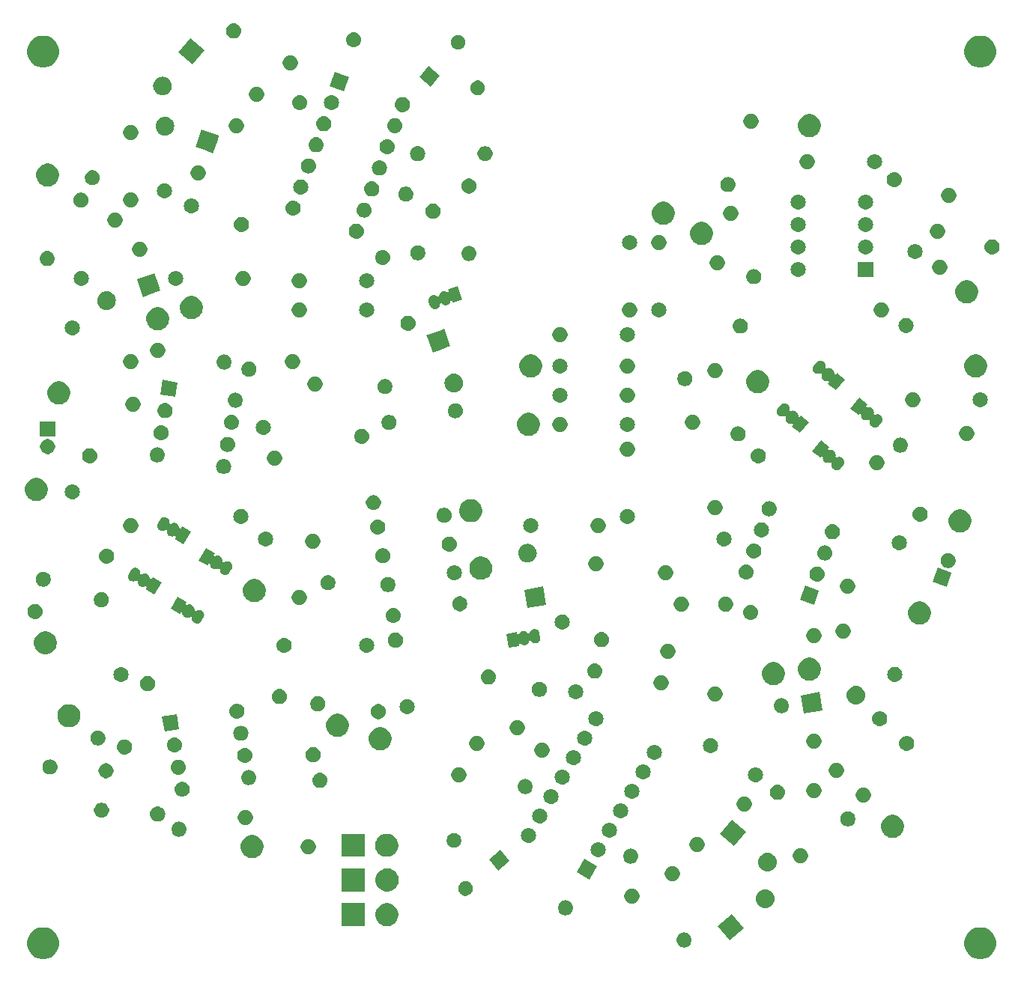
<source format=gbr>
G04 #@! TF.GenerationSoftware,KiCad,Pcbnew,(5.1.2-1)-1*
G04 #@! TF.CreationDate,2021-04-04T19:34:17-04:00*
G04 #@! TF.ProjectId,Dual Universal Slope Generator - CGS,4475616c-2055-46e6-9976-657273616c20,rev?*
G04 #@! TF.SameCoordinates,Original*
G04 #@! TF.FileFunction,Soldermask,Bot*
G04 #@! TF.FilePolarity,Negative*
%FSLAX46Y46*%
G04 Gerber Fmt 4.6, Leading zero omitted, Abs format (unit mm)*
G04 Created by KiCad (PCBNEW (5.1.2-1)-1) date 2021-04-04 19:34:17*
%MOMM*%
%LPD*%
G04 APERTURE LIST*
%ADD10C,0.100000*%
G04 APERTURE END LIST*
D10*
G36*
X123207331Y-115870211D02*
G01*
X123535092Y-116005974D01*
X123830070Y-116203072D01*
X124080928Y-116453930D01*
X124278026Y-116748908D01*
X124413789Y-117076669D01*
X124483000Y-117424616D01*
X124483000Y-117779384D01*
X124413789Y-118127331D01*
X124278026Y-118455092D01*
X124080928Y-118750070D01*
X123830070Y-119000928D01*
X123535092Y-119198026D01*
X123207331Y-119333789D01*
X122859384Y-119403000D01*
X122504616Y-119403000D01*
X122156669Y-119333789D01*
X121828908Y-119198026D01*
X121533930Y-119000928D01*
X121283072Y-118750070D01*
X121085974Y-118455092D01*
X120950211Y-118127331D01*
X120881000Y-117779384D01*
X120881000Y-117424616D01*
X120950211Y-117076669D01*
X121085974Y-116748908D01*
X121283072Y-116453930D01*
X121533930Y-116203072D01*
X121828908Y-116005974D01*
X122156669Y-115870211D01*
X122504616Y-115801000D01*
X122859384Y-115801000D01*
X123207331Y-115870211D01*
X123207331Y-115870211D01*
G37*
G36*
X17289331Y-115870211D02*
G01*
X17617092Y-116005974D01*
X17912070Y-116203072D01*
X18162928Y-116453930D01*
X18360026Y-116748908D01*
X18495789Y-117076669D01*
X18565000Y-117424616D01*
X18565000Y-117779384D01*
X18495789Y-118127331D01*
X18360026Y-118455092D01*
X18162928Y-118750070D01*
X17912070Y-119000928D01*
X17617092Y-119198026D01*
X17289331Y-119333789D01*
X16941384Y-119403000D01*
X16586616Y-119403000D01*
X16238669Y-119333789D01*
X15910908Y-119198026D01*
X15615930Y-119000928D01*
X15365072Y-118750070D01*
X15167974Y-118455092D01*
X15032211Y-118127331D01*
X14963000Y-117779384D01*
X14963000Y-117424616D01*
X15032211Y-117076669D01*
X15167974Y-116748908D01*
X15365072Y-116453930D01*
X15615930Y-116203072D01*
X15910908Y-116005974D01*
X16238669Y-115870211D01*
X16586616Y-115801000D01*
X16941384Y-115801000D01*
X17289331Y-115870211D01*
X17289331Y-115870211D01*
G37*
G36*
X89374022Y-116393548D02*
G01*
X89534441Y-116442211D01*
X89667105Y-116513121D01*
X89682277Y-116521231D01*
X89811858Y-116627576D01*
X89918203Y-116757157D01*
X89918204Y-116757159D01*
X89997223Y-116904993D01*
X90045886Y-117065412D01*
X90062316Y-117232235D01*
X90045886Y-117399058D01*
X89997223Y-117559477D01*
X89926313Y-117692141D01*
X89918203Y-117707313D01*
X89811858Y-117836894D01*
X89682277Y-117943239D01*
X89682275Y-117943240D01*
X89534441Y-118022259D01*
X89374022Y-118070922D01*
X89249003Y-118083235D01*
X89165395Y-118083235D01*
X89040376Y-118070922D01*
X88879957Y-118022259D01*
X88732123Y-117943240D01*
X88732121Y-117943239D01*
X88602540Y-117836894D01*
X88496195Y-117707313D01*
X88488085Y-117692141D01*
X88417175Y-117559477D01*
X88368512Y-117399058D01*
X88352082Y-117232235D01*
X88368512Y-117065412D01*
X88417175Y-116904993D01*
X88496194Y-116757159D01*
X88496195Y-116757157D01*
X88602540Y-116627576D01*
X88732121Y-116521231D01*
X88747293Y-116513121D01*
X88879957Y-116442211D01*
X89040376Y-116393548D01*
X89165395Y-116381235D01*
X89249003Y-116381235D01*
X89374022Y-116393548D01*
X89374022Y-116393548D01*
G37*
G36*
X95968682Y-115953543D02*
G01*
X94358457Y-117304682D01*
X93007318Y-115694457D01*
X94617543Y-114343318D01*
X95968682Y-115953543D01*
X95968682Y-115953543D01*
G37*
G36*
X56005393Y-113125504D02*
G01*
X56242101Y-113223552D01*
X56242103Y-113223553D01*
X56455135Y-113365896D01*
X56636304Y-113547065D01*
X56777262Y-113758024D01*
X56778648Y-113760099D01*
X56876696Y-113996807D01*
X56926680Y-114248093D01*
X56926680Y-114504307D01*
X56876696Y-114755593D01*
X56778648Y-114992301D01*
X56778647Y-114992303D01*
X56636304Y-115205335D01*
X56455135Y-115386504D01*
X56242103Y-115528847D01*
X56242102Y-115528848D01*
X56242101Y-115528848D01*
X56005393Y-115626896D01*
X55754107Y-115676880D01*
X55497893Y-115676880D01*
X55246607Y-115626896D01*
X55009899Y-115528848D01*
X55009898Y-115528848D01*
X55009897Y-115528847D01*
X54796865Y-115386504D01*
X54615696Y-115205335D01*
X54473353Y-114992303D01*
X54473352Y-114992301D01*
X54375304Y-114755593D01*
X54325320Y-114504307D01*
X54325320Y-114248093D01*
X54375304Y-113996807D01*
X54473352Y-113760099D01*
X54474738Y-113758024D01*
X54615696Y-113547065D01*
X54796865Y-113365896D01*
X55009897Y-113223553D01*
X55009899Y-113223552D01*
X55246607Y-113125504D01*
X55497893Y-113075520D01*
X55754107Y-113075520D01*
X56005393Y-113125504D01*
X56005393Y-113125504D01*
G37*
G36*
X53116680Y-115676880D02*
G01*
X50515320Y-115676880D01*
X50515320Y-113075520D01*
X53116680Y-113075520D01*
X53116680Y-115676880D01*
X53116680Y-115676880D01*
G37*
G36*
X75974588Y-112752512D02*
G01*
X76135007Y-112801175D01*
X76267671Y-112872085D01*
X76282843Y-112880195D01*
X76412424Y-112986540D01*
X76518769Y-113116121D01*
X76518770Y-113116123D01*
X76597789Y-113263957D01*
X76646452Y-113424376D01*
X76662882Y-113591199D01*
X76646452Y-113758022D01*
X76597789Y-113918441D01*
X76555902Y-113996806D01*
X76518769Y-114066277D01*
X76412424Y-114195858D01*
X76282843Y-114302203D01*
X76282841Y-114302204D01*
X76135007Y-114381223D01*
X75974588Y-114429886D01*
X75849569Y-114442199D01*
X75765961Y-114442199D01*
X75640942Y-114429886D01*
X75480523Y-114381223D01*
X75332689Y-114302204D01*
X75332687Y-114302203D01*
X75203106Y-114195858D01*
X75096761Y-114066277D01*
X75059628Y-113996806D01*
X75017741Y-113918441D01*
X74969078Y-113758022D01*
X74952648Y-113591199D01*
X74969078Y-113424376D01*
X75017741Y-113263957D01*
X75096760Y-113116123D01*
X75096761Y-113116121D01*
X75203106Y-112986540D01*
X75332687Y-112880195D01*
X75347859Y-112872085D01*
X75480523Y-112801175D01*
X75640942Y-112752512D01*
X75765961Y-112740199D01*
X75849569Y-112740199D01*
X75974588Y-112752512D01*
X75974588Y-112752512D01*
G37*
G36*
X98482603Y-111512708D02*
G01*
X98585538Y-111522846D01*
X98783652Y-111582944D01*
X98783655Y-111582945D01*
X98828630Y-111606985D01*
X98966235Y-111680536D01*
X99126271Y-111811874D01*
X99257609Y-111971910D01*
X99303445Y-112057664D01*
X99355200Y-112154490D01*
X99355201Y-112154493D01*
X99415299Y-112352607D01*
X99435591Y-112558639D01*
X99415299Y-112764671D01*
X99365445Y-112929015D01*
X99355200Y-112962788D01*
X99342504Y-112986540D01*
X99257609Y-113145368D01*
X99126271Y-113305404D01*
X98966235Y-113436742D01*
X98880481Y-113482578D01*
X98783655Y-113534333D01*
X98783652Y-113534334D01*
X98585538Y-113594432D01*
X98482603Y-113604570D01*
X98431137Y-113609639D01*
X98327875Y-113609639D01*
X98276409Y-113604570D01*
X98173474Y-113594432D01*
X97975360Y-113534334D01*
X97975357Y-113534333D01*
X97878531Y-113482578D01*
X97792777Y-113436742D01*
X97632741Y-113305404D01*
X97501403Y-113145368D01*
X97416508Y-112986540D01*
X97403812Y-112962788D01*
X97393567Y-112929015D01*
X97343713Y-112764671D01*
X97323421Y-112558639D01*
X97343713Y-112352607D01*
X97403811Y-112154493D01*
X97403812Y-112154490D01*
X97455567Y-112057664D01*
X97501403Y-111971910D01*
X97632741Y-111811874D01*
X97792777Y-111680536D01*
X97930382Y-111606985D01*
X97975357Y-111582945D01*
X97975360Y-111582944D01*
X98173474Y-111522846D01*
X98276409Y-111512708D01*
X98327875Y-111507639D01*
X98431137Y-111507639D01*
X98482603Y-111512708D01*
X98482603Y-111512708D01*
G37*
G36*
X83560228Y-111449703D02*
G01*
X83715100Y-111513853D01*
X83854481Y-111606985D01*
X83973015Y-111725519D01*
X84066147Y-111864900D01*
X84130297Y-112019772D01*
X84163000Y-112184184D01*
X84163000Y-112351816D01*
X84130297Y-112516228D01*
X84066147Y-112671100D01*
X83973015Y-112810481D01*
X83854481Y-112929015D01*
X83715100Y-113022147D01*
X83560228Y-113086297D01*
X83395816Y-113119000D01*
X83228184Y-113119000D01*
X83063772Y-113086297D01*
X82908900Y-113022147D01*
X82769519Y-112929015D01*
X82650985Y-112810481D01*
X82557853Y-112671100D01*
X82493703Y-112516228D01*
X82461000Y-112351816D01*
X82461000Y-112184184D01*
X82493703Y-112019772D01*
X82557853Y-111864900D01*
X82650985Y-111725519D01*
X82769519Y-111606985D01*
X82908900Y-111513853D01*
X83063772Y-111449703D01*
X83228184Y-111417000D01*
X83395816Y-111417000D01*
X83560228Y-111449703D01*
X83560228Y-111449703D01*
G37*
G36*
X64736713Y-110623680D02*
G01*
X64887036Y-110685946D01*
X65022323Y-110776342D01*
X65137374Y-110891393D01*
X65227770Y-111026680D01*
X65290036Y-111177003D01*
X65321778Y-111336584D01*
X65321778Y-111499292D01*
X65290036Y-111658873D01*
X65227770Y-111809196D01*
X65137374Y-111944483D01*
X65022323Y-112059534D01*
X64887036Y-112149930D01*
X64736713Y-112212196D01*
X64577132Y-112243938D01*
X64414424Y-112243938D01*
X64254843Y-112212196D01*
X64104520Y-112149930D01*
X63969233Y-112059534D01*
X63854182Y-111944483D01*
X63763786Y-111809196D01*
X63701520Y-111658873D01*
X63669778Y-111499292D01*
X63669778Y-111336584D01*
X63701520Y-111177003D01*
X63763786Y-111026680D01*
X63854182Y-110891393D01*
X63969233Y-110776342D01*
X64104520Y-110685946D01*
X64254843Y-110623680D01*
X64414424Y-110591938D01*
X64577132Y-110591938D01*
X64736713Y-110623680D01*
X64736713Y-110623680D01*
G37*
G36*
X56030793Y-109188504D02*
G01*
X56267501Y-109286552D01*
X56267503Y-109286553D01*
X56480535Y-109428896D01*
X56661704Y-109610065D01*
X56796509Y-109811816D01*
X56804048Y-109823099D01*
X56902096Y-110059807D01*
X56952080Y-110311093D01*
X56952080Y-110567307D01*
X56902096Y-110818593D01*
X56871941Y-110891393D01*
X56804047Y-111055303D01*
X56661704Y-111268335D01*
X56480535Y-111449504D01*
X56267503Y-111591847D01*
X56267502Y-111591848D01*
X56267501Y-111591848D01*
X56030793Y-111689896D01*
X55779507Y-111739880D01*
X55523293Y-111739880D01*
X55272007Y-111689896D01*
X55035299Y-111591848D01*
X55035298Y-111591848D01*
X55035297Y-111591847D01*
X54822265Y-111449504D01*
X54641096Y-111268335D01*
X54498753Y-111055303D01*
X54430859Y-110891393D01*
X54400704Y-110818593D01*
X54350720Y-110567307D01*
X54350720Y-110311093D01*
X54400704Y-110059807D01*
X54498752Y-109823099D01*
X54506291Y-109811816D01*
X54641096Y-109610065D01*
X54822265Y-109428896D01*
X55035297Y-109286553D01*
X55035299Y-109286552D01*
X55272007Y-109188504D01*
X55523293Y-109138520D01*
X55779507Y-109138520D01*
X56030793Y-109188504D01*
X56030793Y-109188504D01*
G37*
G36*
X53142080Y-111739880D02*
G01*
X50540720Y-111739880D01*
X50540720Y-109138520D01*
X53142080Y-109138520D01*
X53142080Y-111739880D01*
X53142080Y-111739880D01*
G37*
G36*
X88132228Y-108909703D02*
G01*
X88287100Y-108973853D01*
X88426481Y-109066985D01*
X88545015Y-109185519D01*
X88638147Y-109324900D01*
X88702297Y-109479772D01*
X88735000Y-109644184D01*
X88735000Y-109811816D01*
X88702297Y-109976228D01*
X88638147Y-110131100D01*
X88545015Y-110270481D01*
X88426481Y-110389015D01*
X88287100Y-110482147D01*
X88132228Y-110546297D01*
X87967816Y-110579000D01*
X87800184Y-110579000D01*
X87635772Y-110546297D01*
X87480900Y-110482147D01*
X87341519Y-110389015D01*
X87222985Y-110270481D01*
X87129853Y-110131100D01*
X87065703Y-109976228D01*
X87033000Y-109811816D01*
X87033000Y-109644184D01*
X87065703Y-109479772D01*
X87129853Y-109324900D01*
X87222985Y-109185519D01*
X87341519Y-109066985D01*
X87480900Y-108973853D01*
X87635772Y-108909703D01*
X87800184Y-108877000D01*
X87967816Y-108877000D01*
X88132228Y-108909703D01*
X88132228Y-108909703D01*
G37*
G36*
X79394488Y-108908512D02*
G01*
X78543488Y-110382488D01*
X77069512Y-109531488D01*
X77920512Y-108057512D01*
X79394488Y-108908512D01*
X79394488Y-108908512D01*
G37*
G36*
X98736603Y-107375430D02*
G01*
X98839538Y-107385568D01*
X99037652Y-107445666D01*
X99037655Y-107445667D01*
X99130644Y-107495371D01*
X99220235Y-107543258D01*
X99380271Y-107674596D01*
X99511609Y-107834632D01*
X99555113Y-107916022D01*
X99609200Y-108017212D01*
X99609201Y-108017215D01*
X99669299Y-108215329D01*
X99689591Y-108421361D01*
X99669299Y-108627393D01*
X99609201Y-108825507D01*
X99609200Y-108825510D01*
X99581678Y-108877000D01*
X99511609Y-109008090D01*
X99380271Y-109168126D01*
X99220235Y-109299464D01*
X99134481Y-109345300D01*
X99037655Y-109397055D01*
X99037652Y-109397056D01*
X98839538Y-109457154D01*
X98736603Y-109467292D01*
X98685137Y-109472361D01*
X98581875Y-109472361D01*
X98530409Y-109467292D01*
X98427474Y-109457154D01*
X98229360Y-109397056D01*
X98229357Y-109397055D01*
X98132531Y-109345300D01*
X98046777Y-109299464D01*
X97886741Y-109168126D01*
X97755403Y-109008090D01*
X97685334Y-108877000D01*
X97657812Y-108825510D01*
X97657811Y-108825507D01*
X97597713Y-108627393D01*
X97577421Y-108421361D01*
X97597713Y-108215329D01*
X97657811Y-108017215D01*
X97657812Y-108017212D01*
X97711899Y-107916022D01*
X97755403Y-107834632D01*
X97886741Y-107674596D01*
X98046777Y-107543258D01*
X98136368Y-107495371D01*
X98229357Y-107445667D01*
X98229360Y-107445666D01*
X98427474Y-107385568D01*
X98530409Y-107375430D01*
X98581875Y-107370361D01*
X98685137Y-107370361D01*
X98736603Y-107375430D01*
X98736603Y-107375430D01*
G37*
G36*
X69489695Y-108305810D02*
G01*
X68224190Y-109367695D01*
X67162305Y-108102190D01*
X68427810Y-107040305D01*
X69489695Y-108305810D01*
X69489695Y-108305810D01*
G37*
G36*
X83340588Y-106910512D02*
G01*
X83501007Y-106959175D01*
X83615354Y-107020295D01*
X83648843Y-107038195D01*
X83778424Y-107144540D01*
X83884769Y-107274121D01*
X83884770Y-107274123D01*
X83963789Y-107421957D01*
X84012452Y-107582376D01*
X84028882Y-107749199D01*
X84012452Y-107916022D01*
X83963789Y-108076441D01*
X83892879Y-108209105D01*
X83884769Y-108224277D01*
X83778424Y-108353858D01*
X83648843Y-108460203D01*
X83648841Y-108460204D01*
X83501007Y-108539223D01*
X83340588Y-108587886D01*
X83215569Y-108600199D01*
X83131961Y-108600199D01*
X83006942Y-108587886D01*
X82846523Y-108539223D01*
X82698689Y-108460204D01*
X82698687Y-108460203D01*
X82569106Y-108353858D01*
X82462761Y-108224277D01*
X82454651Y-108209105D01*
X82383741Y-108076441D01*
X82335078Y-107916022D01*
X82318648Y-107749199D01*
X82335078Y-107582376D01*
X82383741Y-107421957D01*
X82462760Y-107274123D01*
X82462761Y-107274121D01*
X82569106Y-107144540D01*
X82698687Y-107038195D01*
X82732176Y-107020295D01*
X82846523Y-106959175D01*
X83006942Y-106910512D01*
X83131961Y-106898199D01*
X83215569Y-106898199D01*
X83340588Y-106910512D01*
X83340588Y-106910512D01*
G37*
G36*
X102610228Y-106877703D02*
G01*
X102765100Y-106941853D01*
X102904481Y-107034985D01*
X103023015Y-107153519D01*
X103116147Y-107292900D01*
X103180297Y-107447772D01*
X103213000Y-107612184D01*
X103213000Y-107779816D01*
X103180297Y-107944228D01*
X103116147Y-108099100D01*
X103023015Y-108238481D01*
X102904481Y-108357015D01*
X102765100Y-108450147D01*
X102610228Y-108514297D01*
X102445816Y-108547000D01*
X102278184Y-108547000D01*
X102113772Y-108514297D01*
X101958900Y-108450147D01*
X101819519Y-108357015D01*
X101700985Y-108238481D01*
X101607853Y-108099100D01*
X101543703Y-107944228D01*
X101511000Y-107779816D01*
X101511000Y-107612184D01*
X101543703Y-107447772D01*
X101607853Y-107292900D01*
X101700985Y-107153519D01*
X101819519Y-107034985D01*
X101958900Y-106941853D01*
X102113772Y-106877703D01*
X102278184Y-106845000D01*
X102445816Y-106845000D01*
X102610228Y-106877703D01*
X102610228Y-106877703D01*
G37*
G36*
X40765393Y-105429304D02*
G01*
X41002101Y-105527352D01*
X41002103Y-105527353D01*
X41215135Y-105669696D01*
X41396304Y-105850865D01*
X41537446Y-106062100D01*
X41538648Y-106063899D01*
X41636696Y-106300607D01*
X41686680Y-106551893D01*
X41686680Y-106808107D01*
X41636696Y-107059393D01*
X41538648Y-107296101D01*
X41538647Y-107296103D01*
X41396304Y-107509135D01*
X41215135Y-107690304D01*
X41002103Y-107832647D01*
X41002102Y-107832648D01*
X41002101Y-107832648D01*
X40765393Y-107930696D01*
X40514107Y-107980680D01*
X40257893Y-107980680D01*
X40006607Y-107930696D01*
X39769899Y-107832648D01*
X39769898Y-107832648D01*
X39769897Y-107832647D01*
X39556865Y-107690304D01*
X39375696Y-107509135D01*
X39233353Y-107296103D01*
X39233352Y-107296101D01*
X39135304Y-107059393D01*
X39085320Y-106808107D01*
X39085320Y-106551893D01*
X39135304Y-106300607D01*
X39233352Y-106063899D01*
X39234554Y-106062100D01*
X39375696Y-105850865D01*
X39556865Y-105669696D01*
X39769897Y-105527353D01*
X39769899Y-105527352D01*
X40006607Y-105429304D01*
X40257893Y-105379320D01*
X40514107Y-105379320D01*
X40765393Y-105429304D01*
X40765393Y-105429304D01*
G37*
G36*
X79668823Y-106181608D02*
G01*
X79829242Y-106230271D01*
X79916484Y-106276903D01*
X79977078Y-106309291D01*
X80106659Y-106415636D01*
X80213004Y-106545217D01*
X80213005Y-106545219D01*
X80292024Y-106693053D01*
X80340687Y-106853472D01*
X80357117Y-107020295D01*
X80340687Y-107187118D01*
X80323342Y-107244295D01*
X80294003Y-107341015D01*
X80292024Y-107347537D01*
X80252244Y-107421960D01*
X80213004Y-107495373D01*
X80106659Y-107624954D01*
X79977078Y-107731299D01*
X79977076Y-107731300D01*
X79829242Y-107810319D01*
X79668823Y-107858982D01*
X79543804Y-107871295D01*
X79460196Y-107871295D01*
X79335177Y-107858982D01*
X79174758Y-107810319D01*
X79026924Y-107731300D01*
X79026922Y-107731299D01*
X78897341Y-107624954D01*
X78790996Y-107495373D01*
X78751756Y-107421960D01*
X78711976Y-107347537D01*
X78709998Y-107341015D01*
X78680658Y-107244295D01*
X78663313Y-107187118D01*
X78646883Y-107020295D01*
X78663313Y-106853472D01*
X78711976Y-106693053D01*
X78790995Y-106545219D01*
X78790996Y-106545217D01*
X78897341Y-106415636D01*
X79026922Y-106309291D01*
X79087516Y-106276903D01*
X79174758Y-106230271D01*
X79335177Y-106181608D01*
X79460196Y-106169295D01*
X79543804Y-106169295D01*
X79668823Y-106181608D01*
X79668823Y-106181608D01*
G37*
G36*
X55979993Y-105276904D02*
G01*
X56216701Y-105374952D01*
X56216703Y-105374953D01*
X56429735Y-105517296D01*
X56610904Y-105698465D01*
X56734553Y-105883520D01*
X56753248Y-105911499D01*
X56851296Y-106148207D01*
X56901280Y-106399493D01*
X56901280Y-106655707D01*
X56851296Y-106906993D01*
X56788169Y-107059394D01*
X56753247Y-107143703D01*
X56610904Y-107356735D01*
X56429735Y-107537904D01*
X56216703Y-107680247D01*
X56216702Y-107680248D01*
X56216701Y-107680248D01*
X55979993Y-107778296D01*
X55728707Y-107828280D01*
X55472493Y-107828280D01*
X55221207Y-107778296D01*
X54984499Y-107680248D01*
X54984498Y-107680248D01*
X54984497Y-107680247D01*
X54771465Y-107537904D01*
X54590296Y-107356735D01*
X54447953Y-107143703D01*
X54413031Y-107059394D01*
X54349904Y-106906993D01*
X54299920Y-106655707D01*
X54299920Y-106399493D01*
X54349904Y-106148207D01*
X54447952Y-105911499D01*
X54466647Y-105883520D01*
X54590296Y-105698465D01*
X54771465Y-105517296D01*
X54984497Y-105374953D01*
X54984499Y-105374952D01*
X55221207Y-105276904D01*
X55472493Y-105226920D01*
X55728707Y-105226920D01*
X55979993Y-105276904D01*
X55979993Y-105276904D01*
G37*
G36*
X53091280Y-107828280D02*
G01*
X50489920Y-107828280D01*
X50489920Y-105226920D01*
X53091280Y-105226920D01*
X53091280Y-107828280D01*
X53091280Y-107828280D01*
G37*
G36*
X46984228Y-105861703D02*
G01*
X47139100Y-105925853D01*
X47278481Y-106018985D01*
X47397015Y-106137519D01*
X47490147Y-106276900D01*
X47554297Y-106431772D01*
X47587000Y-106596184D01*
X47587000Y-106763816D01*
X47554297Y-106928228D01*
X47490147Y-107083100D01*
X47397015Y-107222481D01*
X47278481Y-107341015D01*
X47139100Y-107434147D01*
X46984228Y-107498297D01*
X46819816Y-107531000D01*
X46652184Y-107531000D01*
X46487772Y-107498297D01*
X46332900Y-107434147D01*
X46193519Y-107341015D01*
X46074985Y-107222481D01*
X45981853Y-107083100D01*
X45917703Y-106928228D01*
X45885000Y-106763816D01*
X45885000Y-106596184D01*
X45917703Y-106431772D01*
X45981853Y-106276900D01*
X46074985Y-106137519D01*
X46193519Y-106018985D01*
X46332900Y-105925853D01*
X46487772Y-105861703D01*
X46652184Y-105829000D01*
X46819816Y-105829000D01*
X46984228Y-105861703D01*
X46984228Y-105861703D01*
G37*
G36*
X90926228Y-105607703D02*
G01*
X91081100Y-105671853D01*
X91220481Y-105764985D01*
X91339015Y-105883519D01*
X91432147Y-106022900D01*
X91496297Y-106177772D01*
X91529000Y-106342184D01*
X91529000Y-106509816D01*
X91496297Y-106674228D01*
X91432147Y-106829100D01*
X91339015Y-106968481D01*
X91220481Y-107087015D01*
X91081100Y-107180147D01*
X90926228Y-107244297D01*
X90761816Y-107277000D01*
X90594184Y-107277000D01*
X90429772Y-107244297D01*
X90274900Y-107180147D01*
X90135519Y-107087015D01*
X90016985Y-106968481D01*
X89923853Y-106829100D01*
X89859703Y-106674228D01*
X89827000Y-106509816D01*
X89827000Y-106342184D01*
X89859703Y-106177772D01*
X89923853Y-106022900D01*
X90016985Y-105883519D01*
X90135519Y-105764985D01*
X90274900Y-105671853D01*
X90429772Y-105607703D01*
X90594184Y-105575000D01*
X90761816Y-105575000D01*
X90926228Y-105607703D01*
X90926228Y-105607703D01*
G37*
G36*
X63437886Y-105186489D02*
G01*
X63588209Y-105248755D01*
X63723496Y-105339151D01*
X63838547Y-105454202D01*
X63928943Y-105589489D01*
X63991209Y-105739812D01*
X64022951Y-105899393D01*
X64022951Y-106062101D01*
X63991209Y-106221682D01*
X63928943Y-106372005D01*
X63838547Y-106507292D01*
X63723496Y-106622343D01*
X63588209Y-106712739D01*
X63437886Y-106775005D01*
X63278305Y-106806747D01*
X63115597Y-106806747D01*
X62956016Y-106775005D01*
X62805693Y-106712739D01*
X62670406Y-106622343D01*
X62555355Y-106507292D01*
X62464959Y-106372005D01*
X62402693Y-106221682D01*
X62370951Y-106062101D01*
X62370951Y-105899393D01*
X62402693Y-105739812D01*
X62464959Y-105589489D01*
X62555355Y-105454202D01*
X62670406Y-105339151D01*
X62805693Y-105248755D01*
X62956016Y-105186489D01*
X63115597Y-105154747D01*
X63278305Y-105154747D01*
X63437886Y-105186489D01*
X63437886Y-105186489D01*
G37*
G36*
X96222682Y-105026457D02*
G01*
X94871543Y-106636682D01*
X93261318Y-105285543D01*
X94612457Y-103675318D01*
X96222682Y-105026457D01*
X96222682Y-105026457D01*
G37*
G36*
X71799709Y-104571313D02*
G01*
X71960128Y-104619976D01*
X72023348Y-104653768D01*
X72107964Y-104698996D01*
X72237545Y-104805341D01*
X72343890Y-104934922D01*
X72343891Y-104934924D01*
X72422910Y-105082758D01*
X72471573Y-105243177D01*
X72488003Y-105410000D01*
X72471573Y-105576823D01*
X72422910Y-105737242D01*
X72421536Y-105739812D01*
X72343890Y-105885078D01*
X72237545Y-106014659D01*
X72107964Y-106121004D01*
X72107962Y-106121005D01*
X71960128Y-106200024D01*
X71799709Y-106248687D01*
X71674690Y-106261000D01*
X71591082Y-106261000D01*
X71466063Y-106248687D01*
X71305644Y-106200024D01*
X71157810Y-106121005D01*
X71157808Y-106121004D01*
X71028227Y-106014659D01*
X70921882Y-105885078D01*
X70844236Y-105739812D01*
X70842862Y-105737242D01*
X70794199Y-105576823D01*
X70777769Y-105410000D01*
X70794199Y-105243177D01*
X70842862Y-105082758D01*
X70921881Y-104934924D01*
X70921882Y-104934922D01*
X71028227Y-104805341D01*
X71157808Y-104698996D01*
X71242424Y-104653768D01*
X71305644Y-104619976D01*
X71466063Y-104571313D01*
X71591082Y-104559000D01*
X71674690Y-104559000D01*
X71799709Y-104571313D01*
X71799709Y-104571313D01*
G37*
G36*
X113155393Y-103143304D02*
G01*
X113363012Y-103229303D01*
X113392103Y-103241353D01*
X113605135Y-103383696D01*
X113786304Y-103564865D01*
X113879539Y-103704402D01*
X113928648Y-103777899D01*
X114026696Y-104014607D01*
X114076680Y-104265893D01*
X114076680Y-104522107D01*
X114026696Y-104773393D01*
X113987499Y-104868022D01*
X113928647Y-105010103D01*
X113786304Y-105223135D01*
X113605135Y-105404304D01*
X113392103Y-105546647D01*
X113392102Y-105546648D01*
X113392101Y-105546648D01*
X113155393Y-105644696D01*
X112904107Y-105694680D01*
X112647893Y-105694680D01*
X112396607Y-105644696D01*
X112159899Y-105546648D01*
X112159898Y-105546648D01*
X112159897Y-105546647D01*
X111946865Y-105404304D01*
X111765696Y-105223135D01*
X111623353Y-105010103D01*
X111564501Y-104868022D01*
X111525304Y-104773393D01*
X111475320Y-104522107D01*
X111475320Y-104265893D01*
X111525304Y-104014607D01*
X111623352Y-103777899D01*
X111672461Y-103704402D01*
X111765696Y-103564865D01*
X111946865Y-103383696D01*
X112159897Y-103241353D01*
X112188988Y-103229303D01*
X112396607Y-103143304D01*
X112647893Y-103093320D01*
X112904107Y-103093320D01*
X113155393Y-103143304D01*
X113155393Y-103143304D01*
G37*
G36*
X80938823Y-103981904D02*
G01*
X81099242Y-104030567D01*
X81222669Y-104096540D01*
X81247078Y-104109587D01*
X81376659Y-104215932D01*
X81483004Y-104345513D01*
X81483005Y-104345515D01*
X81562024Y-104493349D01*
X81610687Y-104653768D01*
X81627117Y-104820591D01*
X81610687Y-104987414D01*
X81562024Y-105147833D01*
X81491114Y-105280497D01*
X81483004Y-105295669D01*
X81376659Y-105425250D01*
X81247078Y-105531595D01*
X81247076Y-105531596D01*
X81099242Y-105610615D01*
X80938823Y-105659278D01*
X80813804Y-105671591D01*
X80730196Y-105671591D01*
X80605177Y-105659278D01*
X80444758Y-105610615D01*
X80296924Y-105531596D01*
X80296922Y-105531595D01*
X80167341Y-105425250D01*
X80060996Y-105295669D01*
X80052886Y-105280497D01*
X79981976Y-105147833D01*
X79933313Y-104987414D01*
X79916883Y-104820591D01*
X79933313Y-104653768D01*
X79981976Y-104493349D01*
X80060995Y-104345515D01*
X80060996Y-104345513D01*
X80167341Y-104215932D01*
X80296922Y-104109587D01*
X80321331Y-104096540D01*
X80444758Y-104030567D01*
X80605177Y-103981904D01*
X80730196Y-103969591D01*
X80813804Y-103969591D01*
X80938823Y-103981904D01*
X80938823Y-103981904D01*
G37*
G36*
X32286588Y-103862512D02*
G01*
X32447007Y-103911175D01*
X32579332Y-103981904D01*
X32594843Y-103990195D01*
X32724424Y-104096540D01*
X32830769Y-104226121D01*
X32830770Y-104226123D01*
X32909789Y-104373957D01*
X32958452Y-104534376D01*
X32974882Y-104701199D01*
X32958452Y-104868022D01*
X32909789Y-105028441D01*
X32880756Y-105082758D01*
X32830769Y-105176277D01*
X32724424Y-105305858D01*
X32594843Y-105412203D01*
X32594841Y-105412204D01*
X32447007Y-105491223D01*
X32286588Y-105539886D01*
X32161569Y-105552199D01*
X32077961Y-105552199D01*
X31952942Y-105539886D01*
X31792523Y-105491223D01*
X31644689Y-105412204D01*
X31644687Y-105412203D01*
X31515106Y-105305858D01*
X31408761Y-105176277D01*
X31358774Y-105082758D01*
X31329741Y-105028441D01*
X31281078Y-104868022D01*
X31264648Y-104701199D01*
X31281078Y-104534376D01*
X31329741Y-104373957D01*
X31408760Y-104226123D01*
X31408761Y-104226121D01*
X31515106Y-104096540D01*
X31644687Y-103990195D01*
X31660198Y-103981904D01*
X31792523Y-103911175D01*
X31952942Y-103862512D01*
X32077961Y-103850199D01*
X32161569Y-103850199D01*
X32286588Y-103862512D01*
X32286588Y-103862512D01*
G37*
G36*
X107964450Y-102725641D02*
G01*
X108119322Y-102789791D01*
X108258703Y-102882923D01*
X108377237Y-103001457D01*
X108470369Y-103140838D01*
X108534519Y-103295710D01*
X108567222Y-103460122D01*
X108567222Y-103627754D01*
X108534519Y-103792166D01*
X108470369Y-103947038D01*
X108377237Y-104086419D01*
X108258703Y-104204953D01*
X108119322Y-104298085D01*
X107964450Y-104362235D01*
X107800038Y-104394938D01*
X107632406Y-104394938D01*
X107467994Y-104362235D01*
X107313122Y-104298085D01*
X107173741Y-104204953D01*
X107055207Y-104086419D01*
X106962075Y-103947038D01*
X106897925Y-103792166D01*
X106865222Y-103627754D01*
X106865222Y-103460122D01*
X106897925Y-103295710D01*
X106962075Y-103140838D01*
X107055207Y-103001457D01*
X107173741Y-102882923D01*
X107313122Y-102789791D01*
X107467994Y-102725641D01*
X107632406Y-102692938D01*
X107800038Y-102692938D01*
X107964450Y-102725641D01*
X107964450Y-102725641D01*
G37*
G36*
X39872228Y-102559703D02*
G01*
X40027100Y-102623853D01*
X40166481Y-102716985D01*
X40285015Y-102835519D01*
X40378147Y-102974900D01*
X40442297Y-103129772D01*
X40475000Y-103294184D01*
X40475000Y-103461816D01*
X40442297Y-103626228D01*
X40378147Y-103781100D01*
X40285015Y-103920481D01*
X40166481Y-104039015D01*
X40027100Y-104132147D01*
X39872228Y-104196297D01*
X39707816Y-104229000D01*
X39540184Y-104229000D01*
X39375772Y-104196297D01*
X39220900Y-104132147D01*
X39081519Y-104039015D01*
X38962985Y-103920481D01*
X38869853Y-103781100D01*
X38805703Y-103626228D01*
X38773000Y-103461816D01*
X38773000Y-103294184D01*
X38805703Y-103129772D01*
X38869853Y-102974900D01*
X38962985Y-102835519D01*
X39081519Y-102716985D01*
X39220900Y-102623853D01*
X39375772Y-102559703D01*
X39540184Y-102527000D01*
X39707816Y-102527000D01*
X39872228Y-102559703D01*
X39872228Y-102559703D01*
G37*
G36*
X73069709Y-102371608D02*
G01*
X73230128Y-102420271D01*
X73350241Y-102484473D01*
X73377964Y-102499291D01*
X73507545Y-102605636D01*
X73613890Y-102735217D01*
X73613891Y-102735219D01*
X73692910Y-102883053D01*
X73741573Y-103043472D01*
X73758003Y-103210295D01*
X73741573Y-103377118D01*
X73692910Y-103537537D01*
X73645503Y-103626229D01*
X73613890Y-103685373D01*
X73507545Y-103814954D01*
X73377964Y-103921299D01*
X73377962Y-103921300D01*
X73230128Y-104000319D01*
X73069709Y-104048982D01*
X72944690Y-104061295D01*
X72861082Y-104061295D01*
X72736063Y-104048982D01*
X72575644Y-104000319D01*
X72427810Y-103921300D01*
X72427808Y-103921299D01*
X72298227Y-103814954D01*
X72191882Y-103685373D01*
X72160269Y-103626229D01*
X72112862Y-103537537D01*
X72064199Y-103377118D01*
X72047769Y-103210295D01*
X72064199Y-103043472D01*
X72112862Y-102883053D01*
X72191881Y-102735219D01*
X72191882Y-102735217D01*
X72298227Y-102605636D01*
X72427808Y-102499291D01*
X72455531Y-102484473D01*
X72575644Y-102420271D01*
X72736063Y-102371608D01*
X72861082Y-102359295D01*
X72944690Y-102359295D01*
X73069709Y-102371608D01*
X73069709Y-102371608D01*
G37*
G36*
X29874788Y-102154710D02*
G01*
X30035207Y-102203373D01*
X30135717Y-102257097D01*
X30183043Y-102282393D01*
X30312624Y-102388738D01*
X30418969Y-102518319D01*
X30418970Y-102518321D01*
X30497989Y-102666155D01*
X30546652Y-102826574D01*
X30563082Y-102993397D01*
X30546652Y-103160220D01*
X30546651Y-103160222D01*
X30505552Y-103295709D01*
X30497989Y-103320639D01*
X30445260Y-103419288D01*
X30418969Y-103468475D01*
X30312624Y-103598056D01*
X30183043Y-103704401D01*
X30183041Y-103704402D01*
X30035207Y-103783421D01*
X29874788Y-103832084D01*
X29749769Y-103844397D01*
X29666161Y-103844397D01*
X29541142Y-103832084D01*
X29380723Y-103783421D01*
X29232889Y-103704402D01*
X29232887Y-103704401D01*
X29103306Y-103598056D01*
X28996961Y-103468475D01*
X28970670Y-103419288D01*
X28917941Y-103320639D01*
X28910379Y-103295709D01*
X28869279Y-103160222D01*
X28869278Y-103160220D01*
X28852848Y-102993397D01*
X28869278Y-102826574D01*
X28917941Y-102666155D01*
X28996960Y-102518321D01*
X28996961Y-102518319D01*
X29103306Y-102388738D01*
X29232887Y-102282393D01*
X29280213Y-102257097D01*
X29380723Y-102203373D01*
X29541142Y-102154710D01*
X29666161Y-102142397D01*
X29749769Y-102142397D01*
X29874788Y-102154710D01*
X29874788Y-102154710D01*
G37*
G36*
X82208823Y-101782199D02*
G01*
X82369242Y-101830862D01*
X82501906Y-101901772D01*
X82517078Y-101909882D01*
X82646659Y-102016227D01*
X82753004Y-102145808D01*
X82753005Y-102145810D01*
X82832024Y-102293644D01*
X82880687Y-102454063D01*
X82897117Y-102620886D01*
X82880687Y-102787709D01*
X82832024Y-102948128D01*
X82761114Y-103080792D01*
X82753004Y-103095964D01*
X82646659Y-103225545D01*
X82517078Y-103331890D01*
X82517076Y-103331891D01*
X82369242Y-103410910D01*
X82208823Y-103459573D01*
X82083804Y-103471886D01*
X82000196Y-103471886D01*
X81875177Y-103459573D01*
X81714758Y-103410910D01*
X81566924Y-103331891D01*
X81566922Y-103331890D01*
X81437341Y-103225545D01*
X81330996Y-103095964D01*
X81322886Y-103080792D01*
X81251976Y-102948128D01*
X81203313Y-102787709D01*
X81186883Y-102620886D01*
X81203313Y-102454063D01*
X81251976Y-102293644D01*
X81330995Y-102145810D01*
X81330996Y-102145808D01*
X81437341Y-102016227D01*
X81566922Y-101909882D01*
X81582094Y-101901772D01*
X81714758Y-101830862D01*
X81875177Y-101782199D01*
X82000196Y-101769886D01*
X82083804Y-101769886D01*
X82208823Y-101782199D01*
X82208823Y-101782199D01*
G37*
G36*
X23618041Y-101749991D02*
G01*
X23772913Y-101814141D01*
X23912294Y-101907273D01*
X24030828Y-102025807D01*
X24123960Y-102165188D01*
X24188110Y-102320060D01*
X24220813Y-102484472D01*
X24220813Y-102652104D01*
X24188110Y-102816516D01*
X24123960Y-102971388D01*
X24030828Y-103110769D01*
X23912294Y-103229303D01*
X23772913Y-103322435D01*
X23618041Y-103386585D01*
X23453629Y-103419288D01*
X23285997Y-103419288D01*
X23121585Y-103386585D01*
X22966713Y-103322435D01*
X22827332Y-103229303D01*
X22708798Y-103110769D01*
X22615666Y-102971388D01*
X22551516Y-102816516D01*
X22518813Y-102652104D01*
X22518813Y-102484472D01*
X22551516Y-102320060D01*
X22615666Y-102165188D01*
X22708798Y-102025807D01*
X22827332Y-101907273D01*
X22966713Y-101814141D01*
X23121585Y-101749991D01*
X23285997Y-101717288D01*
X23453629Y-101717288D01*
X23618041Y-101749991D01*
X23618041Y-101749991D01*
G37*
G36*
X96260228Y-101035703D02*
G01*
X96415100Y-101099853D01*
X96554481Y-101192985D01*
X96673015Y-101311519D01*
X96766147Y-101450900D01*
X96830297Y-101605772D01*
X96863000Y-101770184D01*
X96863000Y-101937816D01*
X96830297Y-102102228D01*
X96766147Y-102257100D01*
X96673015Y-102396481D01*
X96554481Y-102515015D01*
X96415100Y-102608147D01*
X96260228Y-102672297D01*
X96095816Y-102705000D01*
X95928184Y-102705000D01*
X95763772Y-102672297D01*
X95608900Y-102608147D01*
X95469519Y-102515015D01*
X95350985Y-102396481D01*
X95257853Y-102257100D01*
X95193703Y-102102228D01*
X95161000Y-101937816D01*
X95161000Y-101770184D01*
X95193703Y-101605772D01*
X95257853Y-101450900D01*
X95350985Y-101311519D01*
X95469519Y-101192985D01*
X95608900Y-101099853D01*
X95763772Y-101035703D01*
X95928184Y-101003000D01*
X96095816Y-101003000D01*
X96260228Y-101035703D01*
X96260228Y-101035703D01*
G37*
G36*
X74339709Y-100171904D02*
G01*
X74500128Y-100220567D01*
X74563348Y-100254359D01*
X74647964Y-100299587D01*
X74777545Y-100405932D01*
X74883890Y-100535513D01*
X74892000Y-100550685D01*
X74962910Y-100683349D01*
X74962911Y-100683352D01*
X74968679Y-100702367D01*
X75011573Y-100843768D01*
X75028003Y-101010591D01*
X75011573Y-101177414D01*
X74962910Y-101337833D01*
X74940114Y-101380481D01*
X74883890Y-101485669D01*
X74777545Y-101615250D01*
X74647964Y-101721595D01*
X74647962Y-101721596D01*
X74500128Y-101800615D01*
X74339709Y-101849278D01*
X74214690Y-101861591D01*
X74131082Y-101861591D01*
X74006063Y-101849278D01*
X73845644Y-101800615D01*
X73697810Y-101721596D01*
X73697808Y-101721595D01*
X73568227Y-101615250D01*
X73461882Y-101485669D01*
X73405658Y-101380481D01*
X73382862Y-101337833D01*
X73334199Y-101177414D01*
X73317769Y-101010591D01*
X73334199Y-100843768D01*
X73377093Y-100702367D01*
X73382861Y-100683352D01*
X73382862Y-100683349D01*
X73453772Y-100550685D01*
X73461882Y-100535513D01*
X73568227Y-100405932D01*
X73697808Y-100299587D01*
X73782424Y-100254359D01*
X73845644Y-100220567D01*
X74006063Y-100171904D01*
X74131082Y-100159591D01*
X74214690Y-100159591D01*
X74339709Y-100171904D01*
X74339709Y-100171904D01*
G37*
G36*
X109722228Y-100019703D02*
G01*
X109877100Y-100083853D01*
X110016481Y-100176985D01*
X110135015Y-100295519D01*
X110228147Y-100434900D01*
X110292297Y-100589772D01*
X110325000Y-100754184D01*
X110325000Y-100921816D01*
X110292297Y-101086228D01*
X110228147Y-101241100D01*
X110135015Y-101380481D01*
X110016481Y-101499015D01*
X109877100Y-101592147D01*
X109722228Y-101656297D01*
X109557816Y-101689000D01*
X109390184Y-101689000D01*
X109225772Y-101656297D01*
X109070900Y-101592147D01*
X108931519Y-101499015D01*
X108812985Y-101380481D01*
X108719853Y-101241100D01*
X108655703Y-101086228D01*
X108623000Y-100921816D01*
X108623000Y-100754184D01*
X108655703Y-100589772D01*
X108719853Y-100434900D01*
X108812985Y-100295519D01*
X108931519Y-100176985D01*
X109070900Y-100083853D01*
X109225772Y-100019703D01*
X109390184Y-99987000D01*
X109557816Y-99987000D01*
X109722228Y-100019703D01*
X109722228Y-100019703D01*
G37*
G36*
X99922630Y-99696855D02*
G01*
X100083049Y-99745518D01*
X100148353Y-99780424D01*
X100230885Y-99824538D01*
X100360466Y-99930883D01*
X100466811Y-100060464D01*
X100466812Y-100060466D01*
X100545831Y-100208300D01*
X100594494Y-100368719D01*
X100610924Y-100535542D01*
X100594494Y-100702365D01*
X100580523Y-100748421D01*
X100551600Y-100843768D01*
X100545831Y-100862784D01*
X100485346Y-100975943D01*
X100466811Y-101010620D01*
X100360466Y-101140201D01*
X100230885Y-101246546D01*
X100230883Y-101246547D01*
X100083049Y-101325566D01*
X99922630Y-101374229D01*
X99797611Y-101386542D01*
X99714003Y-101386542D01*
X99588984Y-101374229D01*
X99428565Y-101325566D01*
X99280731Y-101246547D01*
X99280729Y-101246546D01*
X99151148Y-101140201D01*
X99044803Y-101010620D01*
X99026268Y-100975943D01*
X98965783Y-100862784D01*
X98960015Y-100843768D01*
X98931091Y-100748421D01*
X98917120Y-100702365D01*
X98900690Y-100535542D01*
X98917120Y-100368719D01*
X98965783Y-100208300D01*
X99044802Y-100060466D01*
X99044803Y-100060464D01*
X99151148Y-99930883D01*
X99280729Y-99824538D01*
X99363261Y-99780424D01*
X99428565Y-99745518D01*
X99588984Y-99696855D01*
X99714003Y-99684542D01*
X99797611Y-99684542D01*
X99922630Y-99696855D01*
X99922630Y-99696855D01*
G37*
G36*
X83478823Y-99582495D02*
G01*
X83639242Y-99631158D01*
X83771906Y-99702068D01*
X83787078Y-99710178D01*
X83916659Y-99816523D01*
X84023004Y-99946104D01*
X84023005Y-99946106D01*
X84102024Y-100093940D01*
X84150687Y-100254359D01*
X84167117Y-100421182D01*
X84150687Y-100588005D01*
X84102024Y-100748424D01*
X84040899Y-100862781D01*
X84023004Y-100896260D01*
X83916659Y-101025841D01*
X83787078Y-101132186D01*
X83787076Y-101132187D01*
X83639242Y-101211206D01*
X83478823Y-101259869D01*
X83353804Y-101272182D01*
X83270196Y-101272182D01*
X83145177Y-101259869D01*
X82984758Y-101211206D01*
X82836924Y-101132187D01*
X82836922Y-101132186D01*
X82707341Y-101025841D01*
X82600996Y-100896260D01*
X82583101Y-100862781D01*
X82521976Y-100748424D01*
X82473313Y-100588005D01*
X82456883Y-100421182D01*
X82473313Y-100254359D01*
X82521976Y-100093940D01*
X82600995Y-99946106D01*
X82600996Y-99946104D01*
X82707341Y-99816523D01*
X82836922Y-99710178D01*
X82852094Y-99702068D01*
X82984758Y-99631158D01*
X83145177Y-99582495D01*
X83270196Y-99570182D01*
X83353804Y-99570182D01*
X83478823Y-99582495D01*
X83478823Y-99582495D01*
G37*
G36*
X104134228Y-99511703D02*
G01*
X104289100Y-99575853D01*
X104428481Y-99668985D01*
X104547015Y-99787519D01*
X104640147Y-99926900D01*
X104704297Y-100081772D01*
X104737000Y-100246184D01*
X104737000Y-100413816D01*
X104704297Y-100578228D01*
X104640147Y-100733100D01*
X104547015Y-100872481D01*
X104428481Y-100991015D01*
X104289100Y-101084147D01*
X104134228Y-101148297D01*
X103969816Y-101181000D01*
X103802184Y-101181000D01*
X103637772Y-101148297D01*
X103482900Y-101084147D01*
X103343519Y-100991015D01*
X103224985Y-100872481D01*
X103131853Y-100733100D01*
X103067703Y-100578228D01*
X103035000Y-100413816D01*
X103035000Y-100246184D01*
X103067703Y-100081772D01*
X103131853Y-99926900D01*
X103224985Y-99787519D01*
X103343519Y-99668985D01*
X103482900Y-99575853D01*
X103637772Y-99511703D01*
X103802184Y-99479000D01*
X103969816Y-99479000D01*
X104134228Y-99511703D01*
X104134228Y-99511703D01*
G37*
G36*
X32659539Y-99347232D02*
G01*
X32735573Y-99370297D01*
X32802787Y-99390686D01*
X32819958Y-99395895D01*
X32952622Y-99466805D01*
X32967794Y-99474915D01*
X33097375Y-99581260D01*
X33203720Y-99710841D01*
X33203721Y-99710843D01*
X33282740Y-99858677D01*
X33331403Y-100019096D01*
X33347833Y-100185919D01*
X33331403Y-100352742D01*
X33282740Y-100513161D01*
X33211830Y-100645825D01*
X33203720Y-100660997D01*
X33097375Y-100790578D01*
X32967794Y-100896923D01*
X32967792Y-100896924D01*
X32819958Y-100975943D01*
X32659539Y-101024606D01*
X32534520Y-101036919D01*
X32450912Y-101036919D01*
X32325893Y-101024606D01*
X32165474Y-100975943D01*
X32017640Y-100896924D01*
X32017638Y-100896923D01*
X31888057Y-100790578D01*
X31781712Y-100660997D01*
X31773602Y-100645825D01*
X31702692Y-100513161D01*
X31654029Y-100352742D01*
X31637599Y-100185919D01*
X31654029Y-100019096D01*
X31702692Y-99858677D01*
X31781711Y-99710843D01*
X31781712Y-99710841D01*
X31888057Y-99581260D01*
X32017638Y-99474915D01*
X32032810Y-99466805D01*
X32165474Y-99395895D01*
X32182646Y-99390686D01*
X32249859Y-99370297D01*
X32325893Y-99347232D01*
X32450912Y-99334919D01*
X32534520Y-99334919D01*
X32659539Y-99347232D01*
X32659539Y-99347232D01*
G37*
G36*
X71425058Y-99036512D02*
G01*
X71585477Y-99085175D01*
X71684539Y-99138125D01*
X71733313Y-99164195D01*
X71862894Y-99270540D01*
X71969239Y-99400121D01*
X71969240Y-99400123D01*
X72048259Y-99547957D01*
X72096922Y-99708376D01*
X72113352Y-99875199D01*
X72096922Y-100042022D01*
X72048259Y-100202441D01*
X72024877Y-100246185D01*
X71969239Y-100350277D01*
X71862894Y-100479858D01*
X71733313Y-100586203D01*
X71733311Y-100586204D01*
X71585477Y-100665223D01*
X71425058Y-100713886D01*
X71300039Y-100726199D01*
X71216431Y-100726199D01*
X71091412Y-100713886D01*
X70930993Y-100665223D01*
X70783159Y-100586204D01*
X70783157Y-100586203D01*
X70653576Y-100479858D01*
X70547231Y-100350277D01*
X70491593Y-100246185D01*
X70468211Y-100202441D01*
X70419548Y-100042022D01*
X70403118Y-99875199D01*
X70419548Y-99708376D01*
X70468211Y-99547957D01*
X70547230Y-99400123D01*
X70547231Y-99400121D01*
X70653576Y-99270540D01*
X70783157Y-99164195D01*
X70831931Y-99138125D01*
X70930993Y-99085175D01*
X71091412Y-99036512D01*
X71216431Y-99024199D01*
X71300039Y-99024199D01*
X71425058Y-99036512D01*
X71425058Y-99036512D01*
G37*
G36*
X48226022Y-98337078D02*
G01*
X48386441Y-98385741D01*
X48501230Y-98447097D01*
X48534277Y-98464761D01*
X48663858Y-98571106D01*
X48770203Y-98700687D01*
X48770204Y-98700689D01*
X48849223Y-98848523D01*
X48897886Y-99008942D01*
X48914316Y-99175765D01*
X48897886Y-99342588D01*
X48849223Y-99503007D01*
X48806735Y-99582496D01*
X48770203Y-99650843D01*
X48663858Y-99780424D01*
X48534277Y-99886769D01*
X48534275Y-99886770D01*
X48386441Y-99965789D01*
X48226022Y-100014452D01*
X48101003Y-100026765D01*
X48017395Y-100026765D01*
X47892376Y-100014452D01*
X47731957Y-99965789D01*
X47584123Y-99886770D01*
X47584121Y-99886769D01*
X47454540Y-99780424D01*
X47348195Y-99650843D01*
X47311663Y-99582496D01*
X47269175Y-99503007D01*
X47220512Y-99342588D01*
X47204082Y-99175765D01*
X47220512Y-99008942D01*
X47269175Y-98848523D01*
X47348194Y-98700689D01*
X47348195Y-98700687D01*
X47454540Y-98571106D01*
X47584121Y-98464761D01*
X47617168Y-98447097D01*
X47731957Y-98385741D01*
X47892376Y-98337078D01*
X48017395Y-98324765D01*
X48101003Y-98324765D01*
X48226022Y-98337078D01*
X48226022Y-98337078D01*
G37*
G36*
X40163774Y-98024033D02*
G01*
X40324193Y-98072696D01*
X40375054Y-98099882D01*
X40472029Y-98151716D01*
X40601610Y-98258061D01*
X40707955Y-98387642D01*
X40707956Y-98387644D01*
X40786975Y-98535478D01*
X40835638Y-98695897D01*
X40852068Y-98862720D01*
X40835638Y-99029543D01*
X40786975Y-99189962D01*
X40743905Y-99270540D01*
X40707955Y-99337798D01*
X40601610Y-99467379D01*
X40472029Y-99573724D01*
X40472027Y-99573725D01*
X40324193Y-99652744D01*
X40163774Y-99701407D01*
X40038755Y-99713720D01*
X39955147Y-99713720D01*
X39830128Y-99701407D01*
X39669709Y-99652744D01*
X39521875Y-99573725D01*
X39521873Y-99573724D01*
X39392292Y-99467379D01*
X39285947Y-99337798D01*
X39249997Y-99270540D01*
X39206927Y-99189962D01*
X39158264Y-99029543D01*
X39141834Y-98862720D01*
X39158264Y-98695897D01*
X39206927Y-98535478D01*
X39285946Y-98387644D01*
X39285947Y-98387642D01*
X39392292Y-98258061D01*
X39521873Y-98151716D01*
X39618848Y-98099882D01*
X39669709Y-98072696D01*
X39830128Y-98024033D01*
X39955147Y-98011720D01*
X40038755Y-98011720D01*
X40163774Y-98024033D01*
X40163774Y-98024033D01*
G37*
G36*
X75609709Y-97972199D02*
G01*
X75770128Y-98020862D01*
X75902792Y-98091772D01*
X75917964Y-98099882D01*
X76047545Y-98206227D01*
X76153890Y-98335808D01*
X76153891Y-98335810D01*
X76232910Y-98483644D01*
X76281573Y-98644063D01*
X76298003Y-98810886D01*
X76281573Y-98977709D01*
X76232910Y-99138128D01*
X76205204Y-99189962D01*
X76153890Y-99285964D01*
X76047545Y-99415545D01*
X75917964Y-99521890D01*
X75917962Y-99521891D01*
X75770128Y-99600910D01*
X75609709Y-99649573D01*
X75484690Y-99661886D01*
X75401082Y-99661886D01*
X75276063Y-99649573D01*
X75115644Y-99600910D01*
X74967810Y-99521891D01*
X74967808Y-99521890D01*
X74838227Y-99415545D01*
X74731882Y-99285964D01*
X74680568Y-99189962D01*
X74652862Y-99138128D01*
X74604199Y-98977709D01*
X74587769Y-98810886D01*
X74604199Y-98644063D01*
X74652862Y-98483644D01*
X74731881Y-98335810D01*
X74731882Y-98335808D01*
X74838227Y-98206227D01*
X74967808Y-98099882D01*
X74982980Y-98091772D01*
X75115644Y-98020862D01*
X75276063Y-97972199D01*
X75401082Y-97959886D01*
X75484690Y-97959886D01*
X75609709Y-97972199D01*
X75609709Y-97972199D01*
G37*
G36*
X64002228Y-97733703D02*
G01*
X64157100Y-97797853D01*
X64296481Y-97890985D01*
X64415015Y-98009519D01*
X64508147Y-98148900D01*
X64572297Y-98303772D01*
X64605000Y-98468184D01*
X64605000Y-98635816D01*
X64572297Y-98800228D01*
X64508147Y-98955100D01*
X64415015Y-99094481D01*
X64296481Y-99213015D01*
X64157100Y-99306147D01*
X64002228Y-99370297D01*
X63837816Y-99403000D01*
X63670184Y-99403000D01*
X63505772Y-99370297D01*
X63350900Y-99306147D01*
X63211519Y-99213015D01*
X63092985Y-99094481D01*
X62999853Y-98955100D01*
X62935703Y-98800228D01*
X62903000Y-98635816D01*
X62903000Y-98468184D01*
X62935703Y-98303772D01*
X62999853Y-98148900D01*
X63092985Y-98009519D01*
X63211519Y-97890985D01*
X63350900Y-97797853D01*
X63505772Y-97733703D01*
X63670184Y-97701000D01*
X63837816Y-97701000D01*
X64002228Y-97733703D01*
X64002228Y-97733703D01*
G37*
G36*
X97453709Y-97713313D02*
G01*
X97614128Y-97761976D01*
X97681247Y-97797852D01*
X97761964Y-97840996D01*
X97891545Y-97947341D01*
X97997890Y-98076922D01*
X97997891Y-98076924D01*
X98076910Y-98224758D01*
X98125573Y-98385177D01*
X98142003Y-98552000D01*
X98125573Y-98718823D01*
X98076910Y-98879242D01*
X98036363Y-98955100D01*
X97997890Y-99027078D01*
X97891545Y-99156659D01*
X97761964Y-99263004D01*
X97761962Y-99263005D01*
X97614128Y-99342024D01*
X97614125Y-99342025D01*
X97584266Y-99351083D01*
X97453709Y-99390687D01*
X97328690Y-99403000D01*
X97245082Y-99403000D01*
X97120063Y-99390687D01*
X96989506Y-99351083D01*
X96959647Y-99342025D01*
X96959644Y-99342024D01*
X96811810Y-99263005D01*
X96811808Y-99263004D01*
X96682227Y-99156659D01*
X96575882Y-99027078D01*
X96537409Y-98955100D01*
X96496862Y-98879242D01*
X96448199Y-98718823D01*
X96431769Y-98552000D01*
X96448199Y-98385177D01*
X96496862Y-98224758D01*
X96575881Y-98076924D01*
X96575882Y-98076922D01*
X96682227Y-97947341D01*
X96811808Y-97840996D01*
X96892525Y-97797852D01*
X96959644Y-97761976D01*
X97120063Y-97713313D01*
X97245082Y-97701000D01*
X97328690Y-97701000D01*
X97453709Y-97713313D01*
X97453709Y-97713313D01*
G37*
G36*
X84748823Y-97382790D02*
G01*
X84909242Y-97431453D01*
X85040326Y-97501519D01*
X85057078Y-97510473D01*
X85186659Y-97616818D01*
X85293004Y-97746399D01*
X85293005Y-97746401D01*
X85372024Y-97894235D01*
X85420687Y-98054654D01*
X85437117Y-98221477D01*
X85420687Y-98388300D01*
X85372024Y-98548719D01*
X85301114Y-98681383D01*
X85293004Y-98696555D01*
X85186659Y-98826136D01*
X85057078Y-98932481D01*
X85057076Y-98932482D01*
X84909242Y-99011501D01*
X84748823Y-99060164D01*
X84623804Y-99072477D01*
X84540196Y-99072477D01*
X84415177Y-99060164D01*
X84254758Y-99011501D01*
X84106924Y-98932482D01*
X84106922Y-98932481D01*
X83977341Y-98826136D01*
X83870996Y-98696555D01*
X83862886Y-98681383D01*
X83791976Y-98548719D01*
X83743313Y-98388300D01*
X83726883Y-98221477D01*
X83743313Y-98054654D01*
X83791976Y-97894235D01*
X83870995Y-97746401D01*
X83870996Y-97746399D01*
X83977341Y-97616818D01*
X84106922Y-97510473D01*
X84123674Y-97501519D01*
X84254758Y-97431453D01*
X84415177Y-97382790D01*
X84540196Y-97370477D01*
X84623804Y-97370477D01*
X84748823Y-97382790D01*
X84748823Y-97382790D01*
G37*
G36*
X24118934Y-97277058D02*
G01*
X24273806Y-97341208D01*
X24413187Y-97434340D01*
X24531721Y-97552874D01*
X24624853Y-97692255D01*
X24689003Y-97847127D01*
X24721706Y-98011539D01*
X24721706Y-98179171D01*
X24689003Y-98343583D01*
X24624853Y-98498455D01*
X24531721Y-98637836D01*
X24413187Y-98756370D01*
X24273806Y-98849502D01*
X24118934Y-98913652D01*
X23954522Y-98946355D01*
X23786890Y-98946355D01*
X23622478Y-98913652D01*
X23467606Y-98849502D01*
X23328225Y-98756370D01*
X23209691Y-98637836D01*
X23116559Y-98498455D01*
X23052409Y-98343583D01*
X23019706Y-98179171D01*
X23019706Y-98011539D01*
X23052409Y-97847127D01*
X23116559Y-97692255D01*
X23209691Y-97552874D01*
X23328225Y-97434340D01*
X23467606Y-97341208D01*
X23622478Y-97277058D01*
X23786890Y-97244355D01*
X23954522Y-97244355D01*
X24118934Y-97277058D01*
X24118934Y-97277058D01*
G37*
G36*
X106674228Y-97225703D02*
G01*
X106829100Y-97289853D01*
X106968481Y-97382985D01*
X107087015Y-97501519D01*
X107180147Y-97640900D01*
X107244297Y-97795772D01*
X107277000Y-97960184D01*
X107277000Y-98127816D01*
X107244297Y-98292228D01*
X107180147Y-98447100D01*
X107087015Y-98586481D01*
X106968481Y-98705015D01*
X106829100Y-98798147D01*
X106674228Y-98862297D01*
X106509816Y-98895000D01*
X106342184Y-98895000D01*
X106177772Y-98862297D01*
X106022900Y-98798147D01*
X105883519Y-98705015D01*
X105764985Y-98586481D01*
X105671853Y-98447100D01*
X105607703Y-98292228D01*
X105575000Y-98127816D01*
X105575000Y-97960184D01*
X105607703Y-97795772D01*
X105671853Y-97640900D01*
X105764985Y-97501519D01*
X105883519Y-97382985D01*
X106022900Y-97289853D01*
X106177772Y-97225703D01*
X106342184Y-97193000D01*
X106509816Y-97193000D01*
X106674228Y-97225703D01*
X106674228Y-97225703D01*
G37*
G36*
X32218473Y-96845820D02*
G01*
X32378892Y-96894483D01*
X32500047Y-96959242D01*
X32526728Y-96973503D01*
X32656309Y-97079848D01*
X32762654Y-97209429D01*
X32762655Y-97209431D01*
X32841674Y-97357265D01*
X32890337Y-97517684D01*
X32906767Y-97684507D01*
X32890337Y-97851330D01*
X32877322Y-97894235D01*
X32842351Y-98009519D01*
X32841674Y-98011749D01*
X32809097Y-98072696D01*
X32762654Y-98159585D01*
X32656309Y-98289166D01*
X32526728Y-98395511D01*
X32526726Y-98395512D01*
X32378892Y-98474531D01*
X32218473Y-98523194D01*
X32093454Y-98535507D01*
X32009846Y-98535507D01*
X31884827Y-98523194D01*
X31724408Y-98474531D01*
X31576574Y-98395512D01*
X31576572Y-98395511D01*
X31446991Y-98289166D01*
X31340646Y-98159585D01*
X31294203Y-98072696D01*
X31261626Y-98011749D01*
X31260950Y-98009519D01*
X31225978Y-97894235D01*
X31212963Y-97851330D01*
X31196533Y-97684507D01*
X31212963Y-97517684D01*
X31261626Y-97357265D01*
X31340645Y-97209431D01*
X31340646Y-97209429D01*
X31446991Y-97079848D01*
X31576572Y-96973503D01*
X31603253Y-96959242D01*
X31724408Y-96894483D01*
X31884827Y-96845820D01*
X32009846Y-96833507D01*
X32093454Y-96833507D01*
X32218473Y-96845820D01*
X32218473Y-96845820D01*
G37*
G36*
X17699377Y-96831559D02*
G01*
X17859796Y-96880222D01*
X17968684Y-96938424D01*
X18007632Y-96959242D01*
X18137213Y-97065587D01*
X18243558Y-97195168D01*
X18246138Y-97199995D01*
X18322578Y-97343004D01*
X18371241Y-97503423D01*
X18387671Y-97670246D01*
X18371241Y-97837069D01*
X18322578Y-97997488D01*
X18267848Y-98099881D01*
X18243558Y-98145324D01*
X18137213Y-98274905D01*
X18007632Y-98381250D01*
X18007630Y-98381251D01*
X17859796Y-98460270D01*
X17699377Y-98508933D01*
X17574358Y-98521246D01*
X17490750Y-98521246D01*
X17365731Y-98508933D01*
X17205312Y-98460270D01*
X17057478Y-98381251D01*
X17057476Y-98381250D01*
X16927895Y-98274905D01*
X16821550Y-98145324D01*
X16797260Y-98099881D01*
X16742530Y-97997488D01*
X16693867Y-97837069D01*
X16677437Y-97670246D01*
X16693867Y-97503423D01*
X16742530Y-97343004D01*
X16818970Y-97199995D01*
X16821550Y-97195168D01*
X16927895Y-97065587D01*
X17057476Y-96959242D01*
X17096424Y-96938424D01*
X17205312Y-96880222D01*
X17365731Y-96831559D01*
X17490750Y-96819246D01*
X17574358Y-96819246D01*
X17699377Y-96831559D01*
X17699377Y-96831559D01*
G37*
G36*
X76879709Y-95772495D02*
G01*
X77040128Y-95821158D01*
X77160911Y-95885718D01*
X77187964Y-95900178D01*
X77317545Y-96006523D01*
X77423890Y-96136104D01*
X77423891Y-96136106D01*
X77502910Y-96283940D01*
X77551573Y-96444359D01*
X77568003Y-96611182D01*
X77551573Y-96778005D01*
X77502910Y-96938424D01*
X77447033Y-97042962D01*
X77423890Y-97086260D01*
X77317545Y-97215841D01*
X77187964Y-97322186D01*
X77187962Y-97322187D01*
X77040128Y-97401206D01*
X76879709Y-97449869D01*
X76754690Y-97462182D01*
X76671082Y-97462182D01*
X76546063Y-97449869D01*
X76385644Y-97401206D01*
X76237810Y-97322187D01*
X76237808Y-97322186D01*
X76108227Y-97215841D01*
X76001882Y-97086260D01*
X75978739Y-97042962D01*
X75922862Y-96938424D01*
X75874199Y-96778005D01*
X75857769Y-96611182D01*
X75874199Y-96444359D01*
X75922862Y-96283940D01*
X76001881Y-96136106D01*
X76001882Y-96136104D01*
X76108227Y-96006523D01*
X76237808Y-95900178D01*
X76264861Y-95885718D01*
X76385644Y-95821158D01*
X76546063Y-95772495D01*
X76671082Y-95760182D01*
X76754690Y-95760182D01*
X76879709Y-95772495D01*
X76879709Y-95772495D01*
G37*
G36*
X39722708Y-95522621D02*
G01*
X39883127Y-95571284D01*
X39946953Y-95605400D01*
X40030963Y-95650304D01*
X40160544Y-95756649D01*
X40266889Y-95886230D01*
X40266890Y-95886232D01*
X40345909Y-96034066D01*
X40394572Y-96194485D01*
X40411002Y-96361308D01*
X40394572Y-96528131D01*
X40345909Y-96688550D01*
X40276050Y-96819246D01*
X40266889Y-96836386D01*
X40160544Y-96965967D01*
X40030963Y-97072312D01*
X40030961Y-97072313D01*
X39883127Y-97151332D01*
X39722708Y-97199995D01*
X39597689Y-97212308D01*
X39514081Y-97212308D01*
X39389062Y-97199995D01*
X39228643Y-97151332D01*
X39080809Y-97072313D01*
X39080807Y-97072312D01*
X38951226Y-96965967D01*
X38844881Y-96836386D01*
X38835720Y-96819246D01*
X38765861Y-96688550D01*
X38717198Y-96528131D01*
X38700768Y-96361308D01*
X38717198Y-96194485D01*
X38765861Y-96034066D01*
X38844880Y-95886232D01*
X38844881Y-95886230D01*
X38951226Y-95756649D01*
X39080807Y-95650304D01*
X39164817Y-95605400D01*
X39228643Y-95571284D01*
X39389062Y-95522621D01*
X39514081Y-95510308D01*
X39597689Y-95510308D01*
X39722708Y-95522621D01*
X39722708Y-95522621D01*
G37*
G36*
X47528881Y-95470518D02*
G01*
X47683753Y-95534668D01*
X47823134Y-95627800D01*
X47941668Y-95746334D01*
X48034800Y-95885715D01*
X48098950Y-96040587D01*
X48131653Y-96204999D01*
X48131653Y-96372631D01*
X48098950Y-96537043D01*
X48034800Y-96691915D01*
X47941668Y-96831296D01*
X47823134Y-96949830D01*
X47683753Y-97042962D01*
X47528881Y-97107112D01*
X47364469Y-97139815D01*
X47196837Y-97139815D01*
X47032425Y-97107112D01*
X46877553Y-97042962D01*
X46738172Y-96949830D01*
X46619638Y-96831296D01*
X46526506Y-96691915D01*
X46462356Y-96537043D01*
X46429653Y-96372631D01*
X46429653Y-96204999D01*
X46462356Y-96040587D01*
X46526506Y-95885715D01*
X46619638Y-95746334D01*
X46738172Y-95627800D01*
X46877553Y-95534668D01*
X47032425Y-95470518D01*
X47196837Y-95437815D01*
X47364469Y-95437815D01*
X47528881Y-95470518D01*
X47528881Y-95470518D01*
G37*
G36*
X86018823Y-95183086D02*
G01*
X86149380Y-95222690D01*
X86178036Y-95231383D01*
X86179242Y-95231749D01*
X86311906Y-95302659D01*
X86327078Y-95310769D01*
X86456659Y-95417114D01*
X86563004Y-95546695D01*
X86563005Y-95546697D01*
X86642024Y-95694531D01*
X86690687Y-95854950D01*
X86707117Y-96021773D01*
X86690687Y-96188596D01*
X86642024Y-96349015D01*
X86571114Y-96481679D01*
X86563004Y-96496851D01*
X86456659Y-96626432D01*
X86327078Y-96732777D01*
X86327076Y-96732778D01*
X86179242Y-96811797D01*
X86018823Y-96860460D01*
X85893804Y-96872773D01*
X85810196Y-96872773D01*
X85685177Y-96860460D01*
X85524758Y-96811797D01*
X85376924Y-96732778D01*
X85376922Y-96732777D01*
X85247341Y-96626432D01*
X85140996Y-96496851D01*
X85132886Y-96481679D01*
X85061976Y-96349015D01*
X85013313Y-96188596D01*
X84996883Y-96021773D01*
X85013313Y-95854950D01*
X85061976Y-95694531D01*
X85140995Y-95546697D01*
X85140996Y-95546695D01*
X85247341Y-95417114D01*
X85376922Y-95310769D01*
X85392094Y-95302659D01*
X85524758Y-95231749D01*
X85525965Y-95231383D01*
X85554620Y-95222690D01*
X85685177Y-95183086D01*
X85810196Y-95170773D01*
X85893804Y-95170773D01*
X86018823Y-95183086D01*
X86018823Y-95183086D01*
G37*
G36*
X73400228Y-94939703D02*
G01*
X73555100Y-95003853D01*
X73694481Y-95096985D01*
X73813015Y-95215519D01*
X73906147Y-95354900D01*
X73970297Y-95509772D01*
X74003000Y-95674184D01*
X74003000Y-95841816D01*
X73970297Y-96006228D01*
X73906147Y-96161100D01*
X73813015Y-96300481D01*
X73694481Y-96419015D01*
X73555100Y-96512147D01*
X73400228Y-96576297D01*
X73235816Y-96609000D01*
X73068184Y-96609000D01*
X72903772Y-96576297D01*
X72748900Y-96512147D01*
X72609519Y-96419015D01*
X72490985Y-96300481D01*
X72397853Y-96161100D01*
X72333703Y-96006228D01*
X72301000Y-95841816D01*
X72301000Y-95674184D01*
X72333703Y-95509772D01*
X72397853Y-95354900D01*
X72490985Y-95215519D01*
X72609519Y-95096985D01*
X72748900Y-95003853D01*
X72903772Y-94939703D01*
X73068184Y-94907000D01*
X73235816Y-94907000D01*
X73400228Y-94939703D01*
X73400228Y-94939703D01*
G37*
G36*
X26141133Y-94559519D02*
G01*
X26301552Y-94608182D01*
X26395099Y-94658184D01*
X26449388Y-94687202D01*
X26578969Y-94793547D01*
X26685314Y-94923128D01*
X26685315Y-94923130D01*
X26764334Y-95070964D01*
X26812997Y-95231383D01*
X26829427Y-95398206D01*
X26812997Y-95565029D01*
X26779885Y-95674184D01*
X26768491Y-95711746D01*
X26764334Y-95725448D01*
X26716844Y-95814295D01*
X26685314Y-95873284D01*
X26578969Y-96002865D01*
X26449388Y-96109210D01*
X26449386Y-96109211D01*
X26301552Y-96188230D01*
X26301549Y-96188231D01*
X26300339Y-96188598D01*
X26141133Y-96236893D01*
X26016114Y-96249206D01*
X25932506Y-96249206D01*
X25807487Y-96236893D01*
X25648281Y-96188598D01*
X25647071Y-96188231D01*
X25647068Y-96188230D01*
X25499234Y-96109211D01*
X25499232Y-96109210D01*
X25369651Y-96002865D01*
X25263306Y-95873284D01*
X25231776Y-95814295D01*
X25184286Y-95725448D01*
X25180130Y-95711746D01*
X25168735Y-95674184D01*
X25135623Y-95565029D01*
X25119193Y-95398206D01*
X25135623Y-95231383D01*
X25184286Y-95070964D01*
X25263305Y-94923130D01*
X25263306Y-94923128D01*
X25369651Y-94793547D01*
X25499232Y-94687202D01*
X25553521Y-94658184D01*
X25647068Y-94608182D01*
X25807487Y-94559519D01*
X25932506Y-94547206D01*
X26016114Y-94547206D01*
X26141133Y-94559519D01*
X26141133Y-94559519D01*
G37*
G36*
X92368823Y-94416199D02*
G01*
X92491849Y-94453519D01*
X92528234Y-94464556D01*
X92529242Y-94464862D01*
X92642996Y-94525665D01*
X92677078Y-94543882D01*
X92806659Y-94650227D01*
X92913004Y-94779808D01*
X92913005Y-94779810D01*
X92992024Y-94927644D01*
X93040687Y-95088063D01*
X93057117Y-95254886D01*
X93040687Y-95421709D01*
X92992024Y-95582128D01*
X92942819Y-95674184D01*
X92913004Y-95729964D01*
X92806659Y-95859545D01*
X92677078Y-95965890D01*
X92677076Y-95965891D01*
X92529242Y-96044910D01*
X92368823Y-96093573D01*
X92243804Y-96105886D01*
X92160196Y-96105886D01*
X92035177Y-96093573D01*
X91874758Y-96044910D01*
X91726924Y-95965891D01*
X91726922Y-95965890D01*
X91597341Y-95859545D01*
X91490996Y-95729964D01*
X91461181Y-95674184D01*
X91411976Y-95582128D01*
X91363313Y-95421709D01*
X91346883Y-95254886D01*
X91363313Y-95088063D01*
X91411976Y-94927644D01*
X91490995Y-94779810D01*
X91490996Y-94779808D01*
X91597341Y-94650227D01*
X91726922Y-94543882D01*
X91761004Y-94525665D01*
X91874758Y-94464862D01*
X91875767Y-94464556D01*
X91912151Y-94453519D01*
X92035177Y-94416199D01*
X92160196Y-94403886D01*
X92243804Y-94403886D01*
X92368823Y-94416199D01*
X92368823Y-94416199D01*
G37*
G36*
X31777406Y-94344409D02*
G01*
X31937825Y-94393072D01*
X31981094Y-94416200D01*
X32085661Y-94472092D01*
X32215242Y-94578437D01*
X32321587Y-94708018D01*
X32321588Y-94708020D01*
X32400607Y-94855854D01*
X32449270Y-95016273D01*
X32465700Y-95183096D01*
X32449270Y-95349919D01*
X32400607Y-95510338D01*
X32362236Y-95582125D01*
X32321587Y-95658174D01*
X32215242Y-95787755D01*
X32085661Y-95894100D01*
X32085659Y-95894101D01*
X31937825Y-95973120D01*
X31777406Y-96021783D01*
X31652387Y-96034096D01*
X31568779Y-96034096D01*
X31443760Y-96021783D01*
X31283341Y-95973120D01*
X31135507Y-95894101D01*
X31135505Y-95894100D01*
X31005924Y-95787755D01*
X30899579Y-95658174D01*
X30858930Y-95582125D01*
X30820559Y-95510338D01*
X30771896Y-95349919D01*
X30755466Y-95183096D01*
X30771896Y-95016273D01*
X30820559Y-94855854D01*
X30899578Y-94708020D01*
X30899579Y-94708018D01*
X31005924Y-94578437D01*
X31135505Y-94472092D01*
X31240072Y-94416200D01*
X31283341Y-94393072D01*
X31443760Y-94344409D01*
X31568779Y-94332096D01*
X31652387Y-94332096D01*
X31777406Y-94344409D01*
X31777406Y-94344409D01*
G37*
G36*
X114538865Y-94162054D02*
G01*
X114699284Y-94210717D01*
X114831948Y-94281627D01*
X114847120Y-94289737D01*
X114976701Y-94396082D01*
X115083046Y-94525663D01*
X115083047Y-94525665D01*
X115162066Y-94673499D01*
X115162067Y-94673502D01*
X115166223Y-94687202D01*
X115210729Y-94833918D01*
X115227159Y-95000741D01*
X115210729Y-95167564D01*
X115162066Y-95327983D01*
X115091156Y-95460647D01*
X115083046Y-95475819D01*
X114976701Y-95605400D01*
X114847120Y-95711745D01*
X114847118Y-95711746D01*
X114699284Y-95790765D01*
X114538865Y-95839428D01*
X114413846Y-95851741D01*
X114330238Y-95851741D01*
X114205219Y-95839428D01*
X114044800Y-95790765D01*
X113896966Y-95711746D01*
X113896964Y-95711745D01*
X113767383Y-95605400D01*
X113661038Y-95475819D01*
X113652928Y-95460647D01*
X113582018Y-95327983D01*
X113533355Y-95167564D01*
X113516925Y-95000741D01*
X113533355Y-94833918D01*
X113577861Y-94687202D01*
X113582017Y-94673502D01*
X113582018Y-94673499D01*
X113661037Y-94525665D01*
X113661038Y-94525663D01*
X113767383Y-94396082D01*
X113896964Y-94289737D01*
X113912136Y-94281627D01*
X114044800Y-94210717D01*
X114205219Y-94162054D01*
X114330238Y-94149741D01*
X114413846Y-94149741D01*
X114538865Y-94162054D01*
X114538865Y-94162054D01*
G37*
G36*
X66034228Y-94177703D02*
G01*
X66189100Y-94241853D01*
X66328481Y-94334985D01*
X66447015Y-94453519D01*
X66540147Y-94592900D01*
X66604297Y-94747772D01*
X66637000Y-94912184D01*
X66637000Y-95079816D01*
X66604297Y-95244228D01*
X66540147Y-95399100D01*
X66447015Y-95538481D01*
X66328481Y-95657015D01*
X66189100Y-95750147D01*
X66034228Y-95814297D01*
X65869816Y-95847000D01*
X65702184Y-95847000D01*
X65537772Y-95814297D01*
X65382900Y-95750147D01*
X65243519Y-95657015D01*
X65124985Y-95538481D01*
X65031853Y-95399100D01*
X64967703Y-95244228D01*
X64935000Y-95079816D01*
X64935000Y-94912184D01*
X64967703Y-94747772D01*
X65031853Y-94592900D01*
X65124985Y-94453519D01*
X65243519Y-94334985D01*
X65382900Y-94241853D01*
X65537772Y-94177703D01*
X65702184Y-94145000D01*
X65869816Y-94145000D01*
X66034228Y-94177703D01*
X66034228Y-94177703D01*
G37*
G36*
X55243393Y-93237304D02*
G01*
X55480101Y-93335352D01*
X55480103Y-93335353D01*
X55693135Y-93477696D01*
X55874304Y-93658865D01*
X55998584Y-93844864D01*
X56016648Y-93871899D01*
X56114696Y-94108607D01*
X56164680Y-94359893D01*
X56164680Y-94616107D01*
X56114696Y-94867393D01*
X56016648Y-95104101D01*
X56016647Y-95104103D01*
X55874304Y-95317135D01*
X55693135Y-95498304D01*
X55480103Y-95640647D01*
X55480102Y-95640648D01*
X55480101Y-95640648D01*
X55243393Y-95738696D01*
X54992107Y-95788680D01*
X54735893Y-95788680D01*
X54484607Y-95738696D01*
X54247899Y-95640648D01*
X54247898Y-95640648D01*
X54247897Y-95640647D01*
X54034865Y-95498304D01*
X53853696Y-95317135D01*
X53711353Y-95104103D01*
X53711352Y-95104101D01*
X53613304Y-94867393D01*
X53563320Y-94616107D01*
X53563320Y-94359893D01*
X53613304Y-94108607D01*
X53711352Y-93871899D01*
X53729416Y-93844864D01*
X53853696Y-93658865D01*
X54034865Y-93477696D01*
X54247897Y-93335353D01*
X54247899Y-93335352D01*
X54484607Y-93237304D01*
X54735893Y-93187320D01*
X54992107Y-93187320D01*
X55243393Y-93237304D01*
X55243393Y-93237304D01*
G37*
G36*
X104134228Y-93923703D02*
G01*
X104289100Y-93987853D01*
X104428481Y-94080985D01*
X104547015Y-94199519D01*
X104640147Y-94338900D01*
X104704297Y-94493772D01*
X104737000Y-94658184D01*
X104737000Y-94825816D01*
X104704297Y-94990228D01*
X104640147Y-95145100D01*
X104547015Y-95284481D01*
X104428481Y-95403015D01*
X104289100Y-95496147D01*
X104134228Y-95560297D01*
X103969816Y-95593000D01*
X103802184Y-95593000D01*
X103637772Y-95560297D01*
X103482900Y-95496147D01*
X103343519Y-95403015D01*
X103224985Y-95284481D01*
X103131853Y-95145100D01*
X103067703Y-94990228D01*
X103035000Y-94825816D01*
X103035000Y-94658184D01*
X103067703Y-94493772D01*
X103131853Y-94338900D01*
X103224985Y-94199519D01*
X103343519Y-94080985D01*
X103482900Y-93987853D01*
X103637772Y-93923703D01*
X103802184Y-93891000D01*
X103969816Y-93891000D01*
X104134228Y-93923703D01*
X104134228Y-93923703D01*
G37*
G36*
X78149709Y-93572790D02*
G01*
X78280266Y-93612394D01*
X78308965Y-93621100D01*
X78310128Y-93621453D01*
X78396332Y-93667530D01*
X78457964Y-93700473D01*
X78587545Y-93806818D01*
X78693890Y-93936399D01*
X78693891Y-93936401D01*
X78772910Y-94084235D01*
X78821573Y-94244654D01*
X78838003Y-94411477D01*
X78821573Y-94578300D01*
X78772910Y-94738719D01*
X78722026Y-94833916D01*
X78693890Y-94886555D01*
X78587545Y-95016136D01*
X78457964Y-95122481D01*
X78457962Y-95122482D01*
X78310128Y-95201501D01*
X78310125Y-95201502D01*
X78280266Y-95210560D01*
X78149709Y-95250164D01*
X78024690Y-95262477D01*
X77941082Y-95262477D01*
X77816063Y-95250164D01*
X77685506Y-95210560D01*
X77655647Y-95201502D01*
X77655644Y-95201501D01*
X77507810Y-95122482D01*
X77507808Y-95122481D01*
X77378227Y-95016136D01*
X77271882Y-94886555D01*
X77243746Y-94833916D01*
X77192862Y-94738719D01*
X77144199Y-94578300D01*
X77127769Y-94411477D01*
X77144199Y-94244654D01*
X77192862Y-94084235D01*
X77271881Y-93936401D01*
X77271882Y-93936399D01*
X77378227Y-93806818D01*
X77507808Y-93700473D01*
X77569440Y-93667530D01*
X77655644Y-93621453D01*
X77656808Y-93621100D01*
X77685506Y-93612394D01*
X77816063Y-93572790D01*
X77941082Y-93560477D01*
X78024690Y-93560477D01*
X78149709Y-93572790D01*
X78149709Y-93572790D01*
G37*
G36*
X23207193Y-93569047D02*
G01*
X23362065Y-93633197D01*
X23501446Y-93726329D01*
X23619980Y-93844863D01*
X23713112Y-93984244D01*
X23777262Y-94139116D01*
X23809965Y-94303528D01*
X23809965Y-94471160D01*
X23777262Y-94635572D01*
X23713112Y-94790444D01*
X23619980Y-94929825D01*
X23501446Y-95048359D01*
X23362065Y-95141491D01*
X23207193Y-95205641D01*
X23042781Y-95238344D01*
X22875149Y-95238344D01*
X22710737Y-95205641D01*
X22555865Y-95141491D01*
X22416484Y-95048359D01*
X22297950Y-94929825D01*
X22204818Y-94790444D01*
X22140668Y-94635572D01*
X22107965Y-94471160D01*
X22107965Y-94303528D01*
X22140668Y-94139116D01*
X22204818Y-93984244D01*
X22297950Y-93844863D01*
X22416484Y-93726329D01*
X22555865Y-93633197D01*
X22710737Y-93569047D01*
X22875149Y-93536344D01*
X23042781Y-93536344D01*
X23207193Y-93569047D01*
X23207193Y-93569047D01*
G37*
G36*
X39281641Y-93021210D02*
G01*
X39442060Y-93069873D01*
X39562377Y-93134184D01*
X39589896Y-93148893D01*
X39719477Y-93255238D01*
X39825822Y-93384819D01*
X39825823Y-93384821D01*
X39904842Y-93532655D01*
X39953505Y-93693074D01*
X39969935Y-93859897D01*
X39953505Y-94026720D01*
X39904842Y-94187139D01*
X39863395Y-94264680D01*
X39825822Y-94334975D01*
X39719477Y-94464556D01*
X39589896Y-94570901D01*
X39589894Y-94570902D01*
X39442060Y-94649921D01*
X39442057Y-94649922D01*
X39412198Y-94658980D01*
X39281641Y-94698584D01*
X39156622Y-94710897D01*
X39073014Y-94710897D01*
X38947995Y-94698584D01*
X38817438Y-94658980D01*
X38787579Y-94649922D01*
X38787576Y-94649921D01*
X38639742Y-94570902D01*
X38639740Y-94570901D01*
X38510159Y-94464556D01*
X38403814Y-94334975D01*
X38366241Y-94264680D01*
X38324794Y-94187139D01*
X38276131Y-94026720D01*
X38259701Y-93859897D01*
X38276131Y-93693074D01*
X38324794Y-93532655D01*
X38403813Y-93384821D01*
X38403814Y-93384819D01*
X38510159Y-93255238D01*
X38639740Y-93148893D01*
X38667259Y-93134184D01*
X38787576Y-93069873D01*
X38947995Y-93021210D01*
X39073014Y-93008897D01*
X39156622Y-93008897D01*
X39281641Y-93021210D01*
X39281641Y-93021210D01*
G37*
G36*
X50417393Y-91713304D02*
G01*
X50654101Y-91811352D01*
X50654103Y-91811353D01*
X50867135Y-91953696D01*
X51048304Y-92134865D01*
X51132947Y-92261543D01*
X51190648Y-92347899D01*
X51288696Y-92584607D01*
X51338680Y-92835893D01*
X51338680Y-93092107D01*
X51288696Y-93343393D01*
X51195227Y-93569047D01*
X51190647Y-93580103D01*
X51048304Y-93793135D01*
X50867135Y-93974304D01*
X50654103Y-94116647D01*
X50654102Y-94116648D01*
X50654101Y-94116648D01*
X50417393Y-94214696D01*
X50166107Y-94264680D01*
X49909893Y-94264680D01*
X49658607Y-94214696D01*
X49421899Y-94116648D01*
X49421898Y-94116648D01*
X49421897Y-94116647D01*
X49208865Y-93974304D01*
X49027696Y-93793135D01*
X48885353Y-93580103D01*
X48880773Y-93569047D01*
X48787304Y-93343393D01*
X48737320Y-93092107D01*
X48737320Y-92835893D01*
X48787304Y-92584607D01*
X48885352Y-92347899D01*
X48943053Y-92261543D01*
X49027696Y-92134865D01*
X49208865Y-91953696D01*
X49421897Y-91811353D01*
X49421899Y-91811352D01*
X49658607Y-91713304D01*
X49909893Y-91663320D01*
X50166107Y-91663320D01*
X50417393Y-91713304D01*
X50417393Y-91713304D01*
G37*
G36*
X70606228Y-92399703D02*
G01*
X70761100Y-92463853D01*
X70900481Y-92556985D01*
X71019015Y-92675519D01*
X71112147Y-92814900D01*
X71176297Y-92969772D01*
X71209000Y-93134184D01*
X71209000Y-93301816D01*
X71176297Y-93466228D01*
X71112147Y-93621100D01*
X71019015Y-93760481D01*
X70900481Y-93879015D01*
X70761100Y-93972147D01*
X70606228Y-94036297D01*
X70441816Y-94069000D01*
X70274184Y-94069000D01*
X70109772Y-94036297D01*
X69954900Y-93972147D01*
X69815519Y-93879015D01*
X69696985Y-93760481D01*
X69603853Y-93621100D01*
X69539703Y-93466228D01*
X69507000Y-93301816D01*
X69507000Y-93134184D01*
X69539703Y-92969772D01*
X69603853Y-92814900D01*
X69696985Y-92675519D01*
X69815519Y-92556985D01*
X69954900Y-92463853D01*
X70109772Y-92399703D01*
X70274184Y-92367000D01*
X70441816Y-92367000D01*
X70606228Y-92399703D01*
X70606228Y-92399703D01*
G37*
G36*
X32155363Y-93371981D02*
G01*
X30479220Y-93667530D01*
X30183671Y-91991387D01*
X31859814Y-91695838D01*
X32155363Y-93371981D01*
X32155363Y-93371981D01*
G37*
G36*
X20057526Y-90620127D02*
G01*
X20294234Y-90718175D01*
X20294236Y-90718176D01*
X20507268Y-90860519D01*
X20688437Y-91041688D01*
X20830780Y-91254720D01*
X20830781Y-91254722D01*
X20928829Y-91491430D01*
X20978813Y-91742716D01*
X20978813Y-91998930D01*
X20928829Y-92250216D01*
X20875652Y-92378596D01*
X20830780Y-92486926D01*
X20688437Y-92699958D01*
X20507268Y-92881127D01*
X20294236Y-93023470D01*
X20294235Y-93023471D01*
X20294234Y-93023471D01*
X20057526Y-93121519D01*
X19806240Y-93171503D01*
X19550026Y-93171503D01*
X19298740Y-93121519D01*
X19062032Y-93023471D01*
X19062031Y-93023471D01*
X19062030Y-93023470D01*
X18848998Y-92881127D01*
X18667829Y-92699958D01*
X18525486Y-92486926D01*
X18480614Y-92378596D01*
X18427437Y-92250216D01*
X18377453Y-91998930D01*
X18377453Y-91742716D01*
X18427437Y-91491430D01*
X18525485Y-91254722D01*
X18525486Y-91254720D01*
X18667829Y-91041688D01*
X18848998Y-90860519D01*
X19062030Y-90718176D01*
X19062032Y-90718175D01*
X19298740Y-90620127D01*
X19550026Y-90570143D01*
X19806240Y-90570143D01*
X20057526Y-90620127D01*
X20057526Y-90620127D01*
G37*
G36*
X79419709Y-91373086D02*
G01*
X79580128Y-91421749D01*
X79710490Y-91491429D01*
X79727964Y-91500769D01*
X79857545Y-91607114D01*
X79963890Y-91736695D01*
X79963891Y-91736697D01*
X80042910Y-91884531D01*
X80091573Y-92044950D01*
X80108003Y-92211773D01*
X80091573Y-92378596D01*
X80065711Y-92463852D01*
X80044437Y-92533983D01*
X80042910Y-92539015D01*
X79972000Y-92671679D01*
X79963890Y-92686851D01*
X79857545Y-92816432D01*
X79727964Y-92922777D01*
X79727962Y-92922778D01*
X79580128Y-93001797D01*
X79419709Y-93050460D01*
X79294690Y-93062773D01*
X79211082Y-93062773D01*
X79086063Y-93050460D01*
X78925644Y-93001797D01*
X78777810Y-92922778D01*
X78777808Y-92922777D01*
X78648227Y-92816432D01*
X78541882Y-92686851D01*
X78533772Y-92671679D01*
X78462862Y-92539015D01*
X78461336Y-92533983D01*
X78440061Y-92463852D01*
X78414199Y-92378596D01*
X78397769Y-92211773D01*
X78414199Y-92044950D01*
X78462862Y-91884531D01*
X78541881Y-91736697D01*
X78541882Y-91736695D01*
X78648227Y-91607114D01*
X78777808Y-91500769D01*
X78795282Y-91491429D01*
X78925644Y-91421749D01*
X79086063Y-91373086D01*
X79211082Y-91360773D01*
X79294690Y-91360773D01*
X79419709Y-91373086D01*
X79419709Y-91373086D01*
G37*
G36*
X111490865Y-91368054D02*
G01*
X111651284Y-91416717D01*
X111783948Y-91487627D01*
X111799120Y-91495737D01*
X111928701Y-91602082D01*
X112035046Y-91731663D01*
X112035047Y-91731665D01*
X112114066Y-91879499D01*
X112114067Y-91879502D01*
X112115593Y-91884534D01*
X112162729Y-92039918D01*
X112179159Y-92206741D01*
X112162729Y-92373564D01*
X112114066Y-92533983D01*
X112111376Y-92539015D01*
X112035046Y-92681819D01*
X111928701Y-92811400D01*
X111799120Y-92917745D01*
X111799118Y-92917746D01*
X111651284Y-92996765D01*
X111490865Y-93045428D01*
X111365846Y-93057741D01*
X111282238Y-93057741D01*
X111157219Y-93045428D01*
X110996800Y-92996765D01*
X110848966Y-92917746D01*
X110848964Y-92917745D01*
X110719383Y-92811400D01*
X110613038Y-92681819D01*
X110536708Y-92539015D01*
X110534018Y-92533983D01*
X110485355Y-92373564D01*
X110468925Y-92206741D01*
X110485355Y-92039918D01*
X110532491Y-91884534D01*
X110534017Y-91879502D01*
X110534018Y-91879499D01*
X110613037Y-91731665D01*
X110613038Y-91731663D01*
X110719383Y-91602082D01*
X110848964Y-91495737D01*
X110864136Y-91487627D01*
X110996800Y-91416717D01*
X111157219Y-91368054D01*
X111282238Y-91355741D01*
X111365846Y-91355741D01*
X111490865Y-91368054D01*
X111490865Y-91368054D01*
G37*
G36*
X54905391Y-90592246D02*
G01*
X55060263Y-90656396D01*
X55199644Y-90749528D01*
X55318178Y-90868062D01*
X55411310Y-91007443D01*
X55475460Y-91162315D01*
X55508163Y-91326727D01*
X55508163Y-91494359D01*
X55475460Y-91658771D01*
X55411310Y-91813643D01*
X55318178Y-91953024D01*
X55199644Y-92071558D01*
X55060263Y-92164690D01*
X54905391Y-92228840D01*
X54740979Y-92261543D01*
X54573347Y-92261543D01*
X54408935Y-92228840D01*
X54254063Y-92164690D01*
X54114682Y-92071558D01*
X53996148Y-91953024D01*
X53903016Y-91813643D01*
X53838866Y-91658771D01*
X53806163Y-91494359D01*
X53806163Y-91326727D01*
X53838866Y-91162315D01*
X53903016Y-91007443D01*
X53996148Y-90868062D01*
X54114682Y-90749528D01*
X54254063Y-90656396D01*
X54408935Y-90592246D01*
X54573347Y-90559543D01*
X54740979Y-90559543D01*
X54905391Y-90592246D01*
X54905391Y-90592246D01*
G37*
G36*
X38840575Y-90519798D02*
G01*
X39000994Y-90568461D01*
X39045496Y-90592248D01*
X39148830Y-90647481D01*
X39278411Y-90753826D01*
X39384756Y-90883407D01*
X39384757Y-90883409D01*
X39463776Y-91031243D01*
X39463777Y-91031246D01*
X39472835Y-91061105D01*
X39512439Y-91191662D01*
X39528869Y-91358485D01*
X39512439Y-91525308D01*
X39463776Y-91685727D01*
X39433314Y-91742717D01*
X39384756Y-91833563D01*
X39278411Y-91963144D01*
X39148830Y-92069489D01*
X39148828Y-92069490D01*
X39000994Y-92148509D01*
X38840575Y-92197172D01*
X38715556Y-92209485D01*
X38631948Y-92209485D01*
X38506929Y-92197172D01*
X38346510Y-92148509D01*
X38198676Y-92069490D01*
X38198674Y-92069489D01*
X38069093Y-91963144D01*
X37962748Y-91833563D01*
X37914190Y-91742717D01*
X37883728Y-91685727D01*
X37835065Y-91525308D01*
X37818635Y-91358485D01*
X37835065Y-91191662D01*
X37874669Y-91061105D01*
X37883727Y-91031246D01*
X37883728Y-91031243D01*
X37962747Y-90883409D01*
X37962748Y-90883407D01*
X38069093Y-90753826D01*
X38198674Y-90647481D01*
X38302008Y-90592248D01*
X38346510Y-90568461D01*
X38506929Y-90519798D01*
X38631948Y-90507485D01*
X38715556Y-90507485D01*
X38840575Y-90519798D01*
X38840575Y-90519798D01*
G37*
G36*
X58075821Y-89998470D02*
G01*
X58236240Y-90047133D01*
X58277178Y-90069015D01*
X58384076Y-90126153D01*
X58513657Y-90232498D01*
X58620002Y-90362079D01*
X58620003Y-90362081D01*
X58699022Y-90509915D01*
X58699023Y-90509918D01*
X58704626Y-90528388D01*
X58747685Y-90670334D01*
X58764115Y-90837157D01*
X58747685Y-91003980D01*
X58739414Y-91031246D01*
X58699655Y-91162314D01*
X58699022Y-91164399D01*
X58650744Y-91254720D01*
X58620002Y-91312235D01*
X58513657Y-91441816D01*
X58384076Y-91548161D01*
X58384074Y-91548162D01*
X58236240Y-91627181D01*
X58075821Y-91675844D01*
X57950802Y-91688157D01*
X57867194Y-91688157D01*
X57742175Y-91675844D01*
X57581756Y-91627181D01*
X57433922Y-91548162D01*
X57433920Y-91548161D01*
X57304339Y-91441816D01*
X57197994Y-91312235D01*
X57167252Y-91254720D01*
X57118974Y-91164399D01*
X57118342Y-91162314D01*
X57078582Y-91031246D01*
X57070311Y-91003980D01*
X57053881Y-90837157D01*
X57070311Y-90670334D01*
X57113370Y-90528388D01*
X57118973Y-90509918D01*
X57118974Y-90509915D01*
X57197993Y-90362081D01*
X57197994Y-90362079D01*
X57304339Y-90232498D01*
X57433920Y-90126153D01*
X57540818Y-90069015D01*
X57581756Y-90047133D01*
X57742175Y-89998470D01*
X57867194Y-89986157D01*
X57950802Y-89986157D01*
X58075821Y-89998470D01*
X58075821Y-89998470D01*
G37*
G36*
X104849537Y-91276529D02*
G01*
X102779471Y-91641537D01*
X102414463Y-89571471D01*
X104484529Y-89206463D01*
X104849537Y-91276529D01*
X104849537Y-91276529D01*
G37*
G36*
X100381058Y-89892512D02*
G01*
X100541477Y-89941175D01*
X100611475Y-89978590D01*
X100689313Y-90020195D01*
X100818894Y-90126540D01*
X100925239Y-90256121D01*
X100925240Y-90256123D01*
X101004259Y-90403957D01*
X101052922Y-90564376D01*
X101069352Y-90731199D01*
X101052922Y-90898022D01*
X101052921Y-90898024D01*
X101012510Y-91031243D01*
X101004259Y-91058441D01*
X100948738Y-91162314D01*
X100925239Y-91206277D01*
X100818894Y-91335858D01*
X100689313Y-91442203D01*
X100689311Y-91442204D01*
X100541477Y-91521223D01*
X100381058Y-91569886D01*
X100256039Y-91582199D01*
X100172431Y-91582199D01*
X100047412Y-91569886D01*
X99886993Y-91521223D01*
X99739159Y-91442204D01*
X99739157Y-91442203D01*
X99609576Y-91335858D01*
X99503231Y-91206277D01*
X99479732Y-91162314D01*
X99424211Y-91058441D01*
X99415961Y-91031243D01*
X99375549Y-90898024D01*
X99375548Y-90898022D01*
X99359118Y-90731199D01*
X99375548Y-90564376D01*
X99424211Y-90403957D01*
X99503230Y-90256123D01*
X99503231Y-90256121D01*
X99609576Y-90126540D01*
X99739157Y-90020195D01*
X99816995Y-89978590D01*
X99886993Y-89941175D01*
X100047412Y-89892512D01*
X100172431Y-89880199D01*
X100256039Y-89880199D01*
X100381058Y-89892512D01*
X100381058Y-89892512D01*
G37*
G36*
X48059382Y-89702773D02*
G01*
X48214254Y-89766923D01*
X48353635Y-89860055D01*
X48472169Y-89978589D01*
X48565301Y-90117970D01*
X48629451Y-90272842D01*
X48662154Y-90437254D01*
X48662154Y-90604886D01*
X48629451Y-90769298D01*
X48565301Y-90924170D01*
X48472169Y-91063551D01*
X48353635Y-91182085D01*
X48214254Y-91275217D01*
X48059382Y-91339367D01*
X47894970Y-91372070D01*
X47727338Y-91372070D01*
X47562926Y-91339367D01*
X47408054Y-91275217D01*
X47268673Y-91182085D01*
X47150139Y-91063551D01*
X47057007Y-90924170D01*
X46992857Y-90769298D01*
X46960154Y-90604886D01*
X46960154Y-90437254D01*
X46992857Y-90272842D01*
X47057007Y-90117970D01*
X47150139Y-89978589D01*
X47268673Y-89860055D01*
X47408054Y-89766923D01*
X47562926Y-89702773D01*
X47727338Y-89670070D01*
X47894970Y-89670070D01*
X48059382Y-89702773D01*
X48059382Y-89702773D01*
G37*
G36*
X108737920Y-88495936D02*
G01*
X108840855Y-88506074D01*
X109008733Y-88557000D01*
X109038972Y-88566173D01*
X109135798Y-88617928D01*
X109221552Y-88663764D01*
X109381588Y-88795102D01*
X109512926Y-88955138D01*
X109539524Y-89004900D01*
X109610517Y-89137718D01*
X109610518Y-89137721D01*
X109670616Y-89335835D01*
X109690908Y-89541867D01*
X109670616Y-89747899D01*
X109626747Y-89892513D01*
X109610517Y-89946016D01*
X109570868Y-90020194D01*
X109512926Y-90128596D01*
X109381588Y-90288632D01*
X109221552Y-90419970D01*
X109135798Y-90465806D01*
X109038972Y-90517561D01*
X109038969Y-90517562D01*
X108840855Y-90577660D01*
X108737920Y-90587798D01*
X108686454Y-90592867D01*
X108583192Y-90592867D01*
X108531726Y-90587798D01*
X108428791Y-90577660D01*
X108230677Y-90517562D01*
X108230674Y-90517561D01*
X108133848Y-90465806D01*
X108048094Y-90419970D01*
X107888058Y-90288632D01*
X107756720Y-90128596D01*
X107698778Y-90020194D01*
X107659129Y-89946016D01*
X107642899Y-89892513D01*
X107599030Y-89747899D01*
X107578738Y-89541867D01*
X107599030Y-89335835D01*
X107659128Y-89137721D01*
X107659129Y-89137718D01*
X107730122Y-89004900D01*
X107756720Y-88955138D01*
X107888058Y-88795102D01*
X108048094Y-88663764D01*
X108133848Y-88617928D01*
X108230674Y-88566173D01*
X108260913Y-88557000D01*
X108428791Y-88506074D01*
X108531726Y-88495936D01*
X108583192Y-88490867D01*
X108686454Y-88490867D01*
X108737920Y-88495936D01*
X108737920Y-88495936D01*
G37*
G36*
X43637476Y-88851014D02*
G01*
X43797895Y-88899677D01*
X43903823Y-88956297D01*
X43945731Y-88978697D01*
X44075312Y-89085042D01*
X44181657Y-89214623D01*
X44181658Y-89214625D01*
X44260677Y-89362459D01*
X44309340Y-89522878D01*
X44325770Y-89689701D01*
X44309340Y-89856524D01*
X44280838Y-89950481D01*
X44266281Y-89998471D01*
X44260677Y-90016943D01*
X44202303Y-90126153D01*
X44181657Y-90164779D01*
X44075312Y-90294360D01*
X43945731Y-90400705D01*
X43945729Y-90400706D01*
X43797895Y-90479725D01*
X43637476Y-90528388D01*
X43512457Y-90540701D01*
X43428849Y-90540701D01*
X43303830Y-90528388D01*
X43143411Y-90479725D01*
X42995577Y-90400706D01*
X42995575Y-90400705D01*
X42865994Y-90294360D01*
X42759649Y-90164779D01*
X42739003Y-90126153D01*
X42680629Y-90016943D01*
X42675026Y-89998471D01*
X42660468Y-89950481D01*
X42631966Y-89856524D01*
X42615536Y-89689701D01*
X42631966Y-89522878D01*
X42680629Y-89362459D01*
X42759648Y-89214625D01*
X42759649Y-89214623D01*
X42865994Y-89085042D01*
X42995575Y-88978697D01*
X43037483Y-88956297D01*
X43143411Y-88899677D01*
X43303830Y-88851014D01*
X43428849Y-88838701D01*
X43512457Y-88838701D01*
X43637476Y-88851014D01*
X43637476Y-88851014D01*
G37*
G36*
X92958228Y-88589703D02*
G01*
X93113100Y-88653853D01*
X93252481Y-88746985D01*
X93371015Y-88865519D01*
X93464147Y-89004900D01*
X93528297Y-89159772D01*
X93561000Y-89324184D01*
X93561000Y-89491816D01*
X93528297Y-89656228D01*
X93464147Y-89811100D01*
X93371015Y-89950481D01*
X93252481Y-90069015D01*
X93113100Y-90162147D01*
X92958228Y-90226297D01*
X92793816Y-90259000D01*
X92626184Y-90259000D01*
X92461772Y-90226297D01*
X92306900Y-90162147D01*
X92167519Y-90069015D01*
X92048985Y-89950481D01*
X91955853Y-89811100D01*
X91891703Y-89656228D01*
X91859000Y-89491816D01*
X91859000Y-89324184D01*
X91891703Y-89159772D01*
X91955853Y-89004900D01*
X92048985Y-88865519D01*
X92167519Y-88746985D01*
X92306900Y-88653853D01*
X92461772Y-88589703D01*
X92626184Y-88557000D01*
X92793816Y-88557000D01*
X92958228Y-88589703D01*
X92958228Y-88589703D01*
G37*
G36*
X77128823Y-88320199D02*
G01*
X77289242Y-88368862D01*
X77389928Y-88422680D01*
X77437078Y-88447882D01*
X77566659Y-88554227D01*
X77673004Y-88683808D01*
X77673005Y-88683810D01*
X77752024Y-88831644D01*
X77800687Y-88992063D01*
X77817117Y-89158886D01*
X77800687Y-89325709D01*
X77752024Y-89486128D01*
X77722231Y-89541867D01*
X77673004Y-89633964D01*
X77566659Y-89763545D01*
X77437078Y-89869890D01*
X77437076Y-89869891D01*
X77289242Y-89948910D01*
X77289239Y-89948911D01*
X77284063Y-89950481D01*
X77128823Y-89997573D01*
X77003804Y-90009886D01*
X76920196Y-90009886D01*
X76795177Y-89997573D01*
X76639937Y-89950481D01*
X76634761Y-89948911D01*
X76634758Y-89948910D01*
X76486924Y-89869891D01*
X76486922Y-89869890D01*
X76357341Y-89763545D01*
X76250996Y-89633964D01*
X76201769Y-89541867D01*
X76171976Y-89486128D01*
X76123313Y-89325709D01*
X76106883Y-89158886D01*
X76123313Y-88992063D01*
X76171976Y-88831644D01*
X76250995Y-88683810D01*
X76250996Y-88683808D01*
X76357341Y-88554227D01*
X76486922Y-88447882D01*
X76534072Y-88422680D01*
X76634758Y-88368862D01*
X76795177Y-88320199D01*
X76920196Y-88307886D01*
X77003804Y-88307886D01*
X77128823Y-88320199D01*
X77128823Y-88320199D01*
G37*
G36*
X73106228Y-88069576D02*
G01*
X73261100Y-88133726D01*
X73400481Y-88226858D01*
X73519015Y-88345392D01*
X73612147Y-88484773D01*
X73676297Y-88639645D01*
X73709000Y-88804057D01*
X73709000Y-88971689D01*
X73676297Y-89136101D01*
X73612147Y-89290973D01*
X73519015Y-89430354D01*
X73400481Y-89548888D01*
X73261100Y-89642020D01*
X73106228Y-89706170D01*
X72941816Y-89738873D01*
X72774184Y-89738873D01*
X72609772Y-89706170D01*
X72454900Y-89642020D01*
X72315519Y-89548888D01*
X72196985Y-89430354D01*
X72103853Y-89290973D01*
X72039703Y-89136101D01*
X72007000Y-88971689D01*
X72007000Y-88804057D01*
X72039703Y-88639645D01*
X72103853Y-88484773D01*
X72196985Y-88345392D01*
X72315519Y-88226858D01*
X72454900Y-88133726D01*
X72609772Y-88069576D01*
X72774184Y-88036873D01*
X72941816Y-88036873D01*
X73106228Y-88069576D01*
X73106228Y-88069576D01*
G37*
G36*
X28828731Y-87419451D02*
G01*
X28983603Y-87483601D01*
X29122984Y-87576733D01*
X29241518Y-87695267D01*
X29334650Y-87834648D01*
X29398800Y-87989520D01*
X29431503Y-88153932D01*
X29431503Y-88321564D01*
X29398800Y-88485976D01*
X29334650Y-88640848D01*
X29241518Y-88780229D01*
X29122984Y-88898763D01*
X28983603Y-88991895D01*
X28828731Y-89056045D01*
X28664319Y-89088748D01*
X28496687Y-89088748D01*
X28332275Y-89056045D01*
X28177403Y-88991895D01*
X28038022Y-88898763D01*
X27919488Y-88780229D01*
X27826356Y-88640848D01*
X27762206Y-88485976D01*
X27729503Y-88321564D01*
X27729503Y-88153932D01*
X27762206Y-87989520D01*
X27826356Y-87834648D01*
X27919488Y-87695267D01*
X28038022Y-87576733D01*
X28177403Y-87483601D01*
X28332275Y-87419451D01*
X28496687Y-87386748D01*
X28664319Y-87386748D01*
X28828731Y-87419451D01*
X28828731Y-87419451D01*
G37*
G36*
X86862228Y-87319703D02*
G01*
X87017100Y-87383853D01*
X87156481Y-87476985D01*
X87275015Y-87595519D01*
X87368147Y-87734900D01*
X87432297Y-87889772D01*
X87465000Y-88054184D01*
X87465000Y-88221816D01*
X87432297Y-88386228D01*
X87368147Y-88541100D01*
X87275015Y-88680481D01*
X87156481Y-88799015D01*
X87017100Y-88892147D01*
X86862228Y-88956297D01*
X86697816Y-88989000D01*
X86530184Y-88989000D01*
X86365772Y-88956297D01*
X86210900Y-88892147D01*
X86071519Y-88799015D01*
X85952985Y-88680481D01*
X85859853Y-88541100D01*
X85795703Y-88386228D01*
X85763000Y-88221816D01*
X85763000Y-88054184D01*
X85795703Y-87889772D01*
X85859853Y-87734900D01*
X85952985Y-87595519D01*
X86071519Y-87476985D01*
X86210900Y-87383853D01*
X86365772Y-87319703D01*
X86530184Y-87287000D01*
X86697816Y-87287000D01*
X86862228Y-87319703D01*
X86862228Y-87319703D01*
G37*
G36*
X99693393Y-85871304D02*
G01*
X99930101Y-85969352D01*
X99930103Y-85969353D01*
X100143135Y-86111696D01*
X100324304Y-86292865D01*
X100453281Y-86485894D01*
X100466648Y-86505899D01*
X100564696Y-86742607D01*
X100614680Y-86993893D01*
X100614680Y-87250107D01*
X100564696Y-87501393D01*
X100466648Y-87738101D01*
X100466647Y-87738103D01*
X100324304Y-87951135D01*
X100143135Y-88132304D01*
X99930103Y-88274647D01*
X99930102Y-88274648D01*
X99930101Y-88274648D01*
X99693393Y-88372696D01*
X99442107Y-88422680D01*
X99185893Y-88422680D01*
X98934607Y-88372696D01*
X98697899Y-88274648D01*
X98697898Y-88274648D01*
X98697897Y-88274647D01*
X98484865Y-88132304D01*
X98303696Y-87951135D01*
X98161353Y-87738103D01*
X98161352Y-87738101D01*
X98063304Y-87501393D01*
X98013320Y-87250107D01*
X98013320Y-86993893D01*
X98063304Y-86742607D01*
X98161352Y-86505899D01*
X98174719Y-86485894D01*
X98303696Y-86292865D01*
X98484865Y-86111696D01*
X98697897Y-85969353D01*
X98697899Y-85969352D01*
X98934607Y-85871304D01*
X99185893Y-85821320D01*
X99442107Y-85821320D01*
X99693393Y-85871304D01*
X99693393Y-85871304D01*
G37*
G36*
X67276022Y-86653078D02*
G01*
X67436441Y-86701741D01*
X67530113Y-86751810D01*
X67584277Y-86780761D01*
X67713858Y-86887106D01*
X67820203Y-87016687D01*
X67820204Y-87016689D01*
X67899223Y-87164523D01*
X67947886Y-87324942D01*
X67964316Y-87491765D01*
X67947886Y-87658588D01*
X67899223Y-87819007D01*
X67835679Y-87937890D01*
X67820203Y-87966843D01*
X67713858Y-88096424D01*
X67584277Y-88202769D01*
X67584275Y-88202770D01*
X67436441Y-88281789D01*
X67276022Y-88330452D01*
X67151003Y-88342765D01*
X67067395Y-88342765D01*
X66942376Y-88330452D01*
X66781957Y-88281789D01*
X66634123Y-88202770D01*
X66634121Y-88202769D01*
X66504540Y-88096424D01*
X66398195Y-87966843D01*
X66382719Y-87937890D01*
X66319175Y-87819007D01*
X66270512Y-87658588D01*
X66254082Y-87491765D01*
X66270512Y-87324942D01*
X66319175Y-87164523D01*
X66398194Y-87016689D01*
X66398195Y-87016687D01*
X66504540Y-86887106D01*
X66634121Y-86780761D01*
X66688285Y-86751810D01*
X66781957Y-86701741D01*
X66942376Y-86653078D01*
X67067395Y-86640765D01*
X67151003Y-86640765D01*
X67276022Y-86653078D01*
X67276022Y-86653078D01*
G37*
G36*
X25731981Y-86388199D02*
G01*
X25892400Y-86436862D01*
X25978787Y-86483037D01*
X26040236Y-86515882D01*
X26169817Y-86622227D01*
X26276162Y-86751808D01*
X26276163Y-86751810D01*
X26355182Y-86899644D01*
X26403845Y-87060063D01*
X26420275Y-87226886D01*
X26403845Y-87393709D01*
X26355182Y-87554128D01*
X26293717Y-87669120D01*
X26276162Y-87701964D01*
X26169817Y-87831545D01*
X26040236Y-87937890D01*
X26040234Y-87937891D01*
X25892400Y-88016910D01*
X25731981Y-88065573D01*
X25606962Y-88077886D01*
X25523354Y-88077886D01*
X25398335Y-88065573D01*
X25237916Y-88016910D01*
X25090082Y-87937891D01*
X25090080Y-87937890D01*
X24960499Y-87831545D01*
X24854154Y-87701964D01*
X24836599Y-87669120D01*
X24775134Y-87554128D01*
X24726471Y-87393709D01*
X24710041Y-87226886D01*
X24726471Y-87060063D01*
X24775134Y-86899644D01*
X24854153Y-86751810D01*
X24854154Y-86751808D01*
X24960499Y-86622227D01*
X25090080Y-86515882D01*
X25151529Y-86483037D01*
X25237916Y-86436862D01*
X25398335Y-86388199D01*
X25523354Y-86375886D01*
X25606962Y-86375886D01*
X25731981Y-86388199D01*
X25731981Y-86388199D01*
G37*
G36*
X113192082Y-86355355D02*
G01*
X113352501Y-86404018D01*
X113485165Y-86474928D01*
X113500337Y-86483038D01*
X113629918Y-86589383D01*
X113736263Y-86718964D01*
X113736264Y-86718966D01*
X113815283Y-86866800D01*
X113863946Y-87027219D01*
X113880376Y-87194042D01*
X113863946Y-87360865D01*
X113815283Y-87521284D01*
X113744619Y-87653487D01*
X113736263Y-87669120D01*
X113629918Y-87798701D01*
X113500337Y-87905046D01*
X113500335Y-87905047D01*
X113352501Y-87984066D01*
X113192082Y-88032729D01*
X113067063Y-88045042D01*
X112983455Y-88045042D01*
X112858436Y-88032729D01*
X112698017Y-87984066D01*
X112550183Y-87905047D01*
X112550181Y-87905046D01*
X112420600Y-87798701D01*
X112314255Y-87669120D01*
X112305899Y-87653487D01*
X112235235Y-87521284D01*
X112186572Y-87360865D01*
X112170142Y-87194042D01*
X112186572Y-87027219D01*
X112235235Y-86866800D01*
X112314254Y-86718966D01*
X112314255Y-86718964D01*
X112420600Y-86589383D01*
X112550181Y-86483038D01*
X112565353Y-86474928D01*
X112698017Y-86404018D01*
X112858436Y-86355355D01*
X112983455Y-86343042D01*
X113067063Y-86343042D01*
X113192082Y-86355355D01*
X113192082Y-86355355D01*
G37*
G36*
X103757393Y-85363304D02*
G01*
X103925653Y-85433000D01*
X103994103Y-85461353D01*
X104207135Y-85603696D01*
X104388304Y-85784865D01*
X104530647Y-85997897D01*
X104530648Y-85997899D01*
X104628696Y-86234607D01*
X104678680Y-86485893D01*
X104678680Y-86742107D01*
X104628696Y-86993393D01*
X104601081Y-87060061D01*
X104530647Y-87230103D01*
X104388304Y-87443135D01*
X104207135Y-87624304D01*
X103994103Y-87766647D01*
X103994102Y-87766648D01*
X103994101Y-87766648D01*
X103757393Y-87864696D01*
X103506107Y-87914680D01*
X103249893Y-87914680D01*
X102998607Y-87864696D01*
X102761899Y-87766648D01*
X102761898Y-87766648D01*
X102761897Y-87766647D01*
X102548865Y-87624304D01*
X102367696Y-87443135D01*
X102225353Y-87230103D01*
X102154919Y-87060061D01*
X102127304Y-86993393D01*
X102077320Y-86742107D01*
X102077320Y-86485893D01*
X102127304Y-86234607D01*
X102225352Y-85997899D01*
X102225353Y-85997897D01*
X102367696Y-85784865D01*
X102548865Y-85603696D01*
X102761897Y-85461353D01*
X102830347Y-85433000D01*
X102998607Y-85363304D01*
X103249893Y-85313320D01*
X103506107Y-85313320D01*
X103757393Y-85363304D01*
X103757393Y-85363304D01*
G37*
G36*
X79276588Y-85976114D02*
G01*
X79437007Y-86024777D01*
X79569671Y-86095687D01*
X79584843Y-86103797D01*
X79714424Y-86210142D01*
X79820769Y-86339723D01*
X79820770Y-86339725D01*
X79899789Y-86487559D01*
X79948452Y-86647978D01*
X79964882Y-86814801D01*
X79948452Y-86981624D01*
X79899789Y-87142043D01*
X79828879Y-87274707D01*
X79820769Y-87289879D01*
X79714424Y-87419460D01*
X79584843Y-87525805D01*
X79584841Y-87525806D01*
X79437007Y-87604825D01*
X79276588Y-87653488D01*
X79151569Y-87665801D01*
X79067961Y-87665801D01*
X78942942Y-87653488D01*
X78782523Y-87604825D01*
X78634689Y-87525806D01*
X78634687Y-87525805D01*
X78505106Y-87419460D01*
X78398761Y-87289879D01*
X78390651Y-87274707D01*
X78319741Y-87142043D01*
X78271078Y-86981624D01*
X78254648Y-86814801D01*
X78271078Y-86647978D01*
X78319741Y-86487559D01*
X78398760Y-86339725D01*
X78398761Y-86339723D01*
X78505106Y-86210142D01*
X78634687Y-86103797D01*
X78649859Y-86095687D01*
X78782523Y-86024777D01*
X78942942Y-85976114D01*
X79067961Y-85963801D01*
X79151569Y-85963801D01*
X79276588Y-85976114D01*
X79276588Y-85976114D01*
G37*
G36*
X87624228Y-83763703D02*
G01*
X87779100Y-83827853D01*
X87918481Y-83920985D01*
X88037015Y-84039519D01*
X88130147Y-84178900D01*
X88194297Y-84333772D01*
X88227000Y-84498184D01*
X88227000Y-84665816D01*
X88194297Y-84830228D01*
X88130147Y-84985100D01*
X88037015Y-85124481D01*
X87918481Y-85243015D01*
X87779100Y-85336147D01*
X87624228Y-85400297D01*
X87459816Y-85433000D01*
X87292184Y-85433000D01*
X87127772Y-85400297D01*
X86972900Y-85336147D01*
X86833519Y-85243015D01*
X86714985Y-85124481D01*
X86621853Y-84985100D01*
X86557703Y-84830228D01*
X86525000Y-84665816D01*
X86525000Y-84498184D01*
X86557703Y-84333772D01*
X86621853Y-84178900D01*
X86714985Y-84039519D01*
X86833519Y-83920985D01*
X86972900Y-83827853D01*
X87127772Y-83763703D01*
X87292184Y-83731000D01*
X87459816Y-83731000D01*
X87624228Y-83763703D01*
X87624228Y-83763703D01*
G37*
G36*
X17410743Y-82368704D02*
G01*
X17581847Y-82439578D01*
X17647453Y-82466753D01*
X17860485Y-82609096D01*
X18041654Y-82790265D01*
X18136063Y-82931559D01*
X18183998Y-83003299D01*
X18282046Y-83240007D01*
X18332030Y-83491293D01*
X18332030Y-83747507D01*
X18282046Y-83998793D01*
X18205363Y-84183922D01*
X18183997Y-84235503D01*
X18041654Y-84448535D01*
X17860485Y-84629704D01*
X17647453Y-84772047D01*
X17647452Y-84772048D01*
X17647451Y-84772048D01*
X17410743Y-84870096D01*
X17159457Y-84920080D01*
X16903243Y-84920080D01*
X16651957Y-84870096D01*
X16415249Y-84772048D01*
X16415248Y-84772048D01*
X16415247Y-84772047D01*
X16202215Y-84629704D01*
X16021046Y-84448535D01*
X15878703Y-84235503D01*
X15857337Y-84183922D01*
X15780654Y-83998793D01*
X15730670Y-83747507D01*
X15730670Y-83491293D01*
X15780654Y-83240007D01*
X15878702Y-83003299D01*
X15926637Y-82931559D01*
X16021046Y-82790265D01*
X16202215Y-82609096D01*
X16415247Y-82466753D01*
X16480853Y-82439578D01*
X16651957Y-82368704D01*
X16903243Y-82318720D01*
X17159457Y-82318720D01*
X17410743Y-82368704D01*
X17410743Y-82368704D01*
G37*
G36*
X44167977Y-83083269D02*
G01*
X44328396Y-83131932D01*
X44461060Y-83202842D01*
X44476232Y-83210952D01*
X44605813Y-83317297D01*
X44712158Y-83446878D01*
X44712159Y-83446880D01*
X44791178Y-83594714D01*
X44839841Y-83755133D01*
X44856271Y-83921956D01*
X44839841Y-84088779D01*
X44791178Y-84249198D01*
X44745973Y-84333771D01*
X44712158Y-84397034D01*
X44605813Y-84526615D01*
X44476232Y-84632960D01*
X44476230Y-84632961D01*
X44328396Y-84711980D01*
X44167977Y-84760643D01*
X44042958Y-84772956D01*
X43959350Y-84772956D01*
X43834331Y-84760643D01*
X43673912Y-84711980D01*
X43526078Y-84632961D01*
X43526076Y-84632960D01*
X43396495Y-84526615D01*
X43290150Y-84397034D01*
X43256335Y-84333771D01*
X43211130Y-84249198D01*
X43162467Y-84088779D01*
X43146037Y-83921956D01*
X43162467Y-83755133D01*
X43211130Y-83594714D01*
X43290149Y-83446880D01*
X43290150Y-83446878D01*
X43396495Y-83317297D01*
X43526076Y-83210952D01*
X43541248Y-83202842D01*
X43673912Y-83131932D01*
X43834331Y-83083269D01*
X43959350Y-83070956D01*
X44042958Y-83070956D01*
X44167977Y-83083269D01*
X44167977Y-83083269D01*
G37*
G36*
X53500787Y-83067621D02*
G01*
X53661206Y-83116284D01*
X53793870Y-83187194D01*
X53809042Y-83195304D01*
X53938623Y-83301649D01*
X54044968Y-83431230D01*
X54044969Y-83431232D01*
X54123988Y-83579066D01*
X54123989Y-83579069D01*
X54128735Y-83594714D01*
X54172651Y-83739485D01*
X54189081Y-83906308D01*
X54172651Y-84073131D01*
X54123988Y-84233550D01*
X54070419Y-84333771D01*
X54044968Y-84381386D01*
X53938623Y-84510967D01*
X53809042Y-84617312D01*
X53809040Y-84617313D01*
X53661206Y-84696332D01*
X53500787Y-84744995D01*
X53375768Y-84757308D01*
X53292160Y-84757308D01*
X53167141Y-84744995D01*
X53006722Y-84696332D01*
X52858888Y-84617313D01*
X52858886Y-84617312D01*
X52729305Y-84510967D01*
X52622960Y-84381386D01*
X52597509Y-84333771D01*
X52543940Y-84233550D01*
X52495277Y-84073131D01*
X52478847Y-83906308D01*
X52495277Y-83739485D01*
X52539193Y-83594714D01*
X52543939Y-83579069D01*
X52543940Y-83579066D01*
X52622959Y-83431232D01*
X52622960Y-83431230D01*
X52729305Y-83301649D01*
X52858886Y-83195304D01*
X52874058Y-83187194D01*
X53006722Y-83116284D01*
X53167141Y-83067621D01*
X53292160Y-83055308D01*
X53375768Y-83055308D01*
X53500787Y-83067621D01*
X53500787Y-83067621D01*
G37*
G36*
X72437613Y-82084285D02*
G01*
X72545445Y-82119582D01*
X72644319Y-82175238D01*
X72730435Y-82249113D01*
X72800484Y-82338370D01*
X72851775Y-82439578D01*
X72874676Y-82521463D01*
X72962646Y-83020362D01*
X72969132Y-83105142D01*
X72955550Y-83217788D01*
X72920253Y-83325620D01*
X72864597Y-83424494D01*
X72790722Y-83510611D01*
X72701465Y-83580659D01*
X72600258Y-83631950D01*
X72490988Y-83662510D01*
X72377856Y-83671165D01*
X72333968Y-83665873D01*
X72265212Y-83657584D01*
X72218879Y-83642417D01*
X72157379Y-83622287D01*
X72058505Y-83566630D01*
X71972389Y-83492755D01*
X71915392Y-83420129D01*
X71898449Y-83402430D01*
X71878377Y-83388375D01*
X71855948Y-83378506D01*
X71832025Y-83373203D01*
X71807526Y-83372668D01*
X71783395Y-83376923D01*
X71760557Y-83385805D01*
X71739890Y-83398971D01*
X71722189Y-83415916D01*
X71708134Y-83435988D01*
X71698266Y-83458417D01*
X71669547Y-83546153D01*
X71613891Y-83645027D01*
X71540016Y-83731144D01*
X71450759Y-83801192D01*
X71349552Y-83852483D01*
X71240282Y-83883043D01*
X71127150Y-83891698D01*
X71083262Y-83886406D01*
X71014506Y-83878117D01*
X70968173Y-83862950D01*
X70906673Y-83842820D01*
X70807799Y-83787163D01*
X70732286Y-83722384D01*
X70712220Y-83708333D01*
X70689791Y-83698464D01*
X70665868Y-83693160D01*
X70641369Y-83692625D01*
X70617237Y-83696880D01*
X70594399Y-83705761D01*
X70573733Y-83718927D01*
X70556032Y-83735872D01*
X70541977Y-83755944D01*
X70532108Y-83778373D01*
X70526804Y-83802296D01*
X70526269Y-83826795D01*
X70527804Y-83838966D01*
X70556341Y-84000810D01*
X69421843Y-84200852D01*
X69143659Y-82623190D01*
X70278157Y-82423148D01*
X70304761Y-82574026D01*
X70306694Y-82584992D01*
X70313294Y-82608590D01*
X70324371Y-82630448D01*
X70339499Y-82649724D01*
X70358097Y-82665679D01*
X70379451Y-82677699D01*
X70402739Y-82685322D01*
X70427067Y-82688255D01*
X70451500Y-82686386D01*
X70475098Y-82679786D01*
X70496956Y-82668709D01*
X70516232Y-82653581D01*
X70538721Y-82624601D01*
X70581954Y-82547797D01*
X70587521Y-82537907D01*
X70661396Y-82451791D01*
X70750653Y-82381742D01*
X70851861Y-82330451D01*
X70961130Y-82299892D01*
X71074261Y-82291236D01*
X71186907Y-82304818D01*
X71294739Y-82340115D01*
X71393613Y-82395771D01*
X71479729Y-82469646D01*
X71536724Y-82542270D01*
X71553669Y-82559971D01*
X71573741Y-82574026D01*
X71596170Y-82583895D01*
X71620093Y-82589198D01*
X71644592Y-82589733D01*
X71668723Y-82585478D01*
X71691561Y-82576596D01*
X71712228Y-82563430D01*
X71729929Y-82546485D01*
X71743984Y-82526413D01*
X71753852Y-82503984D01*
X71766039Y-82466753D01*
X71782571Y-82416248D01*
X71838227Y-82317374D01*
X71912102Y-82231258D01*
X72001359Y-82161209D01*
X72102567Y-82109918D01*
X72211836Y-82079359D01*
X72324967Y-82070703D01*
X72437613Y-82084285D01*
X72437613Y-82084285D01*
G37*
G36*
X56834027Y-82514625D02*
G01*
X56988899Y-82578775D01*
X57128280Y-82671907D01*
X57246814Y-82790441D01*
X57339946Y-82929822D01*
X57404096Y-83084694D01*
X57436799Y-83249106D01*
X57436799Y-83416738D01*
X57404096Y-83581150D01*
X57339946Y-83736022D01*
X57246814Y-83875403D01*
X57128280Y-83993937D01*
X56988899Y-84087069D01*
X56834027Y-84151219D01*
X56669615Y-84183922D01*
X56501983Y-84183922D01*
X56337571Y-84151219D01*
X56182699Y-84087069D01*
X56043318Y-83993937D01*
X55924784Y-83875403D01*
X55831652Y-83736022D01*
X55767502Y-83581150D01*
X55734799Y-83416738D01*
X55734799Y-83249106D01*
X55767502Y-83084694D01*
X55831652Y-82929822D01*
X55924784Y-82790441D01*
X56043318Y-82671907D01*
X56182699Y-82578775D01*
X56337571Y-82514625D01*
X56501983Y-82481922D01*
X56669615Y-82481922D01*
X56834027Y-82514625D01*
X56834027Y-82514625D01*
G37*
G36*
X80038588Y-82420114D02*
G01*
X80199007Y-82468777D01*
X80306836Y-82526413D01*
X80346843Y-82547797D01*
X80476424Y-82654142D01*
X80582769Y-82783723D01*
X80582770Y-82783725D01*
X80661789Y-82931559D01*
X80710452Y-83091978D01*
X80726882Y-83258801D01*
X80710452Y-83425624D01*
X80690531Y-83491293D01*
X80663906Y-83579066D01*
X80661789Y-83586043D01*
X80623550Y-83657583D01*
X80582769Y-83733879D01*
X80476424Y-83863460D01*
X80346843Y-83969805D01*
X80346841Y-83969806D01*
X80199007Y-84048825D01*
X80038588Y-84097488D01*
X79913569Y-84109801D01*
X79829961Y-84109801D01*
X79704942Y-84097488D01*
X79544523Y-84048825D01*
X79396689Y-83969806D01*
X79396687Y-83969805D01*
X79267106Y-83863460D01*
X79160761Y-83733879D01*
X79119980Y-83657583D01*
X79081741Y-83586043D01*
X79079625Y-83579066D01*
X79052999Y-83491293D01*
X79033078Y-83425624D01*
X79016648Y-83258801D01*
X79033078Y-83091978D01*
X79081741Y-82931559D01*
X79160760Y-82783725D01*
X79160761Y-82783723D01*
X79267106Y-82654142D01*
X79396687Y-82547797D01*
X79436694Y-82526413D01*
X79544523Y-82468777D01*
X79704942Y-82420114D01*
X79829961Y-82407801D01*
X79913569Y-82407801D01*
X80038588Y-82420114D01*
X80038588Y-82420114D01*
G37*
G36*
X104134228Y-81985703D02*
G01*
X104289100Y-82049853D01*
X104428481Y-82142985D01*
X104547015Y-82261519D01*
X104640147Y-82400900D01*
X104704297Y-82555772D01*
X104737000Y-82720184D01*
X104737000Y-82887816D01*
X104704297Y-83052228D01*
X104640147Y-83207100D01*
X104547015Y-83346481D01*
X104428481Y-83465015D01*
X104289100Y-83558147D01*
X104134228Y-83622297D01*
X103969816Y-83655000D01*
X103802184Y-83655000D01*
X103637772Y-83622297D01*
X103482900Y-83558147D01*
X103343519Y-83465015D01*
X103224985Y-83346481D01*
X103131853Y-83207100D01*
X103067703Y-83052228D01*
X103035000Y-82887816D01*
X103035000Y-82720184D01*
X103067703Y-82555772D01*
X103131853Y-82400900D01*
X103224985Y-82261519D01*
X103343519Y-82142985D01*
X103482900Y-82049853D01*
X103637772Y-81985703D01*
X103802184Y-81953000D01*
X103969816Y-81953000D01*
X104134228Y-81985703D01*
X104134228Y-81985703D01*
G37*
G36*
X107436228Y-81477703D02*
G01*
X107591100Y-81541853D01*
X107730481Y-81634985D01*
X107849015Y-81753519D01*
X107942147Y-81892900D01*
X108006297Y-82047772D01*
X108039000Y-82212184D01*
X108039000Y-82379816D01*
X108006297Y-82544228D01*
X107942147Y-82699100D01*
X107849015Y-82838481D01*
X107730481Y-82957015D01*
X107591100Y-83050147D01*
X107436228Y-83114297D01*
X107271816Y-83147000D01*
X107104184Y-83147000D01*
X106939772Y-83114297D01*
X106784900Y-83050147D01*
X106645519Y-82957015D01*
X106526985Y-82838481D01*
X106433853Y-82699100D01*
X106369703Y-82544228D01*
X106337000Y-82379816D01*
X106337000Y-82212184D01*
X106369703Y-82047772D01*
X106433853Y-81892900D01*
X106526985Y-81753519D01*
X106645519Y-81634985D01*
X106784900Y-81541853D01*
X106939772Y-81477703D01*
X107104184Y-81445000D01*
X107271816Y-81445000D01*
X107436228Y-81477703D01*
X107436228Y-81477703D01*
G37*
G36*
X75604823Y-80436427D02*
G01*
X75765242Y-80485090D01*
X75862849Y-80537262D01*
X75913078Y-80564110D01*
X76042659Y-80670455D01*
X76149004Y-80800036D01*
X76149005Y-80800038D01*
X76228024Y-80947872D01*
X76276687Y-81108291D01*
X76293117Y-81275114D01*
X76276687Y-81441937D01*
X76228024Y-81602356D01*
X76210583Y-81634985D01*
X76149004Y-81750192D01*
X76042659Y-81879773D01*
X75913078Y-81986118D01*
X75913076Y-81986119D01*
X75765242Y-82065138D01*
X75604823Y-82113801D01*
X75479804Y-82126114D01*
X75396196Y-82126114D01*
X75271177Y-82113801D01*
X75110758Y-82065138D01*
X74962924Y-81986119D01*
X74962922Y-81986118D01*
X74833341Y-81879773D01*
X74726996Y-81750192D01*
X74665417Y-81634985D01*
X74647976Y-81602356D01*
X74599313Y-81441937D01*
X74582883Y-81275114D01*
X74599313Y-81108291D01*
X74647976Y-80947872D01*
X74726995Y-80800038D01*
X74726996Y-80800036D01*
X74833341Y-80670455D01*
X74962922Y-80564110D01*
X75013151Y-80537262D01*
X75110758Y-80485090D01*
X75271177Y-80436427D01*
X75396196Y-80424114D01*
X75479804Y-80424114D01*
X75604823Y-80436427D01*
X75604823Y-80436427D01*
G37*
G36*
X116203393Y-79013304D02*
G01*
X116440101Y-79111352D01*
X116440103Y-79111353D01*
X116653135Y-79253696D01*
X116834304Y-79434865D01*
X116956109Y-79617160D01*
X116976648Y-79647899D01*
X117074696Y-79884607D01*
X117124680Y-80135893D01*
X117124680Y-80392107D01*
X117074696Y-80643393D01*
X116977733Y-80877481D01*
X116976647Y-80880103D01*
X116834304Y-81093135D01*
X116653135Y-81274304D01*
X116440103Y-81416647D01*
X116440102Y-81416648D01*
X116440101Y-81416648D01*
X116203393Y-81514696D01*
X115952107Y-81564680D01*
X115695893Y-81564680D01*
X115444607Y-81514696D01*
X115207899Y-81416648D01*
X115207898Y-81416648D01*
X115207897Y-81416647D01*
X114994865Y-81274304D01*
X114813696Y-81093135D01*
X114671353Y-80880103D01*
X114670267Y-80877481D01*
X114573304Y-80643393D01*
X114523320Y-80392107D01*
X114523320Y-80135893D01*
X114573304Y-79884607D01*
X114671352Y-79647899D01*
X114691891Y-79617160D01*
X114813696Y-79434865D01*
X114994865Y-79253696D01*
X115207897Y-79111353D01*
X115207899Y-79111352D01*
X115444607Y-79013304D01*
X115695893Y-78963320D01*
X115952107Y-78963320D01*
X116203393Y-79013304D01*
X116203393Y-79013304D01*
G37*
G36*
X32415477Y-78671582D02*
G01*
X32977410Y-78996014D01*
X32895234Y-79138347D01*
X32885126Y-79160656D01*
X32879561Y-79184520D01*
X32878760Y-79209011D01*
X32882751Y-79233188D01*
X32891383Y-79256121D01*
X32904323Y-79276930D01*
X32921073Y-79294815D01*
X32940991Y-79309088D01*
X32963311Y-79319201D01*
X32987175Y-79324766D01*
X33011666Y-79325567D01*
X33035843Y-79321576D01*
X33047522Y-79317823D01*
X33140630Y-79282779D01*
X33202743Y-79272525D01*
X33252575Y-79264297D01*
X33365977Y-79268010D01*
X33476475Y-79293774D01*
X33579823Y-79340600D01*
X33672051Y-79406690D01*
X33749612Y-79489502D01*
X33809529Y-79585854D01*
X33847319Y-79686262D01*
X33849496Y-79692047D01*
X33851393Y-79703537D01*
X33867978Y-79803990D01*
X33865798Y-79870565D01*
X33864957Y-79896259D01*
X33866560Y-79920710D01*
X33872902Y-79944379D01*
X33883740Y-79966356D01*
X33898657Y-79985797D01*
X33917080Y-80001953D01*
X33938301Y-80014205D01*
X33961505Y-80022082D01*
X33985800Y-80025280D01*
X34010251Y-80023677D01*
X34033920Y-80017335D01*
X34055897Y-80006497D01*
X34134291Y-79957748D01*
X34134292Y-79957748D01*
X34134293Y-79957747D01*
X34240482Y-79917780D01*
X34240483Y-79917780D01*
X34240485Y-79917779D01*
X34293569Y-79909015D01*
X34352428Y-79899297D01*
X34465830Y-79903010D01*
X34576328Y-79928774D01*
X34679676Y-79975600D01*
X34771904Y-80041690D01*
X34849465Y-80124502D01*
X34909382Y-80220854D01*
X34949348Y-80327044D01*
X34949349Y-80327047D01*
X34956513Y-80370439D01*
X34967831Y-80438990D01*
X34964118Y-80552391D01*
X34938355Y-80662889D01*
X34903263Y-80740338D01*
X34880581Y-80779625D01*
X34671409Y-81141921D01*
X34649965Y-81179062D01*
X34600439Y-81248176D01*
X34517627Y-81325737D01*
X34421275Y-81385654D01*
X34330064Y-81419982D01*
X34315083Y-81425621D01*
X34283036Y-81430912D01*
X34203138Y-81444104D01*
X34125064Y-81441547D01*
X34089740Y-81440391D01*
X34064105Y-81434414D01*
X33979240Y-81414627D01*
X33875891Y-81367800D01*
X33783664Y-81301711D01*
X33706103Y-81218899D01*
X33646186Y-81122547D01*
X33606220Y-81016357D01*
X33606219Y-81016355D01*
X33594913Y-80947875D01*
X33587736Y-80904410D01*
X33590758Y-80812140D01*
X33589155Y-80787690D01*
X33582813Y-80764021D01*
X33571975Y-80742044D01*
X33557058Y-80722603D01*
X33538635Y-80706447D01*
X33517414Y-80694195D01*
X33494210Y-80686318D01*
X33469915Y-80683120D01*
X33445464Y-80684723D01*
X33421795Y-80691065D01*
X33399818Y-80701903D01*
X33321422Y-80750654D01*
X33244446Y-80779625D01*
X33215230Y-80790621D01*
X33183183Y-80795912D01*
X33103285Y-80809104D01*
X33025211Y-80806547D01*
X32989887Y-80805391D01*
X32964252Y-80799414D01*
X32879387Y-80779627D01*
X32776038Y-80732800D01*
X32683811Y-80666711D01*
X32606250Y-80583899D01*
X32546333Y-80487547D01*
X32518073Y-80412459D01*
X32506366Y-80381356D01*
X32497399Y-80327044D01*
X32490158Y-80283189D01*
X32483819Y-80259531D01*
X32472981Y-80237554D01*
X32458064Y-80218114D01*
X32439641Y-80201957D01*
X32418420Y-80189705D01*
X32395216Y-80181828D01*
X32370922Y-80178630D01*
X32346470Y-80180233D01*
X32322801Y-80186575D01*
X32300824Y-80197413D01*
X32281384Y-80212330D01*
X32265227Y-80230753D01*
X32258583Y-80241059D01*
X32176410Y-80383386D01*
X31178748Y-79807386D01*
X31979748Y-78420014D01*
X31979749Y-78420014D01*
X32415477Y-78671582D01*
X32415477Y-78671582D01*
G37*
G36*
X56517591Y-79698575D02*
G01*
X56678010Y-79747238D01*
X56784185Y-79803990D01*
X56825846Y-79826258D01*
X56955427Y-79932603D01*
X57061772Y-80062184D01*
X57061773Y-80062186D01*
X57140792Y-80210020D01*
X57140793Y-80210023D01*
X57147081Y-80230753D01*
X57189455Y-80370439D01*
X57205885Y-80537262D01*
X57189455Y-80704085D01*
X57140792Y-80864504D01*
X57107845Y-80926143D01*
X57061772Y-81012340D01*
X56955427Y-81141921D01*
X56825846Y-81248266D01*
X56825844Y-81248267D01*
X56678010Y-81327286D01*
X56517591Y-81375949D01*
X56392572Y-81388262D01*
X56308964Y-81388262D01*
X56183945Y-81375949D01*
X56023526Y-81327286D01*
X55875692Y-81248267D01*
X55875690Y-81248266D01*
X55746109Y-81141921D01*
X55639764Y-81012340D01*
X55593691Y-80926143D01*
X55560744Y-80864504D01*
X55512081Y-80704085D01*
X55495651Y-80537262D01*
X55512081Y-80370439D01*
X55554455Y-80230753D01*
X55560743Y-80210023D01*
X55560744Y-80210020D01*
X55639763Y-80062186D01*
X55639764Y-80062184D01*
X55746109Y-79932603D01*
X55875690Y-79826258D01*
X55917351Y-79803990D01*
X56023526Y-79747238D01*
X56183945Y-79698575D01*
X56308964Y-79686262D01*
X56392572Y-79686262D01*
X56517591Y-79698575D01*
X56517591Y-79698575D01*
G37*
G36*
X96892365Y-79359120D02*
G01*
X97052784Y-79407783D01*
X97150894Y-79460224D01*
X97200620Y-79486803D01*
X97330201Y-79593148D01*
X97436546Y-79722729D01*
X97436547Y-79722731D01*
X97515566Y-79870565D01*
X97564229Y-80030984D01*
X97580659Y-80197807D01*
X97564229Y-80364630D01*
X97515566Y-80525049D01*
X97494688Y-80564109D01*
X97436546Y-80672885D01*
X97330201Y-80802466D01*
X97200620Y-80908811D01*
X97200618Y-80908812D01*
X97052784Y-80987831D01*
X96892365Y-81036494D01*
X96767346Y-81048807D01*
X96683738Y-81048807D01*
X96558719Y-81036494D01*
X96398300Y-80987831D01*
X96250466Y-80908812D01*
X96250464Y-80908811D01*
X96120883Y-80802466D01*
X96014538Y-80672885D01*
X95956396Y-80564109D01*
X95935518Y-80525049D01*
X95886855Y-80364630D01*
X95870425Y-80197807D01*
X95886855Y-80030984D01*
X95935518Y-79870565D01*
X96014537Y-79722731D01*
X96014538Y-79722729D01*
X96120883Y-79593148D01*
X96250464Y-79486803D01*
X96300190Y-79460224D01*
X96398300Y-79407783D01*
X96558719Y-79359120D01*
X96683738Y-79346807D01*
X96767346Y-79346807D01*
X96892365Y-79359120D01*
X96892365Y-79359120D01*
G37*
G36*
X16016583Y-79248769D02*
G01*
X16177002Y-79297432D01*
X16269376Y-79346807D01*
X16324838Y-79376452D01*
X16454419Y-79482797D01*
X16560764Y-79612378D01*
X16560765Y-79612380D01*
X16639784Y-79760214D01*
X16688447Y-79920633D01*
X16704877Y-80087456D01*
X16688447Y-80254279D01*
X16639784Y-80414698D01*
X16600847Y-80487543D01*
X16560764Y-80562534D01*
X16454419Y-80692115D01*
X16324838Y-80798460D01*
X16324836Y-80798461D01*
X16177002Y-80877480D01*
X16016583Y-80926143D01*
X15891564Y-80938456D01*
X15807956Y-80938456D01*
X15682937Y-80926143D01*
X15522518Y-80877480D01*
X15374684Y-80798461D01*
X15374682Y-80798460D01*
X15245101Y-80692115D01*
X15138756Y-80562534D01*
X15098673Y-80487543D01*
X15059736Y-80414698D01*
X15011073Y-80254279D01*
X14994643Y-80087456D01*
X15011073Y-79920633D01*
X15059736Y-79760214D01*
X15138755Y-79612380D01*
X15138756Y-79612378D01*
X15245101Y-79482797D01*
X15374682Y-79376452D01*
X15430144Y-79346807D01*
X15522518Y-79297432D01*
X15682937Y-79248769D01*
X15807956Y-79236456D01*
X15891564Y-79236456D01*
X16016583Y-79248769D01*
X16016583Y-79248769D01*
G37*
G36*
X89148228Y-78429703D02*
G01*
X89303100Y-78493853D01*
X89442481Y-78586985D01*
X89561015Y-78705519D01*
X89654147Y-78844900D01*
X89718297Y-78999772D01*
X89751000Y-79164184D01*
X89751000Y-79331816D01*
X89718297Y-79496228D01*
X89654147Y-79651100D01*
X89561015Y-79790481D01*
X89442481Y-79909015D01*
X89303100Y-80002147D01*
X89148228Y-80066297D01*
X88983816Y-80099000D01*
X88816184Y-80099000D01*
X88651772Y-80066297D01*
X88496900Y-80002147D01*
X88357519Y-79909015D01*
X88238985Y-79790481D01*
X88145853Y-79651100D01*
X88081703Y-79496228D01*
X88049000Y-79331816D01*
X88049000Y-79164184D01*
X88081703Y-78999772D01*
X88145853Y-78844900D01*
X88238985Y-78705519D01*
X88357519Y-78586985D01*
X88496900Y-78493853D01*
X88651772Y-78429703D01*
X88816184Y-78397000D01*
X88983816Y-78397000D01*
X89148228Y-78429703D01*
X89148228Y-78429703D01*
G37*
G36*
X94148228Y-78429703D02*
G01*
X94303100Y-78493853D01*
X94442481Y-78586985D01*
X94561015Y-78705519D01*
X94654147Y-78844900D01*
X94718297Y-78999772D01*
X94751000Y-79164184D01*
X94751000Y-79331816D01*
X94718297Y-79496228D01*
X94654147Y-79651100D01*
X94561015Y-79790481D01*
X94442481Y-79909015D01*
X94303100Y-80002147D01*
X94148228Y-80066297D01*
X93983816Y-80099000D01*
X93816184Y-80099000D01*
X93651772Y-80066297D01*
X93496900Y-80002147D01*
X93357519Y-79909015D01*
X93238985Y-79790481D01*
X93145853Y-79651100D01*
X93081703Y-79496228D01*
X93049000Y-79331816D01*
X93049000Y-79164184D01*
X93081703Y-78999772D01*
X93145853Y-78844900D01*
X93238985Y-78705519D01*
X93357519Y-78586985D01*
X93496900Y-78493853D01*
X93651772Y-78429703D01*
X93816184Y-78397000D01*
X93983816Y-78397000D01*
X94148228Y-78429703D01*
X94148228Y-78429703D01*
G37*
G36*
X64103231Y-78395766D02*
G01*
X64258103Y-78459916D01*
X64397484Y-78553048D01*
X64516018Y-78671582D01*
X64609150Y-78810963D01*
X64673300Y-78965835D01*
X64706003Y-79130247D01*
X64706003Y-79297879D01*
X64673300Y-79462291D01*
X64609150Y-79617163D01*
X64516018Y-79756544D01*
X64397484Y-79875078D01*
X64258103Y-79968210D01*
X64103231Y-80032360D01*
X63938819Y-80065063D01*
X63771187Y-80065063D01*
X63606775Y-80032360D01*
X63451903Y-79968210D01*
X63312522Y-79875078D01*
X63193988Y-79756544D01*
X63100856Y-79617163D01*
X63036706Y-79462291D01*
X63004003Y-79297879D01*
X63004003Y-79130247D01*
X63036706Y-78965835D01*
X63100856Y-78810963D01*
X63193988Y-78671582D01*
X63312522Y-78553048D01*
X63451903Y-78459916D01*
X63606775Y-78395766D01*
X63771187Y-78363063D01*
X63938819Y-78363063D01*
X64103231Y-78395766D01*
X64103231Y-78395766D01*
G37*
G36*
X73607537Y-79338529D02*
G01*
X71537471Y-79703537D01*
X71172463Y-77633471D01*
X73242529Y-77268463D01*
X73607537Y-79338529D01*
X73607537Y-79338529D01*
G37*
G36*
X23602223Y-77945960D02*
G01*
X23757095Y-78010110D01*
X23896476Y-78103242D01*
X24015010Y-78221776D01*
X24108142Y-78361157D01*
X24172292Y-78516029D01*
X24204995Y-78680441D01*
X24204995Y-78848073D01*
X24172292Y-79012485D01*
X24108142Y-79167357D01*
X24015010Y-79306738D01*
X23896476Y-79425272D01*
X23757095Y-79518404D01*
X23602223Y-79582554D01*
X23437811Y-79615257D01*
X23270179Y-79615257D01*
X23105767Y-79582554D01*
X22950895Y-79518404D01*
X22811514Y-79425272D01*
X22692980Y-79306738D01*
X22599848Y-79167357D01*
X22535698Y-79012485D01*
X22502995Y-78848073D01*
X22502995Y-78680441D01*
X22535698Y-78516029D01*
X22599848Y-78361157D01*
X22692980Y-78221776D01*
X22811514Y-78103242D01*
X22950895Y-78010110D01*
X23105767Y-77945960D01*
X23270179Y-77913257D01*
X23437811Y-77913257D01*
X23602223Y-77945960D01*
X23602223Y-77945960D01*
G37*
G36*
X45968228Y-77667703D02*
G01*
X46123100Y-77731853D01*
X46262481Y-77824985D01*
X46381015Y-77943519D01*
X46474147Y-78082900D01*
X46538297Y-78237772D01*
X46571000Y-78402184D01*
X46571000Y-78569816D01*
X46538297Y-78734228D01*
X46474147Y-78889100D01*
X46381015Y-79028481D01*
X46262481Y-79147015D01*
X46123100Y-79240147D01*
X45968228Y-79304297D01*
X45803816Y-79337000D01*
X45636184Y-79337000D01*
X45471772Y-79304297D01*
X45316900Y-79240147D01*
X45177519Y-79147015D01*
X45058985Y-79028481D01*
X44965853Y-78889100D01*
X44901703Y-78734228D01*
X44869000Y-78569816D01*
X44869000Y-78402184D01*
X44901703Y-78237772D01*
X44965853Y-78082900D01*
X45058985Y-77943519D01*
X45177519Y-77824985D01*
X45316900Y-77731853D01*
X45471772Y-77667703D01*
X45636184Y-77635000D01*
X45803816Y-77635000D01*
X45968228Y-77667703D01*
X45968228Y-77667703D01*
G37*
G36*
X104468738Y-77723381D02*
G01*
X103886619Y-79322738D01*
X102287262Y-78740619D01*
X102869381Y-77141262D01*
X104468738Y-77723381D01*
X104468738Y-77723381D01*
G37*
G36*
X41019393Y-76473304D02*
G01*
X41255864Y-76571254D01*
X41256103Y-76571353D01*
X41469135Y-76713696D01*
X41650304Y-76894865D01*
X41792647Y-77107897D01*
X41792648Y-77107899D01*
X41890696Y-77344607D01*
X41940680Y-77595893D01*
X41940680Y-77852107D01*
X41890696Y-78103393D01*
X41835034Y-78237772D01*
X41792647Y-78340103D01*
X41650304Y-78553135D01*
X41469135Y-78734304D01*
X41256103Y-78876647D01*
X41256102Y-78876648D01*
X41256101Y-78876648D01*
X41019393Y-78974696D01*
X40768107Y-79024680D01*
X40511893Y-79024680D01*
X40260607Y-78974696D01*
X40023899Y-78876648D01*
X40023898Y-78876648D01*
X40023897Y-78876647D01*
X39810865Y-78734304D01*
X39629696Y-78553135D01*
X39487353Y-78340103D01*
X39444966Y-78237772D01*
X39389304Y-78103393D01*
X39339320Y-77852107D01*
X39339320Y-77595893D01*
X39389304Y-77344607D01*
X39487352Y-77107899D01*
X39487353Y-77107897D01*
X39629696Y-76894865D01*
X39810865Y-76713696D01*
X40023897Y-76571353D01*
X40024136Y-76571254D01*
X40260607Y-76473304D01*
X40511893Y-76423320D01*
X40768107Y-76423320D01*
X41019393Y-76473304D01*
X41019393Y-76473304D01*
G37*
G36*
X27240834Y-75145069D02*
G01*
X27351332Y-75170833D01*
X27454680Y-75217659D01*
X27546908Y-75283749D01*
X27624469Y-75366561D01*
X27684386Y-75462913D01*
X27721754Y-75562200D01*
X27724353Y-75569106D01*
X27726830Y-75584109D01*
X27742835Y-75681049D01*
X27741571Y-75719639D01*
X27739814Y-75773318D01*
X27741417Y-75797769D01*
X27747759Y-75821438D01*
X27758597Y-75843415D01*
X27773514Y-75862856D01*
X27791937Y-75879012D01*
X27813158Y-75891264D01*
X27836362Y-75899141D01*
X27860657Y-75902339D01*
X27885108Y-75900736D01*
X27908777Y-75894394D01*
X27930754Y-75883556D01*
X28009148Y-75834807D01*
X28009149Y-75834807D01*
X28009150Y-75834806D01*
X28115339Y-75794839D01*
X28115340Y-75794839D01*
X28115342Y-75794838D01*
X28163444Y-75786897D01*
X28227285Y-75776356D01*
X28340687Y-75780069D01*
X28451185Y-75805833D01*
X28554533Y-75852659D01*
X28646761Y-75918749D01*
X28724322Y-76001561D01*
X28784239Y-76097913D01*
X28817723Y-76186880D01*
X28824206Y-76204105D01*
X28836924Y-76281138D01*
X28838715Y-76291983D01*
X28840411Y-76302259D01*
X28846753Y-76325928D01*
X28857591Y-76347905D01*
X28872508Y-76367345D01*
X28890931Y-76383502D01*
X28912152Y-76395754D01*
X28935356Y-76403631D01*
X28959650Y-76406829D01*
X28984102Y-76405226D01*
X29007771Y-76398884D01*
X29029748Y-76388046D01*
X29049188Y-76373129D01*
X29065345Y-76354706D01*
X29071992Y-76344396D01*
X29076371Y-76336812D01*
X29154162Y-76202073D01*
X30151824Y-76778073D01*
X29350824Y-78165445D01*
X29350823Y-78165445D01*
X28353162Y-77589445D01*
X28435333Y-77447121D01*
X28445446Y-77424802D01*
X28451011Y-77400938D01*
X28451812Y-77376447D01*
X28447821Y-77352270D01*
X28439189Y-77329336D01*
X28426249Y-77308527D01*
X28409499Y-77290643D01*
X28389580Y-77276370D01*
X28367261Y-77266257D01*
X28343397Y-77260692D01*
X28318906Y-77259891D01*
X28294729Y-77263882D01*
X28283085Y-77267624D01*
X28189942Y-77302679D01*
X28189940Y-77302679D01*
X28189938Y-77302680D01*
X28171022Y-77305803D01*
X28077995Y-77321163D01*
X27999921Y-77318606D01*
X27964597Y-77317450D01*
X27938962Y-77311473D01*
X27854097Y-77291686D01*
X27750748Y-77244859D01*
X27658521Y-77178770D01*
X27580960Y-77095958D01*
X27521043Y-76999606D01*
X27481077Y-76893416D01*
X27481076Y-76893414D01*
X27471962Y-76838209D01*
X27462593Y-76781469D01*
X27465615Y-76689199D01*
X27464012Y-76664749D01*
X27457670Y-76641080D01*
X27446832Y-76619103D01*
X27431915Y-76599662D01*
X27413492Y-76583506D01*
X27392271Y-76571254D01*
X27369067Y-76563377D01*
X27344772Y-76560179D01*
X27320321Y-76561782D01*
X27296652Y-76568124D01*
X27274675Y-76578962D01*
X27196279Y-76627713D01*
X27119303Y-76656684D01*
X27090087Y-76667680D01*
X27058040Y-76672971D01*
X26978142Y-76686163D01*
X26900068Y-76683606D01*
X26864744Y-76682450D01*
X26839109Y-76676473D01*
X26754244Y-76656686D01*
X26650895Y-76609859D01*
X26558668Y-76543770D01*
X26481107Y-76460958D01*
X26421190Y-76364606D01*
X26381224Y-76258416D01*
X26381223Y-76258414D01*
X26372257Y-76204105D01*
X26362740Y-76146469D01*
X26366181Y-76041397D01*
X26366453Y-76033071D01*
X26378020Y-75983463D01*
X26392217Y-75922571D01*
X26427309Y-75845123D01*
X26427314Y-75845114D01*
X26427316Y-75845110D01*
X26680599Y-75406409D01*
X26680599Y-75406408D01*
X26680606Y-75406397D01*
X26730133Y-75337283D01*
X26812945Y-75259722D01*
X26909297Y-75199806D01*
X27015486Y-75159839D01*
X27015487Y-75159839D01*
X27015489Y-75159838D01*
X27063591Y-75151897D01*
X27127432Y-75141356D01*
X27240834Y-75145069D01*
X27240834Y-75145069D01*
G37*
G36*
X107944228Y-76397703D02*
G01*
X108099100Y-76461853D01*
X108238481Y-76554985D01*
X108357015Y-76673519D01*
X108450147Y-76812900D01*
X108514297Y-76967772D01*
X108547000Y-77132184D01*
X108547000Y-77299816D01*
X108514297Y-77464228D01*
X108450147Y-77619100D01*
X108357015Y-77758481D01*
X108238481Y-77877015D01*
X108099100Y-77970147D01*
X107944228Y-78034297D01*
X107779816Y-78067000D01*
X107612184Y-78067000D01*
X107447772Y-78034297D01*
X107292900Y-77970147D01*
X107153519Y-77877015D01*
X107034985Y-77758481D01*
X106941853Y-77619100D01*
X106877703Y-77464228D01*
X106845000Y-77299816D01*
X106845000Y-77132184D01*
X106877703Y-76967772D01*
X106941853Y-76812900D01*
X107034985Y-76673519D01*
X107153519Y-76554985D01*
X107292900Y-76461853D01*
X107447772Y-76397703D01*
X107612184Y-76365000D01*
X107779816Y-76365000D01*
X107944228Y-76397703D01*
X107944228Y-76397703D01*
G37*
G36*
X55981503Y-76216989D02*
G01*
X56136375Y-76281139D01*
X56275756Y-76374271D01*
X56394290Y-76492805D01*
X56487422Y-76632186D01*
X56551572Y-76787058D01*
X56584275Y-76951470D01*
X56584275Y-77119102D01*
X56551572Y-77283514D01*
X56487422Y-77438386D01*
X56394290Y-77577767D01*
X56275756Y-77696301D01*
X56136375Y-77789433D01*
X55981503Y-77853583D01*
X55817091Y-77886286D01*
X55649459Y-77886286D01*
X55485047Y-77853583D01*
X55330175Y-77789433D01*
X55190794Y-77696301D01*
X55072260Y-77577767D01*
X54979128Y-77438386D01*
X54914978Y-77283514D01*
X54882275Y-77119102D01*
X54882275Y-76951470D01*
X54914978Y-76787058D01*
X54979128Y-76632186D01*
X55072260Y-76492805D01*
X55190794Y-76374271D01*
X55330175Y-76281139D01*
X55485047Y-76216989D01*
X55649459Y-76184286D01*
X55817091Y-76184286D01*
X55981503Y-76216989D01*
X55981503Y-76216989D01*
G37*
G36*
X49202329Y-76016166D02*
G01*
X49357201Y-76080316D01*
X49496582Y-76173448D01*
X49615116Y-76291982D01*
X49708248Y-76431363D01*
X49772398Y-76586235D01*
X49805101Y-76750647D01*
X49805101Y-76918279D01*
X49772398Y-77082691D01*
X49708248Y-77237563D01*
X49615116Y-77376944D01*
X49496582Y-77495478D01*
X49357201Y-77588610D01*
X49202329Y-77652760D01*
X49037917Y-77685463D01*
X48870285Y-77685463D01*
X48705873Y-77652760D01*
X48551001Y-77588610D01*
X48411620Y-77495478D01*
X48293086Y-77376944D01*
X48199954Y-77237563D01*
X48135804Y-77082691D01*
X48103101Y-76918279D01*
X48103101Y-76750647D01*
X48135804Y-76586235D01*
X48199954Y-76431363D01*
X48293086Y-76291982D01*
X48411620Y-76173448D01*
X48551001Y-76080316D01*
X48705873Y-76016166D01*
X48870285Y-75983463D01*
X49037917Y-75983463D01*
X49202329Y-76016166D01*
X49202329Y-76016166D01*
G37*
G36*
X119454738Y-75691381D02*
G01*
X118872619Y-77290738D01*
X117273262Y-76708619D01*
X117855381Y-75109262D01*
X119454738Y-75691381D01*
X119454738Y-75691381D01*
G37*
G36*
X17028021Y-75616812D02*
G01*
X17182893Y-75680962D01*
X17322274Y-75774094D01*
X17440808Y-75892628D01*
X17533940Y-76032009D01*
X17598090Y-76186881D01*
X17630793Y-76351293D01*
X17630793Y-76518925D01*
X17598090Y-76683337D01*
X17533940Y-76838209D01*
X17440808Y-76977590D01*
X17322274Y-77096124D01*
X17182893Y-77189256D01*
X17028021Y-77253406D01*
X16863609Y-77286109D01*
X16695977Y-77286109D01*
X16531565Y-77253406D01*
X16376693Y-77189256D01*
X16237312Y-77096124D01*
X16118778Y-76977590D01*
X16025646Y-76838209D01*
X15961496Y-76683337D01*
X15928793Y-76518925D01*
X15928793Y-76351293D01*
X15961496Y-76186881D01*
X16025646Y-76032009D01*
X16118778Y-75892628D01*
X16237312Y-75774094D01*
X16376693Y-75680962D01*
X16531565Y-75616812D01*
X16695977Y-75584109D01*
X16863609Y-75584109D01*
X17028021Y-75616812D01*
X17028021Y-75616812D01*
G37*
G36*
X104413554Y-75006494D02*
G01*
X104461861Y-75021148D01*
X104572467Y-75054700D01*
X104573973Y-75055157D01*
X104664983Y-75103803D01*
X104721809Y-75134177D01*
X104851390Y-75240522D01*
X104957735Y-75370103D01*
X104957736Y-75370105D01*
X105036755Y-75517939D01*
X105085418Y-75678358D01*
X105101848Y-75845181D01*
X105085418Y-76012004D01*
X105036755Y-76172423D01*
X104978645Y-76281139D01*
X104957735Y-76320259D01*
X104851390Y-76449840D01*
X104721809Y-76556185D01*
X104721807Y-76556186D01*
X104573973Y-76635205D01*
X104413554Y-76683868D01*
X104288535Y-76696181D01*
X104204927Y-76696181D01*
X104079908Y-76683868D01*
X103919489Y-76635205D01*
X103771655Y-76556186D01*
X103771653Y-76556185D01*
X103642072Y-76449840D01*
X103535727Y-76320259D01*
X103514817Y-76281139D01*
X103456707Y-76172423D01*
X103408044Y-76012004D01*
X103391614Y-75845181D01*
X103408044Y-75678358D01*
X103456707Y-75517939D01*
X103535726Y-75370105D01*
X103535727Y-75370103D01*
X103642072Y-75240522D01*
X103771653Y-75134177D01*
X103828479Y-75103803D01*
X103919489Y-75055157D01*
X103920996Y-75054700D01*
X104031601Y-75021148D01*
X104079908Y-75006494D01*
X104204927Y-74994181D01*
X104288535Y-74994181D01*
X104413554Y-75006494D01*
X104413554Y-75006494D01*
G37*
G36*
X63404333Y-74873400D02*
G01*
X63564752Y-74922063D01*
X63676194Y-74981630D01*
X63712588Y-75001083D01*
X63842169Y-75107428D01*
X63948514Y-75237009D01*
X63948515Y-75237011D01*
X64027534Y-75384845D01*
X64076197Y-75545264D01*
X64092627Y-75712087D01*
X64076197Y-75878910D01*
X64056197Y-75944841D01*
X64034561Y-76016166D01*
X64027534Y-76039329D01*
X63970266Y-76146469D01*
X63948514Y-76187165D01*
X63842169Y-76316746D01*
X63712588Y-76423091D01*
X63700691Y-76429450D01*
X63564752Y-76502111D01*
X63404333Y-76550774D01*
X63279314Y-76563087D01*
X63195706Y-76563087D01*
X63070687Y-76550774D01*
X62910268Y-76502111D01*
X62774329Y-76429450D01*
X62762432Y-76423091D01*
X62632851Y-76316746D01*
X62526506Y-76187165D01*
X62504754Y-76146469D01*
X62447486Y-76039329D01*
X62440460Y-76016166D01*
X62418823Y-75944841D01*
X62398823Y-75878910D01*
X62382393Y-75712087D01*
X62398823Y-75545264D01*
X62447486Y-75384845D01*
X62526505Y-75237011D01*
X62526506Y-75237009D01*
X62632851Y-75107428D01*
X62762432Y-75001083D01*
X62798826Y-74981630D01*
X62910268Y-74922063D01*
X63070687Y-74873400D01*
X63195706Y-74861087D01*
X63279314Y-74861087D01*
X63404333Y-74873400D01*
X63404333Y-74873400D01*
G37*
G36*
X87370228Y-74873703D02*
G01*
X87525100Y-74937853D01*
X87664481Y-75030985D01*
X87783015Y-75149519D01*
X87876147Y-75288900D01*
X87940297Y-75443772D01*
X87973000Y-75608184D01*
X87973000Y-75775816D01*
X87940297Y-75940228D01*
X87876147Y-76095100D01*
X87783015Y-76234481D01*
X87664481Y-76353015D01*
X87525100Y-76446147D01*
X87370228Y-76510297D01*
X87205816Y-76543000D01*
X87038184Y-76543000D01*
X86873772Y-76510297D01*
X86718900Y-76446147D01*
X86579519Y-76353015D01*
X86460985Y-76234481D01*
X86367853Y-76095100D01*
X86303703Y-75940228D01*
X86271000Y-75775816D01*
X86271000Y-75608184D01*
X86303703Y-75443772D01*
X86367853Y-75288900D01*
X86460985Y-75149519D01*
X86579519Y-75030985D01*
X86718900Y-74937853D01*
X86873772Y-74873703D01*
X87038184Y-74841000D01*
X87205816Y-74841000D01*
X87370228Y-74873703D01*
X87370228Y-74873703D01*
G37*
G36*
X66618597Y-73932111D02*
G01*
X66855107Y-74030077D01*
X66855307Y-74030160D01*
X67068339Y-74172503D01*
X67249508Y-74353672D01*
X67391851Y-74566704D01*
X67391852Y-74566706D01*
X67489900Y-74803414D01*
X67539884Y-75054700D01*
X67539884Y-75310914D01*
X67489900Y-75562200D01*
X67393538Y-75794838D01*
X67391851Y-75798910D01*
X67249508Y-76011942D01*
X67068339Y-76193111D01*
X66855307Y-76335454D01*
X66855306Y-76335455D01*
X66855305Y-76335455D01*
X66618597Y-76433503D01*
X66367311Y-76483487D01*
X66111097Y-76483487D01*
X65859811Y-76433503D01*
X65623103Y-76335455D01*
X65623102Y-76335455D01*
X65623101Y-76335454D01*
X65410069Y-76193111D01*
X65228900Y-76011942D01*
X65086557Y-75798910D01*
X65084870Y-75794838D01*
X64988508Y-75562200D01*
X64938524Y-75310914D01*
X64938524Y-75054700D01*
X64988508Y-74803414D01*
X65086556Y-74566706D01*
X65086557Y-74566704D01*
X65228900Y-74353672D01*
X65410069Y-74172503D01*
X65623101Y-74030160D01*
X65623301Y-74030077D01*
X65859811Y-73932111D01*
X66111097Y-73882127D01*
X66367311Y-73882127D01*
X66618597Y-73932111D01*
X66618597Y-73932111D01*
G37*
G36*
X96384365Y-74787120D02*
G01*
X96544784Y-74835783D01*
X96631429Y-74882096D01*
X96692620Y-74914803D01*
X96822201Y-75021148D01*
X96928546Y-75150729D01*
X96928547Y-75150731D01*
X97007566Y-75298565D01*
X97056229Y-75458984D01*
X97072659Y-75625807D01*
X97056229Y-75792630D01*
X97007566Y-75953049D01*
X96973829Y-76016166D01*
X96928546Y-76100885D01*
X96822201Y-76230466D01*
X96692620Y-76336811D01*
X96692618Y-76336812D01*
X96544784Y-76415831D01*
X96384365Y-76464494D01*
X96259346Y-76476807D01*
X96175738Y-76476807D01*
X96050719Y-76464494D01*
X95890300Y-76415831D01*
X95742466Y-76336812D01*
X95742464Y-76336811D01*
X95612883Y-76230466D01*
X95506538Y-76100885D01*
X95461255Y-76016166D01*
X95427518Y-75953049D01*
X95378855Y-75792630D01*
X95362425Y-75625807D01*
X95378855Y-75458984D01*
X95427518Y-75298565D01*
X95506537Y-75150731D01*
X95506538Y-75150729D01*
X95612883Y-75021148D01*
X95742464Y-74914803D01*
X95803655Y-74882096D01*
X95890300Y-74835783D01*
X96050719Y-74787120D01*
X96175738Y-74774807D01*
X96259346Y-74774807D01*
X96384365Y-74787120D01*
X96384365Y-74787120D01*
G37*
G36*
X35563325Y-73156645D02*
G01*
X36152410Y-73496753D01*
X36070234Y-73639086D01*
X36060126Y-73661395D01*
X36054561Y-73685259D01*
X36053760Y-73709750D01*
X36057751Y-73733927D01*
X36066383Y-73756860D01*
X36079323Y-73777669D01*
X36096073Y-73795554D01*
X36115991Y-73809827D01*
X36138311Y-73819940D01*
X36162175Y-73825505D01*
X36186666Y-73826306D01*
X36210843Y-73822315D01*
X36222522Y-73818562D01*
X36315630Y-73783518D01*
X36377743Y-73773264D01*
X36427575Y-73765036D01*
X36540977Y-73768749D01*
X36651475Y-73794513D01*
X36754823Y-73841339D01*
X36847051Y-73907429D01*
X36924612Y-73990241D01*
X36984529Y-74086593D01*
X37016862Y-74172503D01*
X37024496Y-74192786D01*
X37032437Y-74240888D01*
X37042978Y-74304729D01*
X37041375Y-74353672D01*
X37039957Y-74396998D01*
X37041560Y-74421449D01*
X37047902Y-74445118D01*
X37058740Y-74467095D01*
X37073657Y-74486536D01*
X37092080Y-74502692D01*
X37113301Y-74514944D01*
X37136505Y-74522821D01*
X37160800Y-74526019D01*
X37185251Y-74524416D01*
X37208920Y-74518074D01*
X37230897Y-74507236D01*
X37309291Y-74458487D01*
X37309292Y-74458487D01*
X37309293Y-74458486D01*
X37415482Y-74418519D01*
X37415483Y-74418519D01*
X37415485Y-74418518D01*
X37463587Y-74410577D01*
X37527428Y-74400036D01*
X37640830Y-74403749D01*
X37751328Y-74429513D01*
X37854676Y-74476339D01*
X37946904Y-74542429D01*
X38024465Y-74625241D01*
X38084382Y-74721593D01*
X38115176Y-74803414D01*
X38124349Y-74827786D01*
X38131880Y-74873400D01*
X38142831Y-74939729D01*
X38139118Y-75053130D01*
X38113355Y-75163628D01*
X38078263Y-75241077D01*
X38055581Y-75280364D01*
X37825800Y-75678356D01*
X37824965Y-75679801D01*
X37775439Y-75748915D01*
X37692627Y-75826476D01*
X37596275Y-75886393D01*
X37519293Y-75915366D01*
X37490083Y-75926360D01*
X37458036Y-75931651D01*
X37378138Y-75944843D01*
X37300064Y-75942286D01*
X37264740Y-75941130D01*
X37239105Y-75935153D01*
X37154240Y-75915366D01*
X37050891Y-75868539D01*
X36958664Y-75802450D01*
X36881103Y-75719638D01*
X36821186Y-75623286D01*
X36786858Y-75532075D01*
X36781219Y-75517094D01*
X36771625Y-75458982D01*
X36762736Y-75405149D01*
X36765758Y-75312879D01*
X36764155Y-75288429D01*
X36757813Y-75264760D01*
X36746975Y-75242783D01*
X36732058Y-75223342D01*
X36713635Y-75207186D01*
X36692414Y-75194934D01*
X36669210Y-75187057D01*
X36644915Y-75183859D01*
X36620464Y-75185462D01*
X36596795Y-75191804D01*
X36574818Y-75202642D01*
X36496422Y-75251393D01*
X36419446Y-75280364D01*
X36390230Y-75291360D01*
X36358183Y-75296651D01*
X36278285Y-75309843D01*
X36200211Y-75307286D01*
X36164887Y-75306130D01*
X36132443Y-75298565D01*
X36054387Y-75280366D01*
X35951038Y-75233539D01*
X35858811Y-75167450D01*
X35781250Y-75084638D01*
X35721333Y-74988286D01*
X35693073Y-74913198D01*
X35681366Y-74882095D01*
X35668376Y-74803414D01*
X35665158Y-74783928D01*
X35658819Y-74760270D01*
X35647981Y-74738293D01*
X35633064Y-74718853D01*
X35614641Y-74702696D01*
X35593420Y-74690444D01*
X35570216Y-74682567D01*
X35545922Y-74679369D01*
X35521470Y-74680972D01*
X35497801Y-74687314D01*
X35475824Y-74698152D01*
X35456384Y-74713069D01*
X35440227Y-74731492D01*
X35433583Y-74741798D01*
X35357427Y-74873703D01*
X35351410Y-74884125D01*
X34353748Y-74308125D01*
X35154748Y-72920753D01*
X35154749Y-72920753D01*
X35563325Y-73156645D01*
X35563325Y-73156645D01*
G37*
G36*
X79496228Y-73857703D02*
G01*
X79651100Y-73921853D01*
X79790481Y-74014985D01*
X79909015Y-74133519D01*
X80002147Y-74272900D01*
X80066297Y-74427772D01*
X80099000Y-74592184D01*
X80099000Y-74759816D01*
X80066297Y-74924228D01*
X80002147Y-75079100D01*
X79909015Y-75218481D01*
X79790481Y-75337015D01*
X79651100Y-75430147D01*
X79496228Y-75494297D01*
X79331816Y-75527000D01*
X79164184Y-75527000D01*
X78999772Y-75494297D01*
X78844900Y-75430147D01*
X78705519Y-75337015D01*
X78586985Y-75218481D01*
X78493853Y-75079100D01*
X78429703Y-74924228D01*
X78397000Y-74759816D01*
X78397000Y-74592184D01*
X78429703Y-74427772D01*
X78493853Y-74272900D01*
X78586985Y-74133519D01*
X78705519Y-74014985D01*
X78844900Y-73921853D01*
X78999772Y-73857703D01*
X79164184Y-73825000D01*
X79331816Y-73825000D01*
X79496228Y-73857703D01*
X79496228Y-73857703D01*
G37*
G36*
X119296268Y-73502318D02*
G01*
X119451140Y-73566468D01*
X119590521Y-73659600D01*
X119709055Y-73778134D01*
X119802187Y-73917515D01*
X119866337Y-74072387D01*
X119899040Y-74236799D01*
X119899040Y-74404431D01*
X119866337Y-74568843D01*
X119802187Y-74723715D01*
X119709055Y-74863096D01*
X119590521Y-74981630D01*
X119451140Y-75074762D01*
X119296268Y-75138912D01*
X119131856Y-75171615D01*
X118964224Y-75171615D01*
X118799812Y-75138912D01*
X118644940Y-75074762D01*
X118505559Y-74981630D01*
X118387025Y-74863096D01*
X118293893Y-74723715D01*
X118229743Y-74568843D01*
X118197040Y-74404431D01*
X118197040Y-74236799D01*
X118229743Y-74072387D01*
X118293893Y-73917515D01*
X118387025Y-73778134D01*
X118505559Y-73659600D01*
X118644940Y-73566468D01*
X118799812Y-73502318D01*
X118964224Y-73469615D01*
X119131856Y-73469615D01*
X119296268Y-73502318D01*
X119296268Y-73502318D01*
G37*
G36*
X24107074Y-72990229D02*
G01*
X24267493Y-73038892D01*
X24396751Y-73107982D01*
X24415329Y-73117912D01*
X24544910Y-73224257D01*
X24651255Y-73353838D01*
X24651256Y-73353840D01*
X24730275Y-73501674D01*
X24778938Y-73662093D01*
X24795368Y-73828916D01*
X24778938Y-73995739D01*
X24730275Y-74156158D01*
X24680978Y-74248386D01*
X24651255Y-74303994D01*
X24544910Y-74433575D01*
X24415329Y-74539920D01*
X24415327Y-74539921D01*
X24267493Y-74618940D01*
X24107074Y-74667603D01*
X23982055Y-74679916D01*
X23898447Y-74679916D01*
X23773428Y-74667603D01*
X23613009Y-74618940D01*
X23465175Y-74539921D01*
X23465173Y-74539920D01*
X23335592Y-74433575D01*
X23229247Y-74303994D01*
X23199524Y-74248386D01*
X23150227Y-74156158D01*
X23101564Y-73995739D01*
X23085134Y-73828916D01*
X23101564Y-73662093D01*
X23150227Y-73501674D01*
X23229246Y-73353840D01*
X23229247Y-73353838D01*
X23335592Y-73224257D01*
X23465173Y-73117912D01*
X23483751Y-73107982D01*
X23613009Y-73038892D01*
X23773428Y-72990229D01*
X23898447Y-72977916D01*
X23982055Y-72977916D01*
X24107074Y-72990229D01*
X24107074Y-72990229D01*
G37*
G36*
X55408116Y-72965153D02*
G01*
X55562988Y-73029303D01*
X55702369Y-73122435D01*
X55820903Y-73240969D01*
X55914035Y-73380350D01*
X55978185Y-73535222D01*
X56010888Y-73699634D01*
X56010888Y-73867266D01*
X55978185Y-74031678D01*
X55914035Y-74186550D01*
X55820903Y-74325931D01*
X55702369Y-74444465D01*
X55562988Y-74537597D01*
X55408116Y-74601747D01*
X55243704Y-74634450D01*
X55076072Y-74634450D01*
X54911660Y-74601747D01*
X54756788Y-74537597D01*
X54617407Y-74444465D01*
X54498873Y-74325931D01*
X54405741Y-74186550D01*
X54341591Y-74031678D01*
X54308888Y-73867266D01*
X54308888Y-73699634D01*
X54341591Y-73535222D01*
X54405741Y-73380350D01*
X54498873Y-73240969D01*
X54617407Y-73122435D01*
X54756788Y-73029303D01*
X54911660Y-72965153D01*
X55076072Y-72932450D01*
X55243704Y-72932450D01*
X55408116Y-72965153D01*
X55408116Y-72965153D01*
G37*
G36*
X71610964Y-72437246D02*
G01*
X71713899Y-72447384D01*
X71859476Y-72491545D01*
X71912016Y-72507483D01*
X71971161Y-72539097D01*
X72094596Y-72605074D01*
X72254632Y-72736412D01*
X72385970Y-72896448D01*
X72416891Y-72954297D01*
X72483561Y-73079028D01*
X72483562Y-73079031D01*
X72543660Y-73277145D01*
X72563952Y-73483177D01*
X72543660Y-73689209D01*
X72489646Y-73867266D01*
X72483561Y-73887326D01*
X72450065Y-73949992D01*
X72385970Y-74069906D01*
X72254632Y-74229942D01*
X72094596Y-74361280D01*
X72013867Y-74404430D01*
X71912016Y-74458871D01*
X71912013Y-74458872D01*
X71713899Y-74518970D01*
X71615838Y-74528628D01*
X71559498Y-74534177D01*
X71456236Y-74534177D01*
X71399896Y-74528628D01*
X71301835Y-74518970D01*
X71103721Y-74458872D01*
X71103718Y-74458871D01*
X71001867Y-74404430D01*
X70921138Y-74361280D01*
X70761102Y-74229942D01*
X70629764Y-74069906D01*
X70565669Y-73949992D01*
X70532173Y-73887326D01*
X70526088Y-73867266D01*
X70472074Y-73689209D01*
X70451782Y-73483177D01*
X70472074Y-73277145D01*
X70532172Y-73079031D01*
X70532173Y-73079028D01*
X70598843Y-72954297D01*
X70629764Y-72896448D01*
X70761102Y-72736412D01*
X70921138Y-72605074D01*
X71044573Y-72539097D01*
X71103718Y-72507483D01*
X71156258Y-72491545D01*
X71301835Y-72447384D01*
X71404770Y-72437246D01*
X71456236Y-72432177D01*
X71559498Y-72432177D01*
X71610964Y-72437246D01*
X71610964Y-72437246D01*
G37*
G36*
X105282285Y-72619674D02*
G01*
X105442704Y-72668337D01*
X105540642Y-72720686D01*
X105590540Y-72747357D01*
X105720121Y-72853702D01*
X105826466Y-72983283D01*
X105826467Y-72983285D01*
X105905486Y-73131119D01*
X105954149Y-73291538D01*
X105970579Y-73458361D01*
X105954149Y-73625184D01*
X105927187Y-73714065D01*
X105906119Y-73783518D01*
X105905486Y-73785603D01*
X105861836Y-73867266D01*
X105826466Y-73933439D01*
X105720121Y-74063020D01*
X105590540Y-74169365D01*
X105590538Y-74169366D01*
X105442704Y-74248385D01*
X105282285Y-74297048D01*
X105157266Y-74309361D01*
X105073658Y-74309361D01*
X104948639Y-74297048D01*
X104788220Y-74248385D01*
X104640386Y-74169366D01*
X104640384Y-74169365D01*
X104510803Y-74063020D01*
X104404458Y-73933439D01*
X104369088Y-73867266D01*
X104325438Y-73785603D01*
X104324806Y-73783518D01*
X104303737Y-73714065D01*
X104276775Y-73625184D01*
X104260345Y-73458361D01*
X104276775Y-73291538D01*
X104325438Y-73131119D01*
X104404457Y-72983285D01*
X104404458Y-72983283D01*
X104510803Y-72853702D01*
X104640384Y-72747357D01*
X104690282Y-72720686D01*
X104788220Y-72668337D01*
X104948639Y-72619674D01*
X105073658Y-72607361D01*
X105157266Y-72607361D01*
X105282285Y-72619674D01*
X105282285Y-72619674D01*
G37*
G36*
X97253096Y-72400300D02*
G01*
X97413515Y-72448963D01*
X97480529Y-72484783D01*
X97561351Y-72527983D01*
X97690932Y-72634328D01*
X97797277Y-72763909D01*
X97797278Y-72763911D01*
X97876297Y-72911745D01*
X97924960Y-73072164D01*
X97941390Y-73238987D01*
X97924960Y-73405810D01*
X97876297Y-73566229D01*
X97812674Y-73685259D01*
X97797277Y-73714065D01*
X97690932Y-73843646D01*
X97561351Y-73949991D01*
X97561349Y-73949992D01*
X97413515Y-74029011D01*
X97413512Y-74029012D01*
X97404723Y-74031678D01*
X97253096Y-74077674D01*
X97128077Y-74089987D01*
X97044469Y-74089987D01*
X96919450Y-74077674D01*
X96767823Y-74031678D01*
X96759034Y-74029012D01*
X96759031Y-74029011D01*
X96611197Y-73949992D01*
X96611195Y-73949991D01*
X96481614Y-73843646D01*
X96375269Y-73714065D01*
X96359872Y-73685259D01*
X96296249Y-73566229D01*
X96247586Y-73405810D01*
X96231156Y-73238987D01*
X96247586Y-73072164D01*
X96296249Y-72911745D01*
X96375268Y-72763911D01*
X96375269Y-72763909D01*
X96481614Y-72634328D01*
X96611195Y-72527983D01*
X96692017Y-72484783D01*
X96759031Y-72448963D01*
X96919450Y-72400300D01*
X97044469Y-72387987D01*
X97128077Y-72387987D01*
X97253096Y-72400300D01*
X97253096Y-72400300D01*
G37*
G36*
X62830946Y-71621564D02*
G01*
X62991365Y-71670227D01*
X63099241Y-71727888D01*
X63139201Y-71749247D01*
X63268782Y-71855592D01*
X63375127Y-71985173D01*
X63375128Y-71985175D01*
X63454147Y-72133009D01*
X63502810Y-72293428D01*
X63519240Y-72460251D01*
X63502810Y-72627074D01*
X63454147Y-72787493D01*
X63399277Y-72890147D01*
X63375127Y-72935329D01*
X63268782Y-73064910D01*
X63139201Y-73171255D01*
X63139199Y-73171256D01*
X62991365Y-73250275D01*
X62830946Y-73298938D01*
X62705927Y-73311251D01*
X62622319Y-73311251D01*
X62497300Y-73298938D01*
X62336881Y-73250275D01*
X62189047Y-73171256D01*
X62189045Y-73171255D01*
X62059464Y-73064910D01*
X61953119Y-72935329D01*
X61928969Y-72890147D01*
X61874099Y-72787493D01*
X61825436Y-72627074D01*
X61809006Y-72460251D01*
X61825436Y-72293428D01*
X61874099Y-72133009D01*
X61953118Y-71985175D01*
X61953119Y-71985173D01*
X62059464Y-71855592D01*
X62189045Y-71749247D01*
X62229005Y-71727888D01*
X62336881Y-71670227D01*
X62497300Y-71621564D01*
X62622319Y-71609251D01*
X62705927Y-71609251D01*
X62830946Y-71621564D01*
X62830946Y-71621564D01*
G37*
G36*
X113700082Y-71479271D02*
G01*
X113830639Y-71518875D01*
X113852890Y-71525625D01*
X113860501Y-71527934D01*
X113964358Y-71583447D01*
X114008337Y-71606954D01*
X114137918Y-71713299D01*
X114244263Y-71842880D01*
X114244264Y-71842882D01*
X114323283Y-71990716D01*
X114371946Y-72151135D01*
X114388376Y-72317958D01*
X114371946Y-72484781D01*
X114323283Y-72645200D01*
X114276353Y-72733000D01*
X114244263Y-72793036D01*
X114137918Y-72922617D01*
X114008337Y-73028962D01*
X114008335Y-73028963D01*
X113860501Y-73107982D01*
X113700082Y-73156645D01*
X113575063Y-73168958D01*
X113491455Y-73168958D01*
X113366436Y-73156645D01*
X113206017Y-73107982D01*
X113058183Y-73028963D01*
X113058181Y-73028962D01*
X112928600Y-72922617D01*
X112822255Y-72793036D01*
X112790165Y-72733000D01*
X112743235Y-72645200D01*
X112694572Y-72484781D01*
X112678142Y-72317958D01*
X112694572Y-72151135D01*
X112743235Y-71990716D01*
X112822254Y-71842882D01*
X112822255Y-71842880D01*
X112928600Y-71713299D01*
X113058181Y-71606954D01*
X113102160Y-71583447D01*
X113206017Y-71527934D01*
X113213629Y-71525625D01*
X113235879Y-71518875D01*
X113366436Y-71479271D01*
X113491455Y-71466958D01*
X113575063Y-71466958D01*
X113700082Y-71479271D01*
X113700082Y-71479271D01*
G37*
G36*
X47492228Y-71317703D02*
G01*
X47647100Y-71381853D01*
X47786481Y-71474985D01*
X47905015Y-71593519D01*
X47998147Y-71732900D01*
X48062297Y-71887772D01*
X48095000Y-72052184D01*
X48095000Y-72219816D01*
X48062297Y-72384228D01*
X47998147Y-72539100D01*
X47905015Y-72678481D01*
X47786481Y-72797015D01*
X47647100Y-72890147D01*
X47492228Y-72954297D01*
X47327816Y-72987000D01*
X47160184Y-72987000D01*
X46995772Y-72954297D01*
X46840900Y-72890147D01*
X46701519Y-72797015D01*
X46582985Y-72678481D01*
X46489853Y-72539100D01*
X46425703Y-72384228D01*
X46393000Y-72219816D01*
X46393000Y-72052184D01*
X46425703Y-71887772D01*
X46489853Y-71732900D01*
X46582985Y-71593519D01*
X46701519Y-71474985D01*
X46840900Y-71381853D01*
X46995772Y-71317703D01*
X47160184Y-71285000D01*
X47327816Y-71285000D01*
X47492228Y-71317703D01*
X47492228Y-71317703D01*
G37*
G36*
X42076823Y-71048199D02*
G01*
X42237242Y-71096862D01*
X42332959Y-71148024D01*
X42385078Y-71175882D01*
X42514659Y-71282227D01*
X42621004Y-71411808D01*
X42621005Y-71411810D01*
X42700024Y-71559644D01*
X42748687Y-71720063D01*
X42765117Y-71886886D01*
X42748687Y-72053709D01*
X42700024Y-72214128D01*
X42657638Y-72293426D01*
X42621004Y-72361964D01*
X42514659Y-72491545D01*
X42385078Y-72597890D01*
X42385076Y-72597891D01*
X42237242Y-72676910D01*
X42237239Y-72676911D01*
X42232063Y-72678481D01*
X42076823Y-72725573D01*
X41951804Y-72737886D01*
X41868196Y-72737886D01*
X41743177Y-72725573D01*
X41587937Y-72678481D01*
X41582761Y-72676911D01*
X41582758Y-72676910D01*
X41434924Y-72597891D01*
X41434922Y-72597890D01*
X41305341Y-72491545D01*
X41198996Y-72361964D01*
X41162362Y-72293426D01*
X41119976Y-72214128D01*
X41071313Y-72053709D01*
X41054883Y-71886886D01*
X41071313Y-71720063D01*
X41119976Y-71559644D01*
X41198995Y-71411810D01*
X41198996Y-71411808D01*
X41305341Y-71282227D01*
X41434922Y-71175882D01*
X41487041Y-71148024D01*
X41582758Y-71096862D01*
X41743177Y-71048199D01*
X41868196Y-71035886D01*
X41951804Y-71035886D01*
X42076823Y-71048199D01*
X42076823Y-71048199D01*
G37*
G36*
X93887937Y-71043313D02*
G01*
X94048356Y-71091976D01*
X94153214Y-71148024D01*
X94196192Y-71170996D01*
X94325773Y-71277341D01*
X94432118Y-71406922D01*
X94432119Y-71406924D01*
X94511138Y-71554758D01*
X94559801Y-71715177D01*
X94576231Y-71882000D01*
X94559801Y-72048823D01*
X94511138Y-72209242D01*
X94453028Y-72317958D01*
X94432118Y-72357078D01*
X94325773Y-72486659D01*
X94196192Y-72593004D01*
X94196190Y-72593005D01*
X94048356Y-72672024D01*
X93887937Y-72720687D01*
X93762918Y-72733000D01*
X93679310Y-72733000D01*
X93554291Y-72720687D01*
X93393872Y-72672024D01*
X93246038Y-72593005D01*
X93246036Y-72593004D01*
X93116455Y-72486659D01*
X93010110Y-72357078D01*
X92989200Y-72317958D01*
X92931090Y-72209242D01*
X92882427Y-72048823D01*
X92865997Y-71882000D01*
X92882427Y-71715177D01*
X92931090Y-71554758D01*
X93010109Y-71406924D01*
X93010110Y-71406922D01*
X93116455Y-71277341D01*
X93246036Y-71170996D01*
X93289014Y-71148024D01*
X93393872Y-71091976D01*
X93554291Y-71043313D01*
X93679310Y-71031000D01*
X93762918Y-71031000D01*
X93887937Y-71043313D01*
X93887937Y-71043313D01*
G37*
G36*
X30542834Y-69425836D02*
G01*
X30653332Y-69451600D01*
X30756680Y-69498426D01*
X30848908Y-69564516D01*
X30926469Y-69647328D01*
X30986386Y-69743680D01*
X31019545Y-69831784D01*
X31026353Y-69849873D01*
X31034294Y-69897975D01*
X31044835Y-69961816D01*
X31042053Y-70046788D01*
X31041814Y-70054085D01*
X31043417Y-70078536D01*
X31049759Y-70102205D01*
X31060597Y-70124182D01*
X31075514Y-70143623D01*
X31093937Y-70159779D01*
X31115158Y-70172031D01*
X31138362Y-70179908D01*
X31162657Y-70183106D01*
X31187108Y-70181503D01*
X31210777Y-70175161D01*
X31232754Y-70164323D01*
X31311148Y-70115574D01*
X31311149Y-70115574D01*
X31311150Y-70115573D01*
X31417339Y-70075606D01*
X31417340Y-70075606D01*
X31417342Y-70075605D01*
X31465444Y-70067664D01*
X31529285Y-70057123D01*
X31642687Y-70060836D01*
X31753185Y-70086600D01*
X31856533Y-70133426D01*
X31948761Y-70199516D01*
X32026322Y-70282328D01*
X32086239Y-70378680D01*
X32119141Y-70466101D01*
X32126206Y-70484872D01*
X32142411Y-70583026D01*
X32148753Y-70606695D01*
X32159591Y-70628672D01*
X32174508Y-70648112D01*
X32192931Y-70664269D01*
X32214152Y-70676521D01*
X32237356Y-70684398D01*
X32261650Y-70687596D01*
X32286102Y-70685993D01*
X32309771Y-70679651D01*
X32331748Y-70668813D01*
X32351188Y-70653896D01*
X32367345Y-70635473D01*
X32373992Y-70625163D01*
X32384924Y-70606229D01*
X32456162Y-70482840D01*
X33453824Y-71058840D01*
X32652824Y-72446212D01*
X32652823Y-72446212D01*
X31655162Y-71870212D01*
X31670942Y-71842880D01*
X31737334Y-71727887D01*
X31747446Y-71705569D01*
X31753011Y-71681705D01*
X31753812Y-71657214D01*
X31749821Y-71633037D01*
X31741189Y-71610103D01*
X31728249Y-71589294D01*
X31711499Y-71571410D01*
X31691580Y-71557137D01*
X31669261Y-71547024D01*
X31645397Y-71541459D01*
X31620906Y-71540658D01*
X31596729Y-71544649D01*
X31585085Y-71548391D01*
X31491942Y-71583446D01*
X31491940Y-71583446D01*
X31491938Y-71583447D01*
X31473022Y-71586570D01*
X31379995Y-71601930D01*
X31301921Y-71599373D01*
X31266597Y-71598217D01*
X31240962Y-71592240D01*
X31156097Y-71572453D01*
X31052748Y-71525626D01*
X30960521Y-71459537D01*
X30882960Y-71376725D01*
X30823043Y-71280373D01*
X30785043Y-71179407D01*
X30783076Y-71174181D01*
X30776818Y-71136274D01*
X30764593Y-71062236D01*
X30767615Y-70969966D01*
X30766012Y-70945516D01*
X30759670Y-70921847D01*
X30748832Y-70899870D01*
X30733915Y-70880429D01*
X30715492Y-70864273D01*
X30694271Y-70852021D01*
X30671067Y-70844144D01*
X30646772Y-70840946D01*
X30622321Y-70842549D01*
X30598652Y-70848891D01*
X30576675Y-70859729D01*
X30498279Y-70908480D01*
X30421303Y-70937451D01*
X30392087Y-70948447D01*
X30360040Y-70953738D01*
X30280142Y-70966930D01*
X30202068Y-70964373D01*
X30166744Y-70963217D01*
X30141109Y-70957240D01*
X30056244Y-70937453D01*
X29952895Y-70890626D01*
X29860668Y-70824537D01*
X29783107Y-70741725D01*
X29723190Y-70645373D01*
X29683224Y-70539183D01*
X29683223Y-70539181D01*
X29674257Y-70484872D01*
X29664740Y-70427236D01*
X29668181Y-70322164D01*
X29668453Y-70313838D01*
X29677699Y-70274184D01*
X29694217Y-70203338D01*
X29729309Y-70125890D01*
X29729314Y-70125881D01*
X29729316Y-70125877D01*
X29982599Y-69687176D01*
X29982599Y-69687175D01*
X29982606Y-69687164D01*
X30032133Y-69618050D01*
X30114945Y-69540489D01*
X30211297Y-69480573D01*
X30317486Y-69440606D01*
X30317487Y-69440606D01*
X30317489Y-69440605D01*
X30365591Y-69432664D01*
X30429432Y-69422123D01*
X30542834Y-69425836D01*
X30542834Y-69425836D01*
G37*
G36*
X106151016Y-70232855D02*
G01*
X106311435Y-70281518D01*
X106371901Y-70313838D01*
X106459271Y-70360538D01*
X106588852Y-70466883D01*
X106695197Y-70596464D01*
X106695198Y-70596466D01*
X106774217Y-70744300D01*
X106822880Y-70904719D01*
X106839310Y-71071542D01*
X106822880Y-71238365D01*
X106774217Y-71398784D01*
X106706419Y-71525625D01*
X106695197Y-71546620D01*
X106588852Y-71676201D01*
X106459271Y-71782546D01*
X106459269Y-71782547D01*
X106311435Y-71861566D01*
X106151016Y-71910229D01*
X106025997Y-71922542D01*
X105942389Y-71922542D01*
X105817370Y-71910229D01*
X105656951Y-71861566D01*
X105509117Y-71782547D01*
X105509115Y-71782546D01*
X105379534Y-71676201D01*
X105273189Y-71546620D01*
X105261967Y-71525625D01*
X105194169Y-71398784D01*
X105145506Y-71238365D01*
X105129076Y-71071542D01*
X105145506Y-70904719D01*
X105194169Y-70744300D01*
X105273188Y-70596466D01*
X105273189Y-70596464D01*
X105379534Y-70466883D01*
X105509115Y-70360538D01*
X105596485Y-70313838D01*
X105656951Y-70281518D01*
X105817370Y-70232855D01*
X105942389Y-70220542D01*
X106025997Y-70220542D01*
X106151016Y-70232855D01*
X106151016Y-70232855D01*
G37*
G36*
X98121828Y-70013481D02*
G01*
X98236010Y-70048118D01*
X98265699Y-70057124D01*
X98282247Y-70062144D01*
X98382207Y-70115574D01*
X98430083Y-70141164D01*
X98559664Y-70247509D01*
X98666009Y-70377090D01*
X98666010Y-70377092D01*
X98745029Y-70524926D01*
X98793692Y-70685345D01*
X98810122Y-70852168D01*
X98793692Y-71018991D01*
X98745029Y-71179410D01*
X98692684Y-71277341D01*
X98666009Y-71327246D01*
X98559664Y-71456827D01*
X98430083Y-71563172D01*
X98430081Y-71563173D01*
X98282247Y-71642192D01*
X98121828Y-71690855D01*
X97996809Y-71703168D01*
X97913201Y-71703168D01*
X97788182Y-71690855D01*
X97627763Y-71642192D01*
X97479929Y-71563173D01*
X97479927Y-71563172D01*
X97350346Y-71456827D01*
X97244001Y-71327246D01*
X97217326Y-71277341D01*
X97164981Y-71179410D01*
X97116318Y-71018991D01*
X97099888Y-70852168D01*
X97116318Y-70685345D01*
X97164981Y-70524926D01*
X97244000Y-70377092D01*
X97244001Y-70377090D01*
X97350346Y-70247509D01*
X97479927Y-70141164D01*
X97527803Y-70115574D01*
X97627763Y-70062144D01*
X97644312Y-70057124D01*
X97674000Y-70048118D01*
X97788182Y-70013481D01*
X97913201Y-70001168D01*
X97996809Y-70001168D01*
X98121828Y-70013481D01*
X98121828Y-70013481D01*
G37*
G36*
X54753325Y-69692928D02*
G01*
X54913744Y-69741591D01*
X55012286Y-69794263D01*
X55061580Y-69820611D01*
X55191161Y-69926956D01*
X55297506Y-70056537D01*
X55297507Y-70056539D01*
X55376526Y-70204373D01*
X55425189Y-70364792D01*
X55441619Y-70531615D01*
X55425189Y-70698438D01*
X55376526Y-70858857D01*
X55320745Y-70963216D01*
X55297506Y-71006693D01*
X55191161Y-71136274D01*
X55061580Y-71242619D01*
X55061578Y-71242620D01*
X54913744Y-71321639D01*
X54753325Y-71370302D01*
X54628306Y-71382615D01*
X54544698Y-71382615D01*
X54419679Y-71370302D01*
X54259260Y-71321639D01*
X54111426Y-71242620D01*
X54111424Y-71242619D01*
X53981843Y-71136274D01*
X53875498Y-71006693D01*
X53852259Y-70963216D01*
X53796478Y-70858857D01*
X53747815Y-70698438D01*
X53731385Y-70531615D01*
X53747815Y-70364792D01*
X53796478Y-70204373D01*
X53875497Y-70056539D01*
X53875498Y-70056537D01*
X53981843Y-69926956D01*
X54111424Y-69820611D01*
X54160718Y-69794263D01*
X54259260Y-69741591D01*
X54419679Y-69692928D01*
X54544698Y-69680615D01*
X54628306Y-69680615D01*
X54753325Y-69692928D01*
X54753325Y-69692928D01*
G37*
G36*
X26918228Y-69539703D02*
G01*
X27073100Y-69603853D01*
X27212481Y-69696985D01*
X27331015Y-69815519D01*
X27424147Y-69954900D01*
X27488297Y-70109772D01*
X27521000Y-70274184D01*
X27521000Y-70441816D01*
X27488297Y-70606228D01*
X27424147Y-70761100D01*
X27331015Y-70900481D01*
X27212481Y-71019015D01*
X27073100Y-71112147D01*
X26918228Y-71176297D01*
X26753816Y-71209000D01*
X26586184Y-71209000D01*
X26421772Y-71176297D01*
X26266900Y-71112147D01*
X26127519Y-71019015D01*
X26008985Y-70900481D01*
X25915853Y-70761100D01*
X25851703Y-70606228D01*
X25819000Y-70441816D01*
X25819000Y-70274184D01*
X25851703Y-70109772D01*
X25915853Y-69954900D01*
X26008985Y-69815519D01*
X26127519Y-69696985D01*
X26266900Y-69603853D01*
X26421772Y-69539703D01*
X26586184Y-69507000D01*
X26753816Y-69507000D01*
X26918228Y-69539703D01*
X26918228Y-69539703D01*
G37*
G36*
X72048823Y-69519313D02*
G01*
X72209242Y-69567976D01*
X72341906Y-69638886D01*
X72357078Y-69646996D01*
X72486659Y-69753341D01*
X72593004Y-69882922D01*
X72593005Y-69882924D01*
X72672024Y-70030758D01*
X72720687Y-70191177D01*
X72737117Y-70358000D01*
X72720687Y-70524823D01*
X72672024Y-70685242D01*
X72631477Y-70761100D01*
X72593004Y-70833078D01*
X72486659Y-70962659D01*
X72357078Y-71069004D01*
X72357076Y-71069005D01*
X72209242Y-71148024D01*
X72209239Y-71148025D01*
X72179380Y-71157083D01*
X72048823Y-71196687D01*
X71923804Y-71209000D01*
X71840196Y-71209000D01*
X71715177Y-71196687D01*
X71584620Y-71157083D01*
X71554761Y-71148025D01*
X71554758Y-71148024D01*
X71406924Y-71069005D01*
X71406922Y-71069004D01*
X71277341Y-70962659D01*
X71170996Y-70833078D01*
X71132523Y-70761100D01*
X71091976Y-70685242D01*
X71043313Y-70524823D01*
X71026883Y-70358000D01*
X71043313Y-70191177D01*
X71091976Y-70030758D01*
X71170995Y-69882924D01*
X71170996Y-69882922D01*
X71277341Y-69753341D01*
X71406922Y-69646996D01*
X71422094Y-69638886D01*
X71554758Y-69567976D01*
X71715177Y-69519313D01*
X71840196Y-69507000D01*
X71923804Y-69507000D01*
X72048823Y-69519313D01*
X72048823Y-69519313D01*
G37*
G36*
X79750228Y-69539703D02*
G01*
X79905100Y-69603853D01*
X80044481Y-69696985D01*
X80163015Y-69815519D01*
X80256147Y-69954900D01*
X80320297Y-70109772D01*
X80353000Y-70274184D01*
X80353000Y-70441816D01*
X80320297Y-70606228D01*
X80256147Y-70761100D01*
X80163015Y-70900481D01*
X80044481Y-71019015D01*
X79905100Y-71112147D01*
X79750228Y-71176297D01*
X79585816Y-71209000D01*
X79418184Y-71209000D01*
X79253772Y-71176297D01*
X79098900Y-71112147D01*
X78959519Y-71019015D01*
X78840985Y-70900481D01*
X78747853Y-70761100D01*
X78683703Y-70606228D01*
X78651000Y-70441816D01*
X78651000Y-70274184D01*
X78683703Y-70109772D01*
X78747853Y-69954900D01*
X78840985Y-69815519D01*
X78959519Y-69696985D01*
X79098900Y-69603853D01*
X79253772Y-69539703D01*
X79418184Y-69507000D01*
X79585816Y-69507000D01*
X79750228Y-69539703D01*
X79750228Y-69539703D01*
G37*
G36*
X120775393Y-68599304D02*
G01*
X120936256Y-68665936D01*
X121012103Y-68697353D01*
X121225135Y-68839696D01*
X121406304Y-69020865D01*
X121548647Y-69233897D01*
X121548648Y-69233899D01*
X121646696Y-69470607D01*
X121696680Y-69721893D01*
X121696680Y-69978107D01*
X121646696Y-70229393D01*
X121558707Y-70441816D01*
X121548647Y-70466103D01*
X121406304Y-70679135D01*
X121225135Y-70860304D01*
X121012103Y-71002647D01*
X121012102Y-71002648D01*
X121012101Y-71002648D01*
X120775393Y-71100696D01*
X120524107Y-71150680D01*
X120267893Y-71150680D01*
X120016607Y-71100696D01*
X119779899Y-71002648D01*
X119779898Y-71002648D01*
X119779897Y-71002647D01*
X119566865Y-70860304D01*
X119385696Y-70679135D01*
X119243353Y-70466103D01*
X119233293Y-70441816D01*
X119145304Y-70229393D01*
X119095320Y-69978107D01*
X119095320Y-69721893D01*
X119145304Y-69470607D01*
X119243352Y-69233899D01*
X119243353Y-69233897D01*
X119385696Y-69020865D01*
X119566865Y-68839696D01*
X119779897Y-68697353D01*
X119855744Y-68665936D01*
X120016607Y-68599304D01*
X120267893Y-68549320D01*
X120524107Y-68549320D01*
X120775393Y-68599304D01*
X120775393Y-68599304D01*
G37*
G36*
X82970823Y-68503313D02*
G01*
X83072676Y-68534210D01*
X83128124Y-68551030D01*
X83131242Y-68551976D01*
X83218018Y-68598359D01*
X83279078Y-68630996D01*
X83408659Y-68737341D01*
X83515004Y-68866922D01*
X83515005Y-68866924D01*
X83594024Y-69014758D01*
X83642687Y-69175177D01*
X83659117Y-69342000D01*
X83642687Y-69508823D01*
X83594024Y-69669242D01*
X83554236Y-69743680D01*
X83515004Y-69817078D01*
X83408659Y-69946659D01*
X83279078Y-70053004D01*
X83272468Y-70056537D01*
X83131242Y-70132024D01*
X83131239Y-70132025D01*
X83101380Y-70141083D01*
X82970823Y-70180687D01*
X82845804Y-70193000D01*
X82762196Y-70193000D01*
X82637177Y-70180687D01*
X82506620Y-70141083D01*
X82476761Y-70132025D01*
X82476758Y-70132024D01*
X82335532Y-70056537D01*
X82328922Y-70053004D01*
X82199341Y-69946659D01*
X82092996Y-69817078D01*
X82053764Y-69743680D01*
X82013976Y-69669242D01*
X81965313Y-69508823D01*
X81948883Y-69342000D01*
X81965313Y-69175177D01*
X82013976Y-69014758D01*
X82092995Y-68866924D01*
X82092996Y-68866922D01*
X82199341Y-68737341D01*
X82328922Y-68630996D01*
X82389982Y-68598359D01*
X82476758Y-68551976D01*
X82479877Y-68551030D01*
X82535324Y-68534210D01*
X82637177Y-68503313D01*
X82762196Y-68491000D01*
X82845804Y-68491000D01*
X82970823Y-68503313D01*
X82970823Y-68503313D01*
G37*
G36*
X39282823Y-68498427D02*
G01*
X39443242Y-68547090D01*
X39539159Y-68598359D01*
X39591078Y-68626110D01*
X39720659Y-68732455D01*
X39827004Y-68862036D01*
X39827005Y-68862038D01*
X39906024Y-69009872D01*
X39954687Y-69170291D01*
X39971117Y-69337114D01*
X39954687Y-69503937D01*
X39906024Y-69664356D01*
X39864741Y-69741591D01*
X39827004Y-69812192D01*
X39720659Y-69941773D01*
X39591078Y-70048118D01*
X39591076Y-70048119D01*
X39443242Y-70127138D01*
X39443239Y-70127139D01*
X39413380Y-70136197D01*
X39282823Y-70175801D01*
X39157804Y-70188114D01*
X39074196Y-70188114D01*
X38949177Y-70175801D01*
X38818620Y-70136197D01*
X38788761Y-70127139D01*
X38788758Y-70127138D01*
X38640924Y-70048119D01*
X38640922Y-70048118D01*
X38511341Y-69941773D01*
X38404996Y-69812192D01*
X38367259Y-69741591D01*
X38325976Y-69664356D01*
X38277313Y-69503937D01*
X38260883Y-69337114D01*
X38277313Y-69170291D01*
X38325976Y-69009872D01*
X38404995Y-68862038D01*
X38404996Y-68862036D01*
X38511341Y-68732455D01*
X38640922Y-68626110D01*
X38692841Y-68598359D01*
X38788758Y-68547090D01*
X38949177Y-68498427D01*
X39074196Y-68486114D01*
X39157804Y-68486114D01*
X39282823Y-68498427D01*
X39282823Y-68498427D01*
G37*
G36*
X62338965Y-68390119D02*
G01*
X62493837Y-68454269D01*
X62633218Y-68547401D01*
X62751752Y-68665935D01*
X62844884Y-68805316D01*
X62909034Y-68960188D01*
X62941737Y-69124600D01*
X62941737Y-69292232D01*
X62909034Y-69456644D01*
X62844884Y-69611516D01*
X62751752Y-69750897D01*
X62633218Y-69869431D01*
X62493837Y-69962563D01*
X62338965Y-70026713D01*
X62174553Y-70059416D01*
X62006921Y-70059416D01*
X61842509Y-70026713D01*
X61687637Y-69962563D01*
X61548256Y-69869431D01*
X61429722Y-69750897D01*
X61336590Y-69611516D01*
X61272440Y-69456644D01*
X61239737Y-69292232D01*
X61239737Y-69124600D01*
X61272440Y-68960188D01*
X61336590Y-68805316D01*
X61429722Y-68665935D01*
X61548256Y-68547401D01*
X61687637Y-68454269D01*
X61842509Y-68390119D01*
X62006921Y-68357416D01*
X62174553Y-68357416D01*
X62338965Y-68390119D01*
X62338965Y-68390119D01*
G37*
G36*
X65471824Y-67428440D02*
G01*
X65708532Y-67526488D01*
X65708534Y-67526489D01*
X65921566Y-67668832D01*
X66102735Y-67850001D01*
X66221864Y-68028291D01*
X66245079Y-68063035D01*
X66343127Y-68299743D01*
X66393111Y-68551029D01*
X66393111Y-68807243D01*
X66343127Y-69058529D01*
X66270487Y-69233897D01*
X66245078Y-69295239D01*
X66102735Y-69508271D01*
X65921566Y-69689440D01*
X65708534Y-69831783D01*
X65708533Y-69831784D01*
X65708532Y-69831784D01*
X65471824Y-69929832D01*
X65220538Y-69979816D01*
X64964324Y-69979816D01*
X64713038Y-69929832D01*
X64476330Y-69831784D01*
X64476329Y-69831784D01*
X64476328Y-69831783D01*
X64263296Y-69689440D01*
X64082127Y-69508271D01*
X63939784Y-69295239D01*
X63914375Y-69233897D01*
X63841735Y-69058529D01*
X63791751Y-68807243D01*
X63791751Y-68551029D01*
X63841735Y-68299743D01*
X63939783Y-68063035D01*
X63962998Y-68028291D01*
X64082127Y-67850001D01*
X64263296Y-67668832D01*
X64476328Y-67526489D01*
X64476330Y-67526488D01*
X64713038Y-67428440D01*
X64964324Y-67378456D01*
X65220538Y-67378456D01*
X65471824Y-67428440D01*
X65471824Y-67428440D01*
G37*
G36*
X116062865Y-68244572D02*
G01*
X116223284Y-68293235D01*
X116278113Y-68322542D01*
X116371120Y-68372255D01*
X116500701Y-68478600D01*
X116607046Y-68608181D01*
X116607047Y-68608183D01*
X116686066Y-68756017D01*
X116734729Y-68916436D01*
X116751159Y-69083259D01*
X116734729Y-69250082D01*
X116686066Y-69410501D01*
X116639069Y-69498426D01*
X116607046Y-69558337D01*
X116500701Y-69687918D01*
X116371120Y-69794263D01*
X116371118Y-69794264D01*
X116223284Y-69873283D01*
X116062865Y-69921946D01*
X115937846Y-69934259D01*
X115854238Y-69934259D01*
X115729219Y-69921946D01*
X115568800Y-69873283D01*
X115420966Y-69794264D01*
X115420964Y-69794263D01*
X115291383Y-69687918D01*
X115185038Y-69558337D01*
X115153015Y-69498426D01*
X115106018Y-69410501D01*
X115057355Y-69250082D01*
X115040925Y-69083259D01*
X115057355Y-68916436D01*
X115106018Y-68756017D01*
X115185037Y-68608183D01*
X115185038Y-68608181D01*
X115291383Y-68478600D01*
X115420964Y-68372255D01*
X115513971Y-68322542D01*
X115568800Y-68293235D01*
X115729219Y-68244572D01*
X115854238Y-68232259D01*
X115937846Y-68232259D01*
X116062865Y-68244572D01*
X116062865Y-68244572D01*
G37*
G36*
X98990559Y-67626662D02*
G01*
X99150978Y-67675325D01*
X99283642Y-67746235D01*
X99298814Y-67754345D01*
X99428395Y-67860690D01*
X99534740Y-67990271D01*
X99534741Y-67990273D01*
X99613760Y-68138107D01*
X99662423Y-68298526D01*
X99678853Y-68465349D01*
X99662423Y-68632172D01*
X99613760Y-68792591D01*
X99574029Y-68866922D01*
X99534740Y-68940427D01*
X99428395Y-69070008D01*
X99298814Y-69176353D01*
X99283642Y-69184463D01*
X99150978Y-69255373D01*
X98990559Y-69304036D01*
X98865540Y-69316349D01*
X98781932Y-69316349D01*
X98656913Y-69304036D01*
X98496494Y-69255373D01*
X98363830Y-69184463D01*
X98348658Y-69176353D01*
X98219077Y-69070008D01*
X98112732Y-68940427D01*
X98073443Y-68866922D01*
X98033712Y-68792591D01*
X97985049Y-68632172D01*
X97968619Y-68465349D01*
X97985049Y-68298526D01*
X98033712Y-68138107D01*
X98112731Y-67990273D01*
X98112732Y-67990271D01*
X98219077Y-67860690D01*
X98348658Y-67754345D01*
X98363830Y-67746235D01*
X98496494Y-67675325D01*
X98656913Y-67626662D01*
X98781932Y-67614349D01*
X98865540Y-67614349D01*
X98990559Y-67626662D01*
X98990559Y-67626662D01*
G37*
G36*
X92958228Y-67507703D02*
G01*
X93113100Y-67571853D01*
X93252481Y-67664985D01*
X93371015Y-67783519D01*
X93464147Y-67922900D01*
X93528297Y-68077772D01*
X93561000Y-68242184D01*
X93561000Y-68409816D01*
X93528297Y-68574228D01*
X93464147Y-68729100D01*
X93371015Y-68868481D01*
X93252481Y-68987015D01*
X93113100Y-69080147D01*
X92958228Y-69144297D01*
X92793816Y-69177000D01*
X92626184Y-69177000D01*
X92461772Y-69144297D01*
X92306900Y-69080147D01*
X92167519Y-68987015D01*
X92048985Y-68868481D01*
X91955853Y-68729100D01*
X91891703Y-68574228D01*
X91859000Y-68409816D01*
X91859000Y-68242184D01*
X91891703Y-68077772D01*
X91955853Y-67922900D01*
X92048985Y-67783519D01*
X92167519Y-67664985D01*
X92306900Y-67571853D01*
X92461772Y-67507703D01*
X92626184Y-67475000D01*
X92793816Y-67475000D01*
X92958228Y-67507703D01*
X92958228Y-67507703D01*
G37*
G36*
X54349557Y-66961765D02*
G01*
X54504429Y-67025915D01*
X54643810Y-67119047D01*
X54762344Y-67237581D01*
X54855476Y-67376962D01*
X54919626Y-67531834D01*
X54952329Y-67696246D01*
X54952329Y-67863878D01*
X54919626Y-68028290D01*
X54855476Y-68183162D01*
X54762344Y-68322543D01*
X54643810Y-68441077D01*
X54504429Y-68534209D01*
X54349557Y-68598359D01*
X54185145Y-68631062D01*
X54017513Y-68631062D01*
X53853101Y-68598359D01*
X53698229Y-68534209D01*
X53558848Y-68441077D01*
X53440314Y-68322543D01*
X53347182Y-68183162D01*
X53283032Y-68028290D01*
X53250329Y-67863878D01*
X53250329Y-67696246D01*
X53283032Y-67531834D01*
X53347182Y-67376962D01*
X53440314Y-67237581D01*
X53558848Y-67119047D01*
X53698229Y-67025915D01*
X53853101Y-66961765D01*
X54017513Y-66929062D01*
X54185145Y-66929062D01*
X54349557Y-66961765D01*
X54349557Y-66961765D01*
G37*
G36*
X16381393Y-65043304D02*
G01*
X16618101Y-65141352D01*
X16618103Y-65141353D01*
X16831135Y-65283696D01*
X17012304Y-65464865D01*
X17154647Y-65677897D01*
X17154648Y-65677899D01*
X17252696Y-65914607D01*
X17302680Y-66165893D01*
X17302680Y-66422107D01*
X17252696Y-66673393D01*
X17235535Y-66714823D01*
X17154647Y-66910103D01*
X17012304Y-67123135D01*
X16831135Y-67304304D01*
X16618103Y-67446647D01*
X16618102Y-67446648D01*
X16618101Y-67446648D01*
X16381393Y-67544696D01*
X16130107Y-67594680D01*
X15873893Y-67594680D01*
X15622607Y-67544696D01*
X15385899Y-67446648D01*
X15385898Y-67446648D01*
X15385897Y-67446647D01*
X15172865Y-67304304D01*
X14991696Y-67123135D01*
X14849353Y-66910103D01*
X14768465Y-66714823D01*
X14751304Y-66673393D01*
X14701320Y-66422107D01*
X14701320Y-66165893D01*
X14751304Y-65914607D01*
X14849352Y-65677899D01*
X14849353Y-65677897D01*
X14991696Y-65464865D01*
X15172865Y-65283696D01*
X15385897Y-65141353D01*
X15385899Y-65141352D01*
X15622607Y-65043304D01*
X15873893Y-64993320D01*
X16130107Y-64993320D01*
X16381393Y-65043304D01*
X16381393Y-65043304D01*
G37*
G36*
X20237709Y-65709313D02*
G01*
X20398128Y-65757976D01*
X20530792Y-65828886D01*
X20545964Y-65836996D01*
X20675545Y-65943341D01*
X20781890Y-66072922D01*
X20781891Y-66072924D01*
X20860910Y-66220758D01*
X20909573Y-66381177D01*
X20926003Y-66548000D01*
X20909573Y-66714823D01*
X20860910Y-66875242D01*
X20814662Y-66961765D01*
X20781890Y-67023078D01*
X20675545Y-67152659D01*
X20545964Y-67259004D01*
X20545962Y-67259005D01*
X20398128Y-67338024D01*
X20237709Y-67386687D01*
X20112690Y-67399000D01*
X20029082Y-67399000D01*
X19904063Y-67386687D01*
X19743644Y-67338024D01*
X19595810Y-67259005D01*
X19595808Y-67259004D01*
X19466227Y-67152659D01*
X19359882Y-67023078D01*
X19327110Y-66961765D01*
X19280862Y-66875242D01*
X19232199Y-66714823D01*
X19215769Y-66548000D01*
X19232199Y-66381177D01*
X19280862Y-66220758D01*
X19359881Y-66072924D01*
X19359882Y-66072922D01*
X19466227Y-65943341D01*
X19595808Y-65836996D01*
X19610980Y-65828886D01*
X19743644Y-65757976D01*
X19904063Y-65709313D01*
X20029082Y-65697000D01*
X20112690Y-65697000D01*
X20237709Y-65709313D01*
X20237709Y-65709313D01*
G37*
G36*
X37335859Y-62852747D02*
G01*
X37496278Y-62901410D01*
X37595297Y-62954337D01*
X37644114Y-62980430D01*
X37773695Y-63086775D01*
X37880040Y-63216356D01*
X37880041Y-63216358D01*
X37959060Y-63364192D01*
X38007723Y-63524611D01*
X38024153Y-63691434D01*
X38007723Y-63858257D01*
X37959060Y-64018676D01*
X37917195Y-64097000D01*
X37880040Y-64166512D01*
X37773695Y-64296093D01*
X37644114Y-64402438D01*
X37644112Y-64402439D01*
X37496278Y-64481458D01*
X37335859Y-64530121D01*
X37210840Y-64542434D01*
X37127232Y-64542434D01*
X37002213Y-64530121D01*
X36841794Y-64481458D01*
X36693960Y-64402439D01*
X36693958Y-64402438D01*
X36564377Y-64296093D01*
X36458032Y-64166512D01*
X36420877Y-64097000D01*
X36379012Y-64018676D01*
X36330349Y-63858257D01*
X36313919Y-63691434D01*
X36330349Y-63524611D01*
X36379012Y-63364192D01*
X36458031Y-63216358D01*
X36458032Y-63216356D01*
X36564377Y-63086775D01*
X36693958Y-62980430D01*
X36742775Y-62954337D01*
X36841794Y-62901410D01*
X37002213Y-62852747D01*
X37127232Y-62840434D01*
X37210840Y-62840434D01*
X37335859Y-62852747D01*
X37335859Y-62852747D01*
G37*
G36*
X105604114Y-61478644D02*
G01*
X105498479Y-61604535D01*
X105484644Y-61624760D01*
X105475020Y-61647295D01*
X105469978Y-61671275D01*
X105469711Y-61695777D01*
X105474229Y-61719861D01*
X105483359Y-61742601D01*
X105496749Y-61763123D01*
X105513886Y-61780638D01*
X105534111Y-61794473D01*
X105556646Y-61804097D01*
X105580626Y-61809139D01*
X105617277Y-61807739D01*
X105715058Y-61789396D01*
X105828513Y-61790633D01*
X105898931Y-61805441D01*
X105939546Y-61813981D01*
X105971790Y-61827751D01*
X106043892Y-61858542D01*
X106137539Y-61922603D01*
X106216890Y-62003704D01*
X106278892Y-62098726D01*
X106321167Y-62204018D01*
X106342087Y-62315535D01*
X106340850Y-62428991D01*
X106321852Y-62519332D01*
X106319184Y-62543691D01*
X106321320Y-62568101D01*
X106328177Y-62591627D01*
X106339492Y-62613362D01*
X106354830Y-62632472D01*
X106373601Y-62648223D01*
X106395084Y-62660009D01*
X106418454Y-62667378D01*
X106442813Y-62670046D01*
X106467223Y-62667910D01*
X106490748Y-62661053D01*
X106561935Y-62632472D01*
X106576418Y-62626657D01*
X106687935Y-62605737D01*
X106801390Y-62606974D01*
X106871808Y-62621782D01*
X106912423Y-62630322D01*
X106928659Y-62637256D01*
X107016769Y-62674883D01*
X107110416Y-62738944D01*
X107189767Y-62820045D01*
X107251769Y-62915067D01*
X107294044Y-63020359D01*
X107314964Y-63131876D01*
X107313727Y-63245332D01*
X107301938Y-63301394D01*
X107290379Y-63356365D01*
X107282980Y-63373689D01*
X107245818Y-63460711D01*
X107202106Y-63524609D01*
X107197809Y-63530891D01*
X106872184Y-63918957D01*
X106872178Y-63918963D01*
X106811402Y-63978428D01*
X106716380Y-64040430D01*
X106611087Y-64082705D01*
X106499571Y-64103625D01*
X106386116Y-64102388D01*
X106275082Y-64079039D01*
X106170737Y-64034479D01*
X106077090Y-63970417D01*
X105997739Y-63889317D01*
X105935737Y-63794295D01*
X105893462Y-63689002D01*
X105872542Y-63577486D01*
X105873779Y-63464031D01*
X105892779Y-63373677D01*
X105895446Y-63349330D01*
X105893310Y-63324919D01*
X105886453Y-63301394D01*
X105875139Y-63279659D01*
X105859801Y-63260548D01*
X105841030Y-63244797D01*
X105819546Y-63233011D01*
X105796177Y-63225642D01*
X105771818Y-63222974D01*
X105747407Y-63225110D01*
X105723882Y-63231967D01*
X105702870Y-63240403D01*
X105638210Y-63266364D01*
X105526694Y-63287284D01*
X105413239Y-63286047D01*
X105302205Y-63262698D01*
X105197860Y-63218138D01*
X105104213Y-63154076D01*
X105024862Y-63072976D01*
X104962860Y-62977954D01*
X104920585Y-62872661D01*
X104899665Y-62761145D01*
X104900750Y-62661653D01*
X104898615Y-62637256D01*
X104891758Y-62613731D01*
X104880443Y-62591996D01*
X104865105Y-62572885D01*
X104846334Y-62557135D01*
X104824850Y-62545348D01*
X104801480Y-62537980D01*
X104777122Y-62535312D01*
X104752711Y-62537448D01*
X104729186Y-62544305D01*
X104707451Y-62555620D01*
X104680004Y-62579956D01*
X104574369Y-62705847D01*
X103691886Y-61965356D01*
X104721631Y-60738153D01*
X105604114Y-61478644D01*
X105604114Y-61478644D01*
G37*
G36*
X111246228Y-62427703D02*
G01*
X111401100Y-62491853D01*
X111540481Y-62584985D01*
X111659015Y-62703519D01*
X111752147Y-62842900D01*
X111816297Y-62997772D01*
X111849000Y-63162184D01*
X111849000Y-63329816D01*
X111816297Y-63494228D01*
X111752147Y-63649100D01*
X111659015Y-63788481D01*
X111540481Y-63907015D01*
X111401100Y-64000147D01*
X111246228Y-64064297D01*
X111081816Y-64097000D01*
X110914184Y-64097000D01*
X110749772Y-64064297D01*
X110594900Y-64000147D01*
X110455519Y-63907015D01*
X110336985Y-63788481D01*
X110243853Y-63649100D01*
X110179703Y-63494228D01*
X110147000Y-63329816D01*
X110147000Y-63162184D01*
X110179703Y-62997772D01*
X110243853Y-62842900D01*
X110336985Y-62703519D01*
X110455519Y-62584985D01*
X110594900Y-62491853D01*
X110749772Y-62427703D01*
X110914184Y-62395000D01*
X111081816Y-62395000D01*
X111246228Y-62427703D01*
X111246228Y-62427703D01*
G37*
G36*
X43174228Y-61919703D02*
G01*
X43329100Y-61983853D01*
X43468481Y-62076985D01*
X43587015Y-62195519D01*
X43680147Y-62334900D01*
X43744297Y-62489772D01*
X43777000Y-62654184D01*
X43777000Y-62821816D01*
X43744297Y-62986228D01*
X43680147Y-63141100D01*
X43587015Y-63280481D01*
X43468481Y-63399015D01*
X43329100Y-63492147D01*
X43174228Y-63556297D01*
X43009816Y-63589000D01*
X42842184Y-63589000D01*
X42677772Y-63556297D01*
X42522900Y-63492147D01*
X42383519Y-63399015D01*
X42264985Y-63280481D01*
X42171853Y-63141100D01*
X42107703Y-62986228D01*
X42075000Y-62821816D01*
X42075000Y-62654184D01*
X42107703Y-62489772D01*
X42171853Y-62334900D01*
X42264985Y-62195519D01*
X42383519Y-62076985D01*
X42522900Y-61983853D01*
X42677772Y-61919703D01*
X42842184Y-61887000D01*
X43009816Y-61887000D01*
X43174228Y-61919703D01*
X43174228Y-61919703D01*
G37*
G36*
X97774865Y-61650054D02*
G01*
X97935284Y-61698717D01*
X98065378Y-61768254D01*
X98083120Y-61777737D01*
X98212701Y-61884082D01*
X98319046Y-62013663D01*
X98319047Y-62013665D01*
X98398066Y-62161499D01*
X98446729Y-62321918D01*
X98463159Y-62488741D01*
X98446729Y-62655564D01*
X98398066Y-62815983D01*
X98367771Y-62872661D01*
X98319046Y-62963819D01*
X98212701Y-63093400D01*
X98083120Y-63199745D01*
X98083118Y-63199746D01*
X97935284Y-63278765D01*
X97935281Y-63278766D01*
X97929627Y-63280481D01*
X97774865Y-63327428D01*
X97649846Y-63339741D01*
X97566238Y-63339741D01*
X97441219Y-63327428D01*
X97286457Y-63280481D01*
X97280803Y-63278766D01*
X97280800Y-63278765D01*
X97132966Y-63199746D01*
X97132964Y-63199745D01*
X97003383Y-63093400D01*
X96897038Y-62963819D01*
X96848313Y-62872661D01*
X96818018Y-62815983D01*
X96769355Y-62655564D01*
X96752925Y-62488741D01*
X96769355Y-62321918D01*
X96818018Y-62161499D01*
X96897037Y-62013665D01*
X96897038Y-62013663D01*
X97003383Y-61884082D01*
X97132964Y-61777737D01*
X97150706Y-61768254D01*
X97280800Y-61698717D01*
X97441219Y-61650054D01*
X97566238Y-61637741D01*
X97649846Y-61637741D01*
X97774865Y-61650054D01*
X97774865Y-61650054D01*
G37*
G36*
X22192781Y-61640572D02*
G01*
X22353200Y-61689235D01*
X22485864Y-61760145D01*
X22501036Y-61768255D01*
X22630617Y-61874600D01*
X22736962Y-62004181D01*
X22736963Y-62004183D01*
X22815982Y-62152017D01*
X22864645Y-62312436D01*
X22881075Y-62479259D01*
X22864645Y-62646082D01*
X22815982Y-62806501D01*
X22765252Y-62901410D01*
X22736962Y-62954337D01*
X22630617Y-63083918D01*
X22501036Y-63190263D01*
X22501034Y-63190264D01*
X22353200Y-63269283D01*
X22192781Y-63317946D01*
X22067762Y-63330259D01*
X21984154Y-63330259D01*
X21859135Y-63317946D01*
X21698716Y-63269283D01*
X21550882Y-63190264D01*
X21550880Y-63190263D01*
X21421299Y-63083918D01*
X21314954Y-62954337D01*
X21286664Y-62901410D01*
X21235934Y-62806501D01*
X21187271Y-62646082D01*
X21170841Y-62479259D01*
X21187271Y-62312436D01*
X21235934Y-62152017D01*
X21314953Y-62004183D01*
X21314954Y-62004181D01*
X21421299Y-61874600D01*
X21550880Y-61768255D01*
X21566052Y-61760145D01*
X21698716Y-61689235D01*
X21859135Y-61640572D01*
X21984154Y-61628259D01*
X22067762Y-61628259D01*
X22192781Y-61640572D01*
X22192781Y-61640572D01*
G37*
G36*
X29831624Y-61529548D02*
G01*
X29992043Y-61578211D01*
X30079130Y-61624760D01*
X30139879Y-61657231D01*
X30269460Y-61763576D01*
X30375805Y-61893157D01*
X30375806Y-61893159D01*
X30454825Y-62040993D01*
X30503488Y-62201412D01*
X30519918Y-62368235D01*
X30503488Y-62535058D01*
X30454825Y-62695477D01*
X30395483Y-62806498D01*
X30375805Y-62843313D01*
X30269460Y-62972894D01*
X30139879Y-63079239D01*
X30139877Y-63079240D01*
X29992043Y-63158259D01*
X29831624Y-63206922D01*
X29706605Y-63219235D01*
X29622997Y-63219235D01*
X29497978Y-63206922D01*
X29337559Y-63158259D01*
X29189725Y-63079240D01*
X29189723Y-63079239D01*
X29060142Y-62972894D01*
X28953797Y-62843313D01*
X28934119Y-62806498D01*
X28874777Y-62695477D01*
X28826114Y-62535058D01*
X28809684Y-62368235D01*
X28826114Y-62201412D01*
X28874777Y-62040993D01*
X28953796Y-61893159D01*
X28953797Y-61893157D01*
X29060142Y-61763576D01*
X29189723Y-61657231D01*
X29250472Y-61624760D01*
X29337559Y-61578211D01*
X29497978Y-61529548D01*
X29622997Y-61517235D01*
X29706605Y-61517235D01*
X29831624Y-61529548D01*
X29831624Y-61529548D01*
G37*
G36*
X83052228Y-60903703D02*
G01*
X83207100Y-60967853D01*
X83346481Y-61060985D01*
X83465015Y-61179519D01*
X83558147Y-61318900D01*
X83622297Y-61473772D01*
X83655000Y-61638184D01*
X83655000Y-61805816D01*
X83622297Y-61970228D01*
X83558147Y-62125100D01*
X83465015Y-62264481D01*
X83346481Y-62383015D01*
X83207100Y-62476147D01*
X83052228Y-62540297D01*
X82887816Y-62573000D01*
X82720184Y-62573000D01*
X82555772Y-62540297D01*
X82400900Y-62476147D01*
X82261519Y-62383015D01*
X82142985Y-62264481D01*
X82049853Y-62125100D01*
X81985703Y-61970228D01*
X81953000Y-61805816D01*
X81953000Y-61638184D01*
X81985703Y-61473772D01*
X82049853Y-61318900D01*
X82142985Y-61179519D01*
X82261519Y-61060985D01*
X82400900Y-60967853D01*
X82555772Y-60903703D01*
X82720184Y-60871000D01*
X82887816Y-60871000D01*
X83052228Y-60903703D01*
X83052228Y-60903703D01*
G37*
G36*
X17520228Y-60617703D02*
G01*
X17675100Y-60681853D01*
X17814481Y-60774985D01*
X17933015Y-60893519D01*
X18026147Y-61032900D01*
X18090297Y-61187772D01*
X18123000Y-61352184D01*
X18123000Y-61519816D01*
X18090297Y-61684228D01*
X18026147Y-61839100D01*
X17933015Y-61978481D01*
X17814481Y-62097015D01*
X17675100Y-62190147D01*
X17520228Y-62254297D01*
X17355816Y-62287000D01*
X17188184Y-62287000D01*
X17023772Y-62254297D01*
X16868900Y-62190147D01*
X16729519Y-62097015D01*
X16610985Y-61978481D01*
X16517853Y-61839100D01*
X16453703Y-61684228D01*
X16421000Y-61519816D01*
X16421000Y-61352184D01*
X16453703Y-61187772D01*
X16517853Y-61032900D01*
X16610985Y-60893519D01*
X16729519Y-60774985D01*
X16868900Y-60681853D01*
X17023772Y-60617703D01*
X17188184Y-60585000D01*
X17355816Y-60585000D01*
X17520228Y-60617703D01*
X17520228Y-60617703D01*
G37*
G36*
X113820588Y-60428512D02*
G01*
X113981007Y-60477175D01*
X114113671Y-60548085D01*
X114128843Y-60556195D01*
X114258424Y-60662540D01*
X114364769Y-60792121D01*
X114364770Y-60792123D01*
X114443789Y-60939957D01*
X114492452Y-61100376D01*
X114508882Y-61267199D01*
X114492452Y-61434022D01*
X114443789Y-61594441D01*
X114410227Y-61657231D01*
X114364769Y-61742277D01*
X114258424Y-61871858D01*
X114128843Y-61978203D01*
X114113671Y-61986313D01*
X113981007Y-62057223D01*
X113820588Y-62105886D01*
X113695569Y-62118199D01*
X113611961Y-62118199D01*
X113486942Y-62105886D01*
X113326523Y-62057223D01*
X113193859Y-61986313D01*
X113178687Y-61978203D01*
X113049106Y-61871858D01*
X112942761Y-61742277D01*
X112897303Y-61657231D01*
X112863741Y-61594441D01*
X112815078Y-61434022D01*
X112798648Y-61267199D01*
X112815078Y-61100376D01*
X112863741Y-60939957D01*
X112942760Y-60792123D01*
X112942761Y-60792121D01*
X113049106Y-60662540D01*
X113178687Y-60556195D01*
X113193859Y-60548085D01*
X113326523Y-60477175D01*
X113486942Y-60428512D01*
X113611961Y-60416199D01*
X113695569Y-60416199D01*
X113820588Y-60428512D01*
X113820588Y-60428512D01*
G37*
G36*
X37776925Y-60351335D02*
G01*
X37937344Y-60399998D01*
X38063695Y-60467534D01*
X38085180Y-60479018D01*
X38214761Y-60585363D01*
X38321106Y-60714944D01*
X38321107Y-60714946D01*
X38400126Y-60862780D01*
X38448789Y-61023199D01*
X38465219Y-61190022D01*
X38448789Y-61356845D01*
X38400126Y-61517264D01*
X38342668Y-61624760D01*
X38321106Y-61665100D01*
X38214761Y-61794681D01*
X38085180Y-61901026D01*
X38085178Y-61901027D01*
X37937344Y-61980046D01*
X37937341Y-61980047D01*
X37924794Y-61983853D01*
X37776925Y-62028709D01*
X37651906Y-62041022D01*
X37568298Y-62041022D01*
X37443279Y-62028709D01*
X37295410Y-61983853D01*
X37282863Y-61980047D01*
X37282860Y-61980046D01*
X37135026Y-61901027D01*
X37135024Y-61901026D01*
X37005443Y-61794681D01*
X36899098Y-61665100D01*
X36877536Y-61624760D01*
X36820078Y-61517264D01*
X36771415Y-61356845D01*
X36754985Y-61190022D01*
X36771415Y-61023199D01*
X36820078Y-60862780D01*
X36899097Y-60714946D01*
X36899098Y-60714944D01*
X37005443Y-60585363D01*
X37135024Y-60479018D01*
X37156509Y-60467534D01*
X37282860Y-60399998D01*
X37443279Y-60351335D01*
X37568298Y-60339022D01*
X37651906Y-60339022D01*
X37776925Y-60351335D01*
X37776925Y-60351335D01*
G37*
G36*
X52944953Y-59437140D02*
G01*
X53075510Y-59476744D01*
X53081743Y-59478635D01*
X53105372Y-59485803D01*
X53230857Y-59552876D01*
X53253208Y-59564823D01*
X53382789Y-59671168D01*
X53489134Y-59800749D01*
X53489135Y-59800751D01*
X53568154Y-59948585D01*
X53616817Y-60109004D01*
X53633247Y-60275827D01*
X53616817Y-60442650D01*
X53568154Y-60603069D01*
X53508354Y-60714946D01*
X53489134Y-60750905D01*
X53382789Y-60880486D01*
X53253208Y-60986831D01*
X53253206Y-60986832D01*
X53105372Y-61065851D01*
X52944953Y-61114514D01*
X52819934Y-61126827D01*
X52736326Y-61126827D01*
X52611307Y-61114514D01*
X52450888Y-61065851D01*
X52303054Y-60986832D01*
X52303052Y-60986831D01*
X52173471Y-60880486D01*
X52067126Y-60750905D01*
X52047906Y-60714946D01*
X51988106Y-60603069D01*
X51939443Y-60442650D01*
X51923013Y-60275827D01*
X51939443Y-60109004D01*
X51988106Y-59948585D01*
X52067125Y-59800751D01*
X52067126Y-59800749D01*
X52173471Y-59671168D01*
X52303052Y-59564823D01*
X52325403Y-59552876D01*
X52450888Y-59485803D01*
X52474518Y-59478635D01*
X52480750Y-59476744D01*
X52611307Y-59437140D01*
X52736326Y-59424827D01*
X52819934Y-59424827D01*
X52944953Y-59437140D01*
X52944953Y-59437140D01*
G37*
G36*
X95483016Y-59153771D02*
G01*
X95643435Y-59202434D01*
X95744967Y-59256704D01*
X95791271Y-59281454D01*
X95920852Y-59387799D01*
X96027197Y-59517380D01*
X96027198Y-59517382D01*
X96106217Y-59665216D01*
X96154880Y-59825635D01*
X96171310Y-59992458D01*
X96154880Y-60159281D01*
X96106217Y-60319700D01*
X96089307Y-60351336D01*
X96027197Y-60467536D01*
X95920852Y-60597117D01*
X95791271Y-60703462D01*
X95791269Y-60703463D01*
X95643435Y-60782482D01*
X95483016Y-60831145D01*
X95357997Y-60843458D01*
X95274389Y-60843458D01*
X95149370Y-60831145D01*
X94988951Y-60782482D01*
X94841117Y-60703463D01*
X94841115Y-60703462D01*
X94711534Y-60597117D01*
X94605189Y-60467536D01*
X94543079Y-60351336D01*
X94526169Y-60319700D01*
X94477506Y-60159281D01*
X94461076Y-59992458D01*
X94477506Y-59825635D01*
X94526169Y-59665216D01*
X94605188Y-59517382D01*
X94605189Y-59517380D01*
X94711534Y-59387799D01*
X94841115Y-59281454D01*
X94887419Y-59256704D01*
X94988951Y-59202434D01*
X95149370Y-59153771D01*
X95274389Y-59141458D01*
X95357997Y-59141458D01*
X95483016Y-59153771D01*
X95483016Y-59153771D01*
G37*
G36*
X121406228Y-59125703D02*
G01*
X121561100Y-59189853D01*
X121700481Y-59282985D01*
X121819015Y-59401519D01*
X121912147Y-59540900D01*
X121976297Y-59695772D01*
X122009000Y-59860184D01*
X122009000Y-60027816D01*
X121976297Y-60192228D01*
X121912147Y-60347100D01*
X121819015Y-60486481D01*
X121700481Y-60605015D01*
X121561100Y-60698147D01*
X121406228Y-60762297D01*
X121241816Y-60795000D01*
X121074184Y-60795000D01*
X120909772Y-60762297D01*
X120754900Y-60698147D01*
X120615519Y-60605015D01*
X120496985Y-60486481D01*
X120403853Y-60347100D01*
X120339703Y-60192228D01*
X120307000Y-60027816D01*
X120307000Y-59860184D01*
X120339703Y-59695772D01*
X120403853Y-59540900D01*
X120496985Y-59401519D01*
X120615519Y-59282985D01*
X120754900Y-59189853D01*
X120909772Y-59125703D01*
X121074184Y-59093000D01*
X121241816Y-59093000D01*
X121406228Y-59125703D01*
X121406228Y-59125703D01*
G37*
G36*
X30272690Y-59028136D02*
G01*
X30433109Y-59076799D01*
X30554077Y-59141458D01*
X30580945Y-59155819D01*
X30710526Y-59262164D01*
X30816871Y-59391745D01*
X30822929Y-59403078D01*
X30895891Y-59539581D01*
X30944554Y-59700000D01*
X30960984Y-59866823D01*
X30944554Y-60033646D01*
X30926631Y-60092729D01*
X30900554Y-60178695D01*
X30895891Y-60194065D01*
X30852188Y-60275827D01*
X30816871Y-60341901D01*
X30710526Y-60471482D01*
X30580945Y-60577827D01*
X30580943Y-60577828D01*
X30433109Y-60656847D01*
X30272690Y-60705510D01*
X30147671Y-60717823D01*
X30064063Y-60717823D01*
X29939044Y-60705510D01*
X29778625Y-60656847D01*
X29630791Y-60577828D01*
X29630789Y-60577827D01*
X29501208Y-60471482D01*
X29394863Y-60341901D01*
X29359546Y-60275827D01*
X29315843Y-60194065D01*
X29311181Y-60178695D01*
X29285103Y-60092729D01*
X29267180Y-60033646D01*
X29250750Y-59866823D01*
X29267180Y-59700000D01*
X29315843Y-59539581D01*
X29388805Y-59403078D01*
X29394863Y-59391745D01*
X29501208Y-59262164D01*
X29630789Y-59155819D01*
X29657657Y-59141458D01*
X29778625Y-59076799D01*
X29939044Y-59028136D01*
X30064063Y-59015823D01*
X30147671Y-59015823D01*
X30272690Y-59028136D01*
X30272690Y-59028136D01*
G37*
G36*
X18123000Y-60287000D02*
G01*
X16421000Y-60287000D01*
X16421000Y-58585000D01*
X18123000Y-58585000D01*
X18123000Y-60287000D01*
X18123000Y-60287000D01*
G37*
G36*
X72007393Y-57677304D02*
G01*
X72244101Y-57775352D01*
X72244103Y-57775353D01*
X72457135Y-57917696D01*
X72638304Y-58098865D01*
X72776624Y-58305876D01*
X72780648Y-58311899D01*
X72878696Y-58548607D01*
X72928680Y-58799893D01*
X72928680Y-59056107D01*
X72878696Y-59307393D01*
X72780648Y-59544101D01*
X72780647Y-59544103D01*
X72638304Y-59757135D01*
X72457135Y-59938304D01*
X72244103Y-60080647D01*
X72244102Y-60080648D01*
X72244101Y-60080648D01*
X72007393Y-60178696D01*
X71756107Y-60228680D01*
X71499893Y-60228680D01*
X71248607Y-60178696D01*
X71011899Y-60080648D01*
X71011898Y-60080648D01*
X71011897Y-60080647D01*
X70798865Y-59938304D01*
X70617696Y-59757135D01*
X70475353Y-59544103D01*
X70475352Y-59544101D01*
X70377304Y-59307393D01*
X70327320Y-59056107D01*
X70327320Y-58799893D01*
X70377304Y-58548607D01*
X70475352Y-58311899D01*
X70479376Y-58305876D01*
X70617696Y-58098865D01*
X70798865Y-57917696D01*
X71011897Y-57775353D01*
X71011899Y-57775352D01*
X71248607Y-57677304D01*
X71499893Y-57627320D01*
X71756107Y-57627320D01*
X72007393Y-57677304D01*
X72007393Y-57677304D01*
G37*
G36*
X41827564Y-58415355D02*
G01*
X41928527Y-58445982D01*
X41974893Y-58460047D01*
X41987983Y-58464018D01*
X42053278Y-58498919D01*
X42135819Y-58543038D01*
X42265400Y-58649383D01*
X42371745Y-58778964D01*
X42371746Y-58778966D01*
X42450765Y-58926800D01*
X42499428Y-59087219D01*
X42515858Y-59254042D01*
X42499428Y-59420865D01*
X42450765Y-59581284D01*
X42396852Y-59682148D01*
X42371745Y-59729120D01*
X42265400Y-59858701D01*
X42135819Y-59965046D01*
X42135817Y-59965047D01*
X41987983Y-60044066D01*
X41827564Y-60092729D01*
X41702545Y-60105042D01*
X41618937Y-60105042D01*
X41493918Y-60092729D01*
X41333499Y-60044066D01*
X41185665Y-59965047D01*
X41185663Y-59965046D01*
X41056082Y-59858701D01*
X40949737Y-59729120D01*
X40924630Y-59682148D01*
X40870717Y-59581284D01*
X40822054Y-59420865D01*
X40805624Y-59254042D01*
X40822054Y-59087219D01*
X40870717Y-58926800D01*
X40949736Y-58778966D01*
X40949737Y-58778964D01*
X41056082Y-58649383D01*
X41185663Y-58543038D01*
X41268204Y-58498919D01*
X41333499Y-58464018D01*
X41346590Y-58460047D01*
X41392955Y-58445982D01*
X41493918Y-58415355D01*
X41618937Y-58403042D01*
X41702545Y-58403042D01*
X41827564Y-58415355D01*
X41827564Y-58415355D01*
G37*
G36*
X100623884Y-56547612D02*
G01*
X100694302Y-56562420D01*
X100734917Y-56570960D01*
X100767161Y-56584730D01*
X100839263Y-56615521D01*
X100932910Y-56679582D01*
X101012261Y-56760683D01*
X101074263Y-56855705D01*
X101116538Y-56960997D01*
X101137458Y-57072514D01*
X101136221Y-57185970D01*
X101117223Y-57276311D01*
X101114555Y-57300670D01*
X101116691Y-57325080D01*
X101123548Y-57348606D01*
X101134863Y-57370341D01*
X101150201Y-57389451D01*
X101168972Y-57405202D01*
X101190455Y-57416988D01*
X101213825Y-57424357D01*
X101238184Y-57427025D01*
X101262594Y-57424889D01*
X101286119Y-57418032D01*
X101357306Y-57389451D01*
X101371789Y-57383636D01*
X101483306Y-57362716D01*
X101596761Y-57363953D01*
X101666780Y-57378677D01*
X101707794Y-57387301D01*
X101740038Y-57401071D01*
X101812140Y-57431862D01*
X101905787Y-57495923D01*
X101985138Y-57577024D01*
X102047140Y-57672046D01*
X102089415Y-57777338D01*
X102110335Y-57888855D01*
X102109250Y-57988347D01*
X102111385Y-58012744D01*
X102118242Y-58036269D01*
X102129557Y-58058004D01*
X102144895Y-58077115D01*
X102163666Y-58092865D01*
X102185150Y-58104652D01*
X102208520Y-58112020D01*
X102232878Y-58114688D01*
X102257289Y-58112552D01*
X102280814Y-58105695D01*
X102302549Y-58094380D01*
X102329996Y-58070044D01*
X102435631Y-57944153D01*
X103318114Y-58684644D01*
X102288369Y-59911847D01*
X101405886Y-59171356D01*
X101420641Y-59153772D01*
X101511521Y-59045464D01*
X101525356Y-59025239D01*
X101534980Y-59002704D01*
X101540022Y-58978724D01*
X101540289Y-58954221D01*
X101535771Y-58930137D01*
X101526641Y-58907398D01*
X101513251Y-58886876D01*
X101496114Y-58869361D01*
X101475889Y-58855526D01*
X101453354Y-58845902D01*
X101429374Y-58840860D01*
X101404871Y-58840593D01*
X101392749Y-58842256D01*
X101294942Y-58860604D01*
X101181487Y-58859367D01*
X101070453Y-58836018D01*
X100966108Y-58791458D01*
X100872461Y-58727396D01*
X100793110Y-58646296D01*
X100731108Y-58551274D01*
X100729669Y-58547689D01*
X100710088Y-58498919D01*
X100688833Y-58445981D01*
X100667913Y-58334465D01*
X100669150Y-58221010D01*
X100688150Y-58130656D01*
X100690817Y-58106309D01*
X100688681Y-58081898D01*
X100681824Y-58058373D01*
X100670510Y-58036638D01*
X100655172Y-58017527D01*
X100636401Y-58001776D01*
X100614917Y-57989990D01*
X100591548Y-57982621D01*
X100567189Y-57979953D01*
X100542778Y-57982089D01*
X100519253Y-57988946D01*
X100506560Y-57994042D01*
X100433581Y-58023343D01*
X100322065Y-58044263D01*
X100208610Y-58043026D01*
X100097576Y-58019677D01*
X99993231Y-57975117D01*
X99899584Y-57911055D01*
X99820233Y-57829955D01*
X99758231Y-57734933D01*
X99715956Y-57629640D01*
X99695036Y-57518124D01*
X99696273Y-57404669D01*
X99719622Y-57293635D01*
X99764182Y-57189290D01*
X99812189Y-57119112D01*
X100137822Y-56731036D01*
X100198598Y-56671572D01*
X100293619Y-56609570D01*
X100398912Y-56567295D01*
X100510429Y-56546375D01*
X100623884Y-56547612D01*
X100623884Y-56547612D01*
G37*
G36*
X82970823Y-58089313D02*
G01*
X83131242Y-58137976D01*
X83188724Y-58168701D01*
X83279078Y-58216996D01*
X83408659Y-58323341D01*
X83515004Y-58452922D01*
X83515392Y-58453648D01*
X83594024Y-58600758D01*
X83642687Y-58761177D01*
X83659117Y-58928000D01*
X83642687Y-59094823D01*
X83594024Y-59255242D01*
X83553477Y-59331100D01*
X83515004Y-59403078D01*
X83408659Y-59532659D01*
X83279078Y-59639004D01*
X83279076Y-59639005D01*
X83131242Y-59718024D01*
X82970823Y-59766687D01*
X82845804Y-59779000D01*
X82762196Y-59779000D01*
X82637177Y-59766687D01*
X82476758Y-59718024D01*
X82328924Y-59639005D01*
X82328922Y-59639004D01*
X82199341Y-59532659D01*
X82092996Y-59403078D01*
X82054523Y-59331100D01*
X82013976Y-59255242D01*
X81965313Y-59094823D01*
X81948883Y-58928000D01*
X81965313Y-58761177D01*
X82013976Y-58600758D01*
X82092608Y-58453648D01*
X82092996Y-58452922D01*
X82199341Y-58323341D01*
X82328922Y-58216996D01*
X82419276Y-58168701D01*
X82476758Y-58137976D01*
X82637177Y-58089313D01*
X82762196Y-58077000D01*
X82845804Y-58077000D01*
X82970823Y-58089313D01*
X82970823Y-58089313D01*
G37*
G36*
X75432228Y-58109703D02*
G01*
X75587100Y-58173853D01*
X75726481Y-58266985D01*
X75845015Y-58385519D01*
X75938147Y-58524900D01*
X76002297Y-58679772D01*
X76035000Y-58844184D01*
X76035000Y-59011816D01*
X76002297Y-59176228D01*
X75938147Y-59331100D01*
X75845015Y-59470481D01*
X75726481Y-59589015D01*
X75587100Y-59682147D01*
X75432228Y-59746297D01*
X75267816Y-59779000D01*
X75100184Y-59779000D01*
X74935772Y-59746297D01*
X74780900Y-59682147D01*
X74641519Y-59589015D01*
X74522985Y-59470481D01*
X74429853Y-59331100D01*
X74365703Y-59176228D01*
X74333000Y-59011816D01*
X74333000Y-58844184D01*
X74365703Y-58679772D01*
X74429853Y-58524900D01*
X74522985Y-58385519D01*
X74641519Y-58266985D01*
X74780900Y-58173853D01*
X74935772Y-58109703D01*
X75100184Y-58077000D01*
X75267816Y-58077000D01*
X75432228Y-58109703D01*
X75432228Y-58109703D01*
G37*
G36*
X56101766Y-57883579D02*
G01*
X56256638Y-57947729D01*
X56396019Y-58040861D01*
X56514553Y-58159395D01*
X56607685Y-58298776D01*
X56671835Y-58453648D01*
X56704538Y-58618060D01*
X56704538Y-58785692D01*
X56671835Y-58950104D01*
X56607685Y-59104976D01*
X56514553Y-59244357D01*
X56396019Y-59362891D01*
X56256638Y-59456023D01*
X56101766Y-59520173D01*
X55937354Y-59552876D01*
X55769722Y-59552876D01*
X55605310Y-59520173D01*
X55450438Y-59456023D01*
X55311057Y-59362891D01*
X55192523Y-59244357D01*
X55099391Y-59104976D01*
X55035241Y-58950104D01*
X55002538Y-58785692D01*
X55002538Y-58618060D01*
X55035241Y-58453648D01*
X55099391Y-58298776D01*
X55192523Y-58159395D01*
X55311057Y-58040861D01*
X55450438Y-57947729D01*
X55605310Y-57883579D01*
X55769722Y-57850876D01*
X55937354Y-57850876D01*
X56101766Y-57883579D01*
X56101766Y-57883579D01*
G37*
G36*
X38217992Y-57849924D02*
G01*
X38378411Y-57898587D01*
X38470347Y-57947728D01*
X38526247Y-57977607D01*
X38655828Y-58083952D01*
X38762173Y-58213533D01*
X38770283Y-58228705D01*
X38841193Y-58361369D01*
X38889856Y-58521788D01*
X38906286Y-58688611D01*
X38889856Y-58855434D01*
X38841193Y-59015853D01*
X38793557Y-59104973D01*
X38762173Y-59163689D01*
X38655828Y-59293270D01*
X38526247Y-59399615D01*
X38526245Y-59399616D01*
X38378411Y-59478635D01*
X38378408Y-59478636D01*
X38348549Y-59487694D01*
X38217992Y-59527298D01*
X38092973Y-59539611D01*
X38009365Y-59539611D01*
X37884346Y-59527298D01*
X37753789Y-59487694D01*
X37723930Y-59478636D01*
X37723927Y-59478635D01*
X37576093Y-59399616D01*
X37576091Y-59399615D01*
X37446510Y-59293270D01*
X37340165Y-59163689D01*
X37308781Y-59104973D01*
X37261145Y-59015853D01*
X37212482Y-58855434D01*
X37196052Y-58688611D01*
X37212482Y-58521788D01*
X37261145Y-58361369D01*
X37332055Y-58228705D01*
X37340165Y-58213533D01*
X37446510Y-58083952D01*
X37576091Y-57977607D01*
X37631991Y-57947728D01*
X37723927Y-57898587D01*
X37884346Y-57849924D01*
X38009365Y-57837611D01*
X38092973Y-57837611D01*
X38217992Y-57849924D01*
X38217992Y-57849924D01*
G37*
G36*
X90418228Y-57855703D02*
G01*
X90573100Y-57919853D01*
X90712481Y-58012985D01*
X90831015Y-58131519D01*
X90924147Y-58270900D01*
X90988297Y-58425772D01*
X91021000Y-58590184D01*
X91021000Y-58757816D01*
X90988297Y-58922228D01*
X90924147Y-59077100D01*
X90831015Y-59216481D01*
X90712481Y-59335015D01*
X90573100Y-59428147D01*
X90418228Y-59492297D01*
X90253816Y-59525000D01*
X90086184Y-59525000D01*
X89921772Y-59492297D01*
X89766900Y-59428147D01*
X89627519Y-59335015D01*
X89508985Y-59216481D01*
X89415853Y-59077100D01*
X89351703Y-58922228D01*
X89319000Y-58757816D01*
X89319000Y-58590184D01*
X89351703Y-58425772D01*
X89415853Y-58270900D01*
X89508985Y-58131519D01*
X89627519Y-58012985D01*
X89766900Y-57919853D01*
X89921772Y-57855703D01*
X90086184Y-57823000D01*
X90253816Y-57823000D01*
X90418228Y-57855703D01*
X90418228Y-57855703D01*
G37*
G36*
X109922114Y-56652644D02*
G01*
X109816479Y-56778535D01*
X109802644Y-56798760D01*
X109793020Y-56821295D01*
X109787978Y-56845275D01*
X109787711Y-56869777D01*
X109792229Y-56893861D01*
X109801359Y-56916601D01*
X109814749Y-56937123D01*
X109831886Y-56954638D01*
X109852111Y-56968473D01*
X109874646Y-56978097D01*
X109898626Y-56983139D01*
X109935277Y-56981739D01*
X110033058Y-56963396D01*
X110146513Y-56964633D01*
X110216931Y-56979441D01*
X110257546Y-56987981D01*
X110289790Y-57001751D01*
X110361892Y-57032542D01*
X110455539Y-57096603D01*
X110534890Y-57177704D01*
X110596892Y-57272726D01*
X110596893Y-57272728D01*
X110603850Y-57290056D01*
X110639167Y-57378018D01*
X110660087Y-57489535D01*
X110658850Y-57602991D01*
X110639995Y-57692654D01*
X110639852Y-57693332D01*
X110637184Y-57717691D01*
X110639320Y-57742101D01*
X110646177Y-57765627D01*
X110657492Y-57787362D01*
X110672830Y-57806472D01*
X110691601Y-57822223D01*
X110713084Y-57834009D01*
X110736454Y-57841378D01*
X110760813Y-57844046D01*
X110785223Y-57841910D01*
X110808748Y-57835053D01*
X110879935Y-57806472D01*
X110894418Y-57800657D01*
X111005935Y-57779737D01*
X111119390Y-57780974D01*
X111189808Y-57795782D01*
X111230423Y-57804322D01*
X111246659Y-57811256D01*
X111334769Y-57848883D01*
X111428416Y-57912944D01*
X111507767Y-57994045D01*
X111569769Y-58089067D01*
X111612044Y-58194359D01*
X111632964Y-58305876D01*
X111631727Y-58419332D01*
X111622330Y-58464017D01*
X111608379Y-58530365D01*
X111600588Y-58548607D01*
X111563818Y-58634711D01*
X111517031Y-58703104D01*
X111515809Y-58704891D01*
X111190184Y-59092957D01*
X111190178Y-59092963D01*
X111129402Y-59152428D01*
X111034380Y-59214430D01*
X111034378Y-59214431D01*
X111029272Y-59216481D01*
X110929087Y-59256705D01*
X110817571Y-59277625D01*
X110704116Y-59276388D01*
X110593082Y-59253039D01*
X110488737Y-59208479D01*
X110395090Y-59144417D01*
X110315739Y-59063317D01*
X110253737Y-58968295D01*
X110211462Y-58863002D01*
X110190542Y-58751486D01*
X110191779Y-58638031D01*
X110210779Y-58547677D01*
X110213446Y-58523330D01*
X110211310Y-58498919D01*
X110204453Y-58475394D01*
X110193139Y-58453659D01*
X110177801Y-58434548D01*
X110159030Y-58418797D01*
X110137546Y-58407011D01*
X110114177Y-58399642D01*
X110089818Y-58396974D01*
X110065407Y-58399110D01*
X110041882Y-58405967D01*
X110020870Y-58414403D01*
X109956210Y-58440364D01*
X109844694Y-58461284D01*
X109731239Y-58460047D01*
X109620205Y-58436698D01*
X109515860Y-58392138D01*
X109422213Y-58328076D01*
X109342862Y-58246976D01*
X109280860Y-58151954D01*
X109238585Y-58046661D01*
X109217665Y-57935145D01*
X109218750Y-57835653D01*
X109216615Y-57811256D01*
X109209758Y-57787731D01*
X109198443Y-57765996D01*
X109183105Y-57746885D01*
X109164334Y-57731135D01*
X109142850Y-57719348D01*
X109119480Y-57711980D01*
X109095122Y-57709312D01*
X109070711Y-57711448D01*
X109047186Y-57718305D01*
X109025451Y-57729620D01*
X108998004Y-57753956D01*
X108892369Y-57879847D01*
X108009886Y-57139356D01*
X109039631Y-55912153D01*
X109922114Y-56652644D01*
X109922114Y-56652644D01*
G37*
G36*
X63524596Y-56539990D02*
G01*
X63685015Y-56588653D01*
X63804734Y-56652644D01*
X63832851Y-56667673D01*
X63962432Y-56774018D01*
X64068777Y-56903599D01*
X64068778Y-56903601D01*
X64147797Y-57051435D01*
X64196460Y-57211854D01*
X64212890Y-57378677D01*
X64196460Y-57545500D01*
X64147797Y-57705919D01*
X64097158Y-57800657D01*
X64068777Y-57853755D01*
X63962432Y-57983336D01*
X63832851Y-58089681D01*
X63832849Y-58089682D01*
X63685015Y-58168701D01*
X63524596Y-58217364D01*
X63399577Y-58229677D01*
X63315969Y-58229677D01*
X63190950Y-58217364D01*
X63030531Y-58168701D01*
X62882697Y-58089682D01*
X62882695Y-58089681D01*
X62753114Y-57983336D01*
X62646769Y-57853755D01*
X62618388Y-57800657D01*
X62567749Y-57705919D01*
X62519086Y-57545500D01*
X62502656Y-57378677D01*
X62519086Y-57211854D01*
X62567749Y-57051435D01*
X62646768Y-56903601D01*
X62646769Y-56903599D01*
X62753114Y-56774018D01*
X62882695Y-56667673D01*
X62910812Y-56652644D01*
X63030531Y-56588653D01*
X63190950Y-56539990D01*
X63315969Y-56527677D01*
X63399577Y-56527677D01*
X63524596Y-56539990D01*
X63524596Y-56539990D01*
G37*
G36*
X30713757Y-56526725D02*
G01*
X30817466Y-56558185D01*
X30847501Y-56567296D01*
X30874176Y-56575388D01*
X30949259Y-56615521D01*
X31022012Y-56654408D01*
X31151593Y-56760753D01*
X31257938Y-56890334D01*
X31257939Y-56890336D01*
X31336958Y-57038170D01*
X31385621Y-57198589D01*
X31402051Y-57365412D01*
X31385621Y-57532235D01*
X31336958Y-57692654D01*
X31277270Y-57804322D01*
X31257938Y-57840490D01*
X31151593Y-57970071D01*
X31022012Y-58076416D01*
X31022010Y-58076417D01*
X30874176Y-58155436D01*
X30713757Y-58204099D01*
X30588738Y-58216412D01*
X30505130Y-58216412D01*
X30380111Y-58204099D01*
X30219692Y-58155436D01*
X30071858Y-58076417D01*
X30071856Y-58076416D01*
X29942275Y-57970071D01*
X29835930Y-57840490D01*
X29816598Y-57804322D01*
X29756910Y-57692654D01*
X29708247Y-57532235D01*
X29691817Y-57365412D01*
X29708247Y-57198589D01*
X29756910Y-57038170D01*
X29835929Y-56890336D01*
X29835930Y-56890334D01*
X29942275Y-56760753D01*
X30071856Y-56654408D01*
X30144609Y-56615521D01*
X30219692Y-56575388D01*
X30246368Y-56567296D01*
X30276402Y-56558185D01*
X30380111Y-56526725D01*
X30505130Y-56514412D01*
X30588738Y-56514412D01*
X30713757Y-56526725D01*
X30713757Y-56526725D01*
G37*
G36*
X27172228Y-55823703D02*
G01*
X27327100Y-55887853D01*
X27466481Y-55980985D01*
X27585015Y-56099519D01*
X27678147Y-56238900D01*
X27742297Y-56393772D01*
X27775000Y-56558184D01*
X27775000Y-56725816D01*
X27742297Y-56890228D01*
X27678147Y-57045100D01*
X27585015Y-57184481D01*
X27466481Y-57303015D01*
X27327100Y-57396147D01*
X27172228Y-57460297D01*
X27007816Y-57493000D01*
X26840184Y-57493000D01*
X26675772Y-57460297D01*
X26520900Y-57396147D01*
X26381519Y-57303015D01*
X26262985Y-57184481D01*
X26169853Y-57045100D01*
X26105703Y-56890228D01*
X26073000Y-56725816D01*
X26073000Y-56558184D01*
X26105703Y-56393772D01*
X26169853Y-56238900D01*
X26262985Y-56099519D01*
X26381519Y-55980985D01*
X26520900Y-55887853D01*
X26675772Y-55823703D01*
X26840184Y-55791000D01*
X27007816Y-55791000D01*
X27172228Y-55823703D01*
X27172228Y-55823703D01*
G37*
G36*
X38659058Y-55348512D02*
G01*
X38819477Y-55397175D01*
X38935471Y-55459175D01*
X38967313Y-55476195D01*
X39096894Y-55582540D01*
X39203239Y-55712121D01*
X39203240Y-55712123D01*
X39282259Y-55859957D01*
X39330922Y-56020376D01*
X39347352Y-56187199D01*
X39330922Y-56354022D01*
X39282259Y-56514441D01*
X39224396Y-56622695D01*
X39203239Y-56662277D01*
X39096894Y-56791858D01*
X38967313Y-56898203D01*
X38967311Y-56898204D01*
X38819477Y-56977223D01*
X38659058Y-57025886D01*
X38534039Y-57038199D01*
X38450431Y-57038199D01*
X38325412Y-57025886D01*
X38164993Y-56977223D01*
X38017159Y-56898204D01*
X38017157Y-56898203D01*
X37887576Y-56791858D01*
X37781231Y-56662277D01*
X37760074Y-56622695D01*
X37702211Y-56514441D01*
X37653548Y-56354022D01*
X37637118Y-56187199D01*
X37653548Y-56020376D01*
X37702211Y-55859957D01*
X37781230Y-55712123D01*
X37781231Y-55712121D01*
X37887576Y-55582540D01*
X38017157Y-55476195D01*
X38048999Y-55459175D01*
X38164993Y-55397175D01*
X38325412Y-55348512D01*
X38450431Y-55336199D01*
X38534039Y-55336199D01*
X38659058Y-55348512D01*
X38659058Y-55348512D01*
G37*
G36*
X115310228Y-55315703D02*
G01*
X115465100Y-55379853D01*
X115604481Y-55472985D01*
X115723015Y-55591519D01*
X115816147Y-55730900D01*
X115880297Y-55885772D01*
X115913000Y-56050184D01*
X115913000Y-56217816D01*
X115880297Y-56382228D01*
X115816147Y-56537100D01*
X115723015Y-56676481D01*
X115604481Y-56795015D01*
X115465100Y-56888147D01*
X115310228Y-56952297D01*
X115145816Y-56985000D01*
X114978184Y-56985000D01*
X114813772Y-56952297D01*
X114658900Y-56888147D01*
X114519519Y-56795015D01*
X114400985Y-56676481D01*
X114307853Y-56537100D01*
X114243703Y-56382228D01*
X114211000Y-56217816D01*
X114211000Y-56050184D01*
X114243703Y-55885772D01*
X114307853Y-55730900D01*
X114400985Y-55591519D01*
X114519519Y-55472985D01*
X114658900Y-55379853D01*
X114813772Y-55315703D01*
X11497818
... [117313 chars truncated]
</source>
